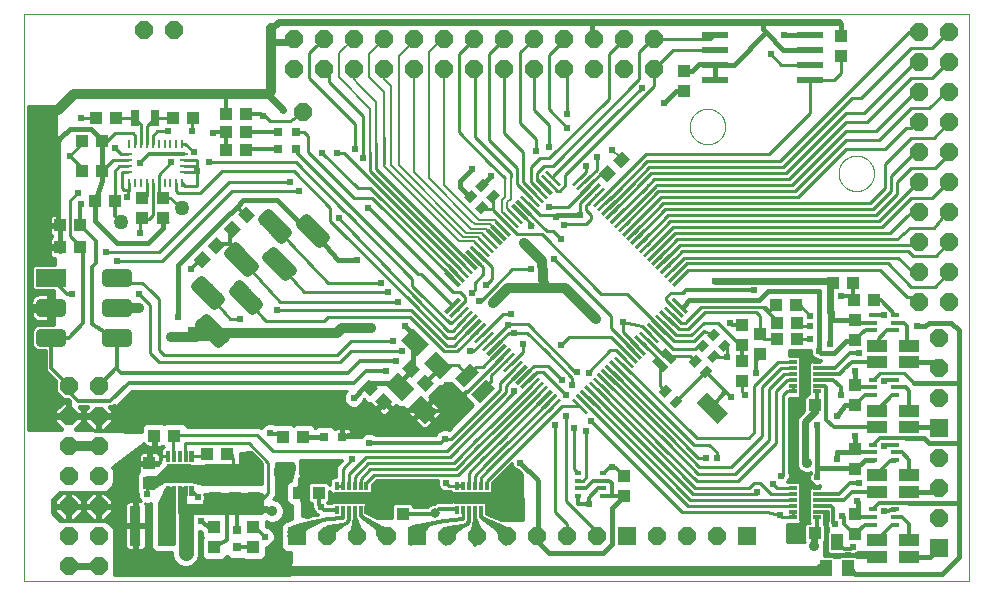
<source format=gtl>
G75*
%MOIN*%
%OFA0B0*%
%FSLAX25Y25*%
%IPPOS*%
%LPD*%
%AMOC8*
5,1,8,0,0,1.08239X$1,22.5*
%
%ADD10C,0.00000*%
%ADD11R,0.04331X0.03937*%
%ADD12R,0.07677X0.05906*%
%ADD13R,0.08465X0.06299*%
%ADD14C,0.00011*%
%ADD15C,0.02381*%
%ADD16C,0.02400*%
%ADD17R,0.03800X0.13200*%
%ADD18R,0.03937X0.04331*%
%ADD19R,0.03150X0.03150*%
%ADD20R,0.01200X0.02600*%
%ADD21R,0.12200X0.03900*%
%ADD22R,0.02600X0.01200*%
%ADD23R,0.03900X0.12200*%
%ADD24R,0.02756X0.03543*%
%ADD25R,0.05000X0.02500*%
%ADD26R,0.10000X0.05000*%
%ADD27R,0.08700X0.02400*%
%ADD28OC8,0.06000*%
%ADD29R,0.01969X0.01378*%
%ADD30R,0.01100X0.06600*%
%ADD31R,0.04331X0.07087*%
%ADD32C,0.00030*%
%ADD33R,0.00984X0.02657*%
%ADD34R,0.02657X0.00984*%
%ADD35R,0.02756X0.05512*%
%ADD36C,0.05000*%
%ADD37R,0.03150X0.01378*%
%ADD38R,0.06800X0.04330*%
%ADD39R,0.06000X0.06000*%
%ADD40R,0.03937X0.05512*%
%ADD41R,0.10000X0.06000*%
%ADD42C,0.03000*%
%ADD43C,0.00800*%
%ADD44C,0.03200*%
%ADD45C,0.01000*%
%ADD46C,0.01200*%
%ADD47C,0.01600*%
%ADD48C,0.03562*%
%ADD49C,0.02400*%
%ADD50C,0.05000*%
%ADD51C,0.00600*%
%ADD52C,0.03169*%
D10*
X0007131Y0012652D02*
X0007131Y0201628D01*
X0322092Y0201628D01*
X0322092Y0012652D01*
X0007131Y0012652D01*
X0229164Y0164079D02*
X0229166Y0164232D01*
X0229172Y0164386D01*
X0229182Y0164539D01*
X0229196Y0164691D01*
X0229214Y0164844D01*
X0229236Y0164995D01*
X0229261Y0165146D01*
X0229291Y0165297D01*
X0229325Y0165447D01*
X0229362Y0165595D01*
X0229403Y0165743D01*
X0229448Y0165889D01*
X0229497Y0166035D01*
X0229550Y0166179D01*
X0229606Y0166321D01*
X0229666Y0166462D01*
X0229730Y0166602D01*
X0229797Y0166740D01*
X0229868Y0166876D01*
X0229943Y0167010D01*
X0230020Y0167142D01*
X0230102Y0167272D01*
X0230186Y0167400D01*
X0230274Y0167526D01*
X0230365Y0167649D01*
X0230459Y0167770D01*
X0230557Y0167888D01*
X0230657Y0168004D01*
X0230761Y0168117D01*
X0230867Y0168228D01*
X0230976Y0168336D01*
X0231088Y0168441D01*
X0231202Y0168542D01*
X0231320Y0168641D01*
X0231439Y0168737D01*
X0231561Y0168830D01*
X0231686Y0168919D01*
X0231813Y0169006D01*
X0231942Y0169088D01*
X0232073Y0169168D01*
X0232206Y0169244D01*
X0232341Y0169317D01*
X0232478Y0169386D01*
X0232617Y0169451D01*
X0232757Y0169513D01*
X0232899Y0169571D01*
X0233042Y0169626D01*
X0233187Y0169677D01*
X0233333Y0169724D01*
X0233480Y0169767D01*
X0233628Y0169806D01*
X0233777Y0169842D01*
X0233927Y0169873D01*
X0234078Y0169901D01*
X0234229Y0169925D01*
X0234382Y0169945D01*
X0234534Y0169961D01*
X0234687Y0169973D01*
X0234840Y0169981D01*
X0234993Y0169985D01*
X0235147Y0169985D01*
X0235300Y0169981D01*
X0235453Y0169973D01*
X0235606Y0169961D01*
X0235758Y0169945D01*
X0235911Y0169925D01*
X0236062Y0169901D01*
X0236213Y0169873D01*
X0236363Y0169842D01*
X0236512Y0169806D01*
X0236660Y0169767D01*
X0236807Y0169724D01*
X0236953Y0169677D01*
X0237098Y0169626D01*
X0237241Y0169571D01*
X0237383Y0169513D01*
X0237523Y0169451D01*
X0237662Y0169386D01*
X0237799Y0169317D01*
X0237934Y0169244D01*
X0238067Y0169168D01*
X0238198Y0169088D01*
X0238327Y0169006D01*
X0238454Y0168919D01*
X0238579Y0168830D01*
X0238701Y0168737D01*
X0238820Y0168641D01*
X0238938Y0168542D01*
X0239052Y0168441D01*
X0239164Y0168336D01*
X0239273Y0168228D01*
X0239379Y0168117D01*
X0239483Y0168004D01*
X0239583Y0167888D01*
X0239681Y0167770D01*
X0239775Y0167649D01*
X0239866Y0167526D01*
X0239954Y0167400D01*
X0240038Y0167272D01*
X0240120Y0167142D01*
X0240197Y0167010D01*
X0240272Y0166876D01*
X0240343Y0166740D01*
X0240410Y0166602D01*
X0240474Y0166462D01*
X0240534Y0166321D01*
X0240590Y0166179D01*
X0240643Y0166035D01*
X0240692Y0165889D01*
X0240737Y0165743D01*
X0240778Y0165595D01*
X0240815Y0165447D01*
X0240849Y0165297D01*
X0240879Y0165146D01*
X0240904Y0164995D01*
X0240926Y0164844D01*
X0240944Y0164691D01*
X0240958Y0164539D01*
X0240968Y0164386D01*
X0240974Y0164232D01*
X0240976Y0164079D01*
X0240974Y0163926D01*
X0240968Y0163772D01*
X0240958Y0163619D01*
X0240944Y0163467D01*
X0240926Y0163314D01*
X0240904Y0163163D01*
X0240879Y0163012D01*
X0240849Y0162861D01*
X0240815Y0162711D01*
X0240778Y0162563D01*
X0240737Y0162415D01*
X0240692Y0162269D01*
X0240643Y0162123D01*
X0240590Y0161979D01*
X0240534Y0161837D01*
X0240474Y0161696D01*
X0240410Y0161556D01*
X0240343Y0161418D01*
X0240272Y0161282D01*
X0240197Y0161148D01*
X0240120Y0161016D01*
X0240038Y0160886D01*
X0239954Y0160758D01*
X0239866Y0160632D01*
X0239775Y0160509D01*
X0239681Y0160388D01*
X0239583Y0160270D01*
X0239483Y0160154D01*
X0239379Y0160041D01*
X0239273Y0159930D01*
X0239164Y0159822D01*
X0239052Y0159717D01*
X0238938Y0159616D01*
X0238820Y0159517D01*
X0238701Y0159421D01*
X0238579Y0159328D01*
X0238454Y0159239D01*
X0238327Y0159152D01*
X0238198Y0159070D01*
X0238067Y0158990D01*
X0237934Y0158914D01*
X0237799Y0158841D01*
X0237662Y0158772D01*
X0237523Y0158707D01*
X0237383Y0158645D01*
X0237241Y0158587D01*
X0237098Y0158532D01*
X0236953Y0158481D01*
X0236807Y0158434D01*
X0236660Y0158391D01*
X0236512Y0158352D01*
X0236363Y0158316D01*
X0236213Y0158285D01*
X0236062Y0158257D01*
X0235911Y0158233D01*
X0235758Y0158213D01*
X0235606Y0158197D01*
X0235453Y0158185D01*
X0235300Y0158177D01*
X0235147Y0158173D01*
X0234993Y0158173D01*
X0234840Y0158177D01*
X0234687Y0158185D01*
X0234534Y0158197D01*
X0234382Y0158213D01*
X0234229Y0158233D01*
X0234078Y0158257D01*
X0233927Y0158285D01*
X0233777Y0158316D01*
X0233628Y0158352D01*
X0233480Y0158391D01*
X0233333Y0158434D01*
X0233187Y0158481D01*
X0233042Y0158532D01*
X0232899Y0158587D01*
X0232757Y0158645D01*
X0232617Y0158707D01*
X0232478Y0158772D01*
X0232341Y0158841D01*
X0232206Y0158914D01*
X0232073Y0158990D01*
X0231942Y0159070D01*
X0231813Y0159152D01*
X0231686Y0159239D01*
X0231561Y0159328D01*
X0231439Y0159421D01*
X0231320Y0159517D01*
X0231202Y0159616D01*
X0231088Y0159717D01*
X0230976Y0159822D01*
X0230867Y0159930D01*
X0230761Y0160041D01*
X0230657Y0160154D01*
X0230557Y0160270D01*
X0230459Y0160388D01*
X0230365Y0160509D01*
X0230274Y0160632D01*
X0230186Y0160758D01*
X0230102Y0160886D01*
X0230020Y0161016D01*
X0229943Y0161148D01*
X0229868Y0161282D01*
X0229797Y0161418D01*
X0229730Y0161556D01*
X0229666Y0161696D01*
X0229606Y0161837D01*
X0229550Y0161979D01*
X0229497Y0162123D01*
X0229448Y0162269D01*
X0229403Y0162415D01*
X0229362Y0162563D01*
X0229325Y0162711D01*
X0229291Y0162861D01*
X0229261Y0163012D01*
X0229236Y0163163D01*
X0229214Y0163314D01*
X0229196Y0163467D01*
X0229182Y0163619D01*
X0229172Y0163772D01*
X0229166Y0163926D01*
X0229164Y0164079D01*
X0278785Y0148479D02*
X0278787Y0148632D01*
X0278793Y0148786D01*
X0278803Y0148939D01*
X0278817Y0149091D01*
X0278835Y0149244D01*
X0278857Y0149395D01*
X0278882Y0149546D01*
X0278912Y0149697D01*
X0278946Y0149847D01*
X0278983Y0149995D01*
X0279024Y0150143D01*
X0279069Y0150289D01*
X0279118Y0150435D01*
X0279171Y0150579D01*
X0279227Y0150721D01*
X0279287Y0150862D01*
X0279351Y0151002D01*
X0279418Y0151140D01*
X0279489Y0151276D01*
X0279564Y0151410D01*
X0279641Y0151542D01*
X0279723Y0151672D01*
X0279807Y0151800D01*
X0279895Y0151926D01*
X0279986Y0152049D01*
X0280080Y0152170D01*
X0280178Y0152288D01*
X0280278Y0152404D01*
X0280382Y0152517D01*
X0280488Y0152628D01*
X0280597Y0152736D01*
X0280709Y0152841D01*
X0280823Y0152942D01*
X0280941Y0153041D01*
X0281060Y0153137D01*
X0281182Y0153230D01*
X0281307Y0153319D01*
X0281434Y0153406D01*
X0281563Y0153488D01*
X0281694Y0153568D01*
X0281827Y0153644D01*
X0281962Y0153717D01*
X0282099Y0153786D01*
X0282238Y0153851D01*
X0282378Y0153913D01*
X0282520Y0153971D01*
X0282663Y0154026D01*
X0282808Y0154077D01*
X0282954Y0154124D01*
X0283101Y0154167D01*
X0283249Y0154206D01*
X0283398Y0154242D01*
X0283548Y0154273D01*
X0283699Y0154301D01*
X0283850Y0154325D01*
X0284003Y0154345D01*
X0284155Y0154361D01*
X0284308Y0154373D01*
X0284461Y0154381D01*
X0284614Y0154385D01*
X0284768Y0154385D01*
X0284921Y0154381D01*
X0285074Y0154373D01*
X0285227Y0154361D01*
X0285379Y0154345D01*
X0285532Y0154325D01*
X0285683Y0154301D01*
X0285834Y0154273D01*
X0285984Y0154242D01*
X0286133Y0154206D01*
X0286281Y0154167D01*
X0286428Y0154124D01*
X0286574Y0154077D01*
X0286719Y0154026D01*
X0286862Y0153971D01*
X0287004Y0153913D01*
X0287144Y0153851D01*
X0287283Y0153786D01*
X0287420Y0153717D01*
X0287555Y0153644D01*
X0287688Y0153568D01*
X0287819Y0153488D01*
X0287948Y0153406D01*
X0288075Y0153319D01*
X0288200Y0153230D01*
X0288322Y0153137D01*
X0288441Y0153041D01*
X0288559Y0152942D01*
X0288673Y0152841D01*
X0288785Y0152736D01*
X0288894Y0152628D01*
X0289000Y0152517D01*
X0289104Y0152404D01*
X0289204Y0152288D01*
X0289302Y0152170D01*
X0289396Y0152049D01*
X0289487Y0151926D01*
X0289575Y0151800D01*
X0289659Y0151672D01*
X0289741Y0151542D01*
X0289818Y0151410D01*
X0289893Y0151276D01*
X0289964Y0151140D01*
X0290031Y0151002D01*
X0290095Y0150862D01*
X0290155Y0150721D01*
X0290211Y0150579D01*
X0290264Y0150435D01*
X0290313Y0150289D01*
X0290358Y0150143D01*
X0290399Y0149995D01*
X0290436Y0149847D01*
X0290470Y0149697D01*
X0290500Y0149546D01*
X0290525Y0149395D01*
X0290547Y0149244D01*
X0290565Y0149091D01*
X0290579Y0148939D01*
X0290589Y0148786D01*
X0290595Y0148632D01*
X0290597Y0148479D01*
X0290595Y0148326D01*
X0290589Y0148172D01*
X0290579Y0148019D01*
X0290565Y0147867D01*
X0290547Y0147714D01*
X0290525Y0147563D01*
X0290500Y0147412D01*
X0290470Y0147261D01*
X0290436Y0147111D01*
X0290399Y0146963D01*
X0290358Y0146815D01*
X0290313Y0146669D01*
X0290264Y0146523D01*
X0290211Y0146379D01*
X0290155Y0146237D01*
X0290095Y0146096D01*
X0290031Y0145956D01*
X0289964Y0145818D01*
X0289893Y0145682D01*
X0289818Y0145548D01*
X0289741Y0145416D01*
X0289659Y0145286D01*
X0289575Y0145158D01*
X0289487Y0145032D01*
X0289396Y0144909D01*
X0289302Y0144788D01*
X0289204Y0144670D01*
X0289104Y0144554D01*
X0289000Y0144441D01*
X0288894Y0144330D01*
X0288785Y0144222D01*
X0288673Y0144117D01*
X0288559Y0144016D01*
X0288441Y0143917D01*
X0288322Y0143821D01*
X0288200Y0143728D01*
X0288075Y0143639D01*
X0287948Y0143552D01*
X0287819Y0143470D01*
X0287688Y0143390D01*
X0287555Y0143314D01*
X0287420Y0143241D01*
X0287283Y0143172D01*
X0287144Y0143107D01*
X0287004Y0143045D01*
X0286862Y0142987D01*
X0286719Y0142932D01*
X0286574Y0142881D01*
X0286428Y0142834D01*
X0286281Y0142791D01*
X0286133Y0142752D01*
X0285984Y0142716D01*
X0285834Y0142685D01*
X0285683Y0142657D01*
X0285532Y0142633D01*
X0285379Y0142613D01*
X0285227Y0142597D01*
X0285074Y0142585D01*
X0284921Y0142577D01*
X0284768Y0142573D01*
X0284614Y0142573D01*
X0284461Y0142577D01*
X0284308Y0142585D01*
X0284155Y0142597D01*
X0284003Y0142613D01*
X0283850Y0142633D01*
X0283699Y0142657D01*
X0283548Y0142685D01*
X0283398Y0142716D01*
X0283249Y0142752D01*
X0283101Y0142791D01*
X0282954Y0142834D01*
X0282808Y0142881D01*
X0282663Y0142932D01*
X0282520Y0142987D01*
X0282378Y0143045D01*
X0282238Y0143107D01*
X0282099Y0143172D01*
X0281962Y0143241D01*
X0281827Y0143314D01*
X0281694Y0143390D01*
X0281563Y0143470D01*
X0281434Y0143552D01*
X0281307Y0143639D01*
X0281182Y0143728D01*
X0281060Y0143821D01*
X0280941Y0143917D01*
X0280823Y0144016D01*
X0280709Y0144117D01*
X0280597Y0144222D01*
X0280488Y0144330D01*
X0280382Y0144441D01*
X0280278Y0144554D01*
X0280178Y0144670D01*
X0280080Y0144788D01*
X0279986Y0144909D01*
X0279895Y0145032D01*
X0279807Y0145158D01*
X0279723Y0145286D01*
X0279641Y0145416D01*
X0279564Y0145548D01*
X0279489Y0145682D01*
X0279418Y0145818D01*
X0279351Y0145956D01*
X0279287Y0146096D01*
X0279227Y0146237D01*
X0279171Y0146379D01*
X0279118Y0146523D01*
X0279069Y0146669D01*
X0279024Y0146815D01*
X0278983Y0146963D01*
X0278946Y0147111D01*
X0278912Y0147261D01*
X0278882Y0147412D01*
X0278857Y0147563D01*
X0278835Y0147714D01*
X0278817Y0147867D01*
X0278803Y0148019D01*
X0278793Y0148172D01*
X0278787Y0148326D01*
X0278785Y0148479D01*
D11*
X0276985Y0111915D03*
X0283678Y0111915D03*
X0264678Y0104715D03*
X0257985Y0104715D03*
X0252531Y0094861D03*
X0258185Y0093315D03*
X0264878Y0093315D03*
X0252531Y0088169D03*
X0246531Y0085861D03*
X0246531Y0079169D03*
X0264185Y0071115D03*
X0270878Y0071115D03*
X0270878Y0028515D03*
X0264185Y0028515D03*
G36*
X0141142Y0075643D02*
X0138081Y0078704D01*
X0140864Y0081487D01*
X0143925Y0078426D01*
X0141142Y0075643D01*
G37*
G36*
X0136410Y0080376D02*
X0133349Y0083437D01*
X0136132Y0086220D01*
X0139193Y0083159D01*
X0136410Y0080376D01*
G37*
G36*
X0127342Y0069443D02*
X0124281Y0072504D01*
X0127064Y0075287D01*
X0130125Y0072226D01*
X0127342Y0069443D01*
G37*
G36*
X0122610Y0074176D02*
X0119549Y0077237D01*
X0122332Y0080020D01*
X0125393Y0076959D01*
X0122610Y0074176D01*
G37*
X0074858Y0054806D03*
X0068166Y0054806D03*
X0098891Y0041931D03*
X0105583Y0041931D03*
X0083531Y0030461D03*
X0083531Y0023769D03*
X0070689Y0023785D03*
X0070689Y0030478D03*
G36*
X0069487Y0119888D02*
X0066426Y0116827D01*
X0063643Y0119610D01*
X0066704Y0122671D01*
X0069487Y0119888D01*
G37*
G36*
X0074220Y0124620D02*
X0071159Y0121559D01*
X0068376Y0124342D01*
X0071437Y0127403D01*
X0074220Y0124620D01*
G37*
X0053731Y0133569D03*
X0053731Y0140261D03*
X0033292Y0149352D03*
X0026599Y0149352D03*
X0026599Y0159352D03*
X0033292Y0159352D03*
X0031185Y0166915D03*
X0037878Y0166915D03*
X0056985Y0166915D03*
X0063678Y0166915D03*
G36*
X0198738Y0148289D02*
X0201799Y0151350D01*
X0204582Y0148567D01*
X0201521Y0145506D01*
X0198738Y0148289D01*
G37*
G36*
X0203470Y0153022D02*
X0206531Y0156083D01*
X0209314Y0153300D01*
X0206253Y0150239D01*
X0203470Y0153022D01*
G37*
X0279601Y0187498D03*
X0279601Y0194191D03*
D12*
G36*
X0138234Y0087358D02*
X0132808Y0092784D01*
X0136984Y0096960D01*
X0142410Y0091534D01*
X0138234Y0087358D01*
G37*
G36*
X0145890Y0079703D02*
X0140464Y0085129D01*
X0144640Y0089305D01*
X0150066Y0083879D01*
X0145890Y0079703D01*
G37*
G36*
X0133129Y0072542D02*
X0127703Y0077968D01*
X0131879Y0082144D01*
X0137305Y0076718D01*
X0133129Y0072542D01*
G37*
G36*
X0140784Y0064886D02*
X0135358Y0070312D01*
X0139534Y0074488D01*
X0144960Y0069062D01*
X0140784Y0064886D01*
G37*
D13*
X0059012Y0048556D03*
D14*
X0059558Y0044418D02*
X0059558Y0041180D01*
X0058466Y0041180D01*
X0058466Y0044418D01*
X0059558Y0044418D01*
X0059558Y0041190D02*
X0058466Y0041190D01*
X0058466Y0041200D02*
X0059558Y0041200D01*
X0059558Y0041210D02*
X0058466Y0041210D01*
X0058466Y0041220D02*
X0059558Y0041220D01*
X0059558Y0041230D02*
X0058466Y0041230D01*
X0058466Y0041240D02*
X0059558Y0041240D01*
X0059558Y0041250D02*
X0058466Y0041250D01*
X0058466Y0041260D02*
X0059558Y0041260D01*
X0059558Y0041270D02*
X0058466Y0041270D01*
X0058466Y0041280D02*
X0059558Y0041280D01*
X0059558Y0041290D02*
X0058466Y0041290D01*
X0058466Y0041300D02*
X0059558Y0041300D01*
X0059558Y0041310D02*
X0058466Y0041310D01*
X0058466Y0041320D02*
X0059558Y0041320D01*
X0059558Y0041330D02*
X0058466Y0041330D01*
X0058466Y0041340D02*
X0059558Y0041340D01*
X0059558Y0041350D02*
X0058466Y0041350D01*
X0058466Y0041360D02*
X0059558Y0041360D01*
X0059558Y0041370D02*
X0058466Y0041370D01*
X0058466Y0041380D02*
X0059558Y0041380D01*
X0059558Y0041390D02*
X0058466Y0041390D01*
X0058466Y0041400D02*
X0059558Y0041400D01*
X0059558Y0041410D02*
X0058466Y0041410D01*
X0058466Y0041420D02*
X0059558Y0041420D01*
X0059558Y0041430D02*
X0058466Y0041430D01*
X0058466Y0041440D02*
X0059558Y0041440D01*
X0059558Y0041450D02*
X0058466Y0041450D01*
X0058466Y0041460D02*
X0059558Y0041460D01*
X0059558Y0041470D02*
X0058466Y0041470D01*
X0058466Y0041480D02*
X0059558Y0041480D01*
X0059558Y0041490D02*
X0058466Y0041490D01*
X0058466Y0041500D02*
X0059558Y0041500D01*
X0059558Y0041510D02*
X0058466Y0041510D01*
X0058466Y0041520D02*
X0059558Y0041520D01*
X0059558Y0041530D02*
X0058466Y0041530D01*
X0058466Y0041540D02*
X0059558Y0041540D01*
X0059558Y0041550D02*
X0058466Y0041550D01*
X0058466Y0041560D02*
X0059558Y0041560D01*
X0059558Y0041570D02*
X0058466Y0041570D01*
X0058466Y0041580D02*
X0059558Y0041580D01*
X0059558Y0041590D02*
X0058466Y0041590D01*
X0058466Y0041600D02*
X0059558Y0041600D01*
X0059558Y0041610D02*
X0058466Y0041610D01*
X0058466Y0041620D02*
X0059558Y0041620D01*
X0059558Y0041630D02*
X0058466Y0041630D01*
X0058466Y0041640D02*
X0059558Y0041640D01*
X0059558Y0041650D02*
X0058466Y0041650D01*
X0058466Y0041660D02*
X0059558Y0041660D01*
X0059558Y0041670D02*
X0058466Y0041670D01*
X0058466Y0041680D02*
X0059558Y0041680D01*
X0059558Y0041690D02*
X0058466Y0041690D01*
X0058466Y0041700D02*
X0059558Y0041700D01*
X0059558Y0041710D02*
X0058466Y0041710D01*
X0058466Y0041720D02*
X0059558Y0041720D01*
X0059558Y0041730D02*
X0058466Y0041730D01*
X0058466Y0041740D02*
X0059558Y0041740D01*
X0059558Y0041750D02*
X0058466Y0041750D01*
X0058466Y0041760D02*
X0059558Y0041760D01*
X0059558Y0041770D02*
X0058466Y0041770D01*
X0058466Y0041780D02*
X0059558Y0041780D01*
X0059558Y0041790D02*
X0058466Y0041790D01*
X0058466Y0041800D02*
X0059558Y0041800D01*
X0059558Y0041810D02*
X0058466Y0041810D01*
X0058466Y0041820D02*
X0059558Y0041820D01*
X0059558Y0041830D02*
X0058466Y0041830D01*
X0058466Y0041840D02*
X0059558Y0041840D01*
X0059558Y0041850D02*
X0058466Y0041850D01*
X0058466Y0041860D02*
X0059558Y0041860D01*
X0059558Y0041870D02*
X0058466Y0041870D01*
X0058466Y0041880D02*
X0059558Y0041880D01*
X0059558Y0041890D02*
X0058466Y0041890D01*
X0058466Y0041900D02*
X0059558Y0041900D01*
X0059558Y0041910D02*
X0058466Y0041910D01*
X0058466Y0041920D02*
X0059558Y0041920D01*
X0059558Y0041930D02*
X0058466Y0041930D01*
X0058466Y0041940D02*
X0059558Y0041940D01*
X0059558Y0041950D02*
X0058466Y0041950D01*
X0058466Y0041960D02*
X0059558Y0041960D01*
X0059558Y0041970D02*
X0058466Y0041970D01*
X0058466Y0041980D02*
X0059558Y0041980D01*
X0059558Y0041990D02*
X0058466Y0041990D01*
X0058466Y0042000D02*
X0059558Y0042000D01*
X0059558Y0042010D02*
X0058466Y0042010D01*
X0058466Y0042020D02*
X0059558Y0042020D01*
X0059558Y0042030D02*
X0058466Y0042030D01*
X0058466Y0042040D02*
X0059558Y0042040D01*
X0059558Y0042050D02*
X0058466Y0042050D01*
X0058466Y0042060D02*
X0059558Y0042060D01*
X0059558Y0042070D02*
X0058466Y0042070D01*
X0058466Y0042080D02*
X0059558Y0042080D01*
X0059558Y0042090D02*
X0058466Y0042090D01*
X0058466Y0042100D02*
X0059558Y0042100D01*
X0059558Y0042110D02*
X0058466Y0042110D01*
X0058466Y0042120D02*
X0059558Y0042120D01*
X0059558Y0042130D02*
X0058466Y0042130D01*
X0058466Y0042140D02*
X0059558Y0042140D01*
X0059558Y0042150D02*
X0058466Y0042150D01*
X0058466Y0042160D02*
X0059558Y0042160D01*
X0059558Y0042170D02*
X0058466Y0042170D01*
X0058466Y0042180D02*
X0059558Y0042180D01*
X0059558Y0042190D02*
X0058466Y0042190D01*
X0058466Y0042200D02*
X0059558Y0042200D01*
X0059558Y0042210D02*
X0058466Y0042210D01*
X0058466Y0042220D02*
X0059558Y0042220D01*
X0059558Y0042230D02*
X0058466Y0042230D01*
X0058466Y0042240D02*
X0059558Y0042240D01*
X0059558Y0042250D02*
X0058466Y0042250D01*
X0058466Y0042260D02*
X0059558Y0042260D01*
X0059558Y0042270D02*
X0058466Y0042270D01*
X0058466Y0042280D02*
X0059558Y0042280D01*
X0059558Y0042290D02*
X0058466Y0042290D01*
X0058466Y0042300D02*
X0059558Y0042300D01*
X0059558Y0042310D02*
X0058466Y0042310D01*
X0058466Y0042320D02*
X0059558Y0042320D01*
X0059558Y0042330D02*
X0058466Y0042330D01*
X0058466Y0042340D02*
X0059558Y0042340D01*
X0059558Y0042350D02*
X0058466Y0042350D01*
X0058466Y0042360D02*
X0059558Y0042360D01*
X0059558Y0042370D02*
X0058466Y0042370D01*
X0058466Y0042380D02*
X0059558Y0042380D01*
X0059558Y0042390D02*
X0058466Y0042390D01*
X0058466Y0042400D02*
X0059558Y0042400D01*
X0059558Y0042410D02*
X0058466Y0042410D01*
X0058466Y0042420D02*
X0059558Y0042420D01*
X0059558Y0042430D02*
X0058466Y0042430D01*
X0058466Y0042440D02*
X0059558Y0042440D01*
X0059558Y0042450D02*
X0058466Y0042450D01*
X0058466Y0042460D02*
X0059558Y0042460D01*
X0059558Y0042470D02*
X0058466Y0042470D01*
X0058466Y0042480D02*
X0059558Y0042480D01*
X0059558Y0042490D02*
X0058466Y0042490D01*
X0058466Y0042500D02*
X0059558Y0042500D01*
X0059558Y0042510D02*
X0058466Y0042510D01*
X0058466Y0042520D02*
X0059558Y0042520D01*
X0059558Y0042530D02*
X0058466Y0042530D01*
X0058466Y0042540D02*
X0059558Y0042540D01*
X0059558Y0042550D02*
X0058466Y0042550D01*
X0058466Y0042560D02*
X0059558Y0042560D01*
X0059558Y0042570D02*
X0058466Y0042570D01*
X0058466Y0042580D02*
X0059558Y0042580D01*
X0059558Y0042590D02*
X0058466Y0042590D01*
X0058466Y0042600D02*
X0059558Y0042600D01*
X0059558Y0042610D02*
X0058466Y0042610D01*
X0058466Y0042620D02*
X0059558Y0042620D01*
X0059558Y0042630D02*
X0058466Y0042630D01*
X0058466Y0042640D02*
X0059558Y0042640D01*
X0059558Y0042650D02*
X0058466Y0042650D01*
X0058466Y0042660D02*
X0059558Y0042660D01*
X0059558Y0042670D02*
X0058466Y0042670D01*
X0058466Y0042680D02*
X0059558Y0042680D01*
X0059558Y0042690D02*
X0058466Y0042690D01*
X0058466Y0042700D02*
X0059558Y0042700D01*
X0059558Y0042710D02*
X0058466Y0042710D01*
X0058466Y0042720D02*
X0059558Y0042720D01*
X0059558Y0042730D02*
X0058466Y0042730D01*
X0058466Y0042740D02*
X0059558Y0042740D01*
X0059558Y0042750D02*
X0058466Y0042750D01*
X0058466Y0042760D02*
X0059558Y0042760D01*
X0059558Y0042770D02*
X0058466Y0042770D01*
X0058466Y0042780D02*
X0059558Y0042780D01*
X0059558Y0042790D02*
X0058466Y0042790D01*
X0058466Y0042800D02*
X0059558Y0042800D01*
X0059558Y0042810D02*
X0058466Y0042810D01*
X0058466Y0042820D02*
X0059558Y0042820D01*
X0059558Y0042830D02*
X0058466Y0042830D01*
X0058466Y0042840D02*
X0059558Y0042840D01*
X0059558Y0042850D02*
X0058466Y0042850D01*
X0058466Y0042860D02*
X0059558Y0042860D01*
X0059558Y0042870D02*
X0058466Y0042870D01*
X0058466Y0042880D02*
X0059558Y0042880D01*
X0059558Y0042890D02*
X0058466Y0042890D01*
X0058466Y0042900D02*
X0059558Y0042900D01*
X0059558Y0042910D02*
X0058466Y0042910D01*
X0058466Y0042920D02*
X0059558Y0042920D01*
X0059558Y0042930D02*
X0058466Y0042930D01*
X0058466Y0042940D02*
X0059558Y0042940D01*
X0059558Y0042950D02*
X0058466Y0042950D01*
X0058466Y0042960D02*
X0059558Y0042960D01*
X0059558Y0042970D02*
X0058466Y0042970D01*
X0058466Y0042980D02*
X0059558Y0042980D01*
X0059558Y0042990D02*
X0058466Y0042990D01*
X0058466Y0043000D02*
X0059558Y0043000D01*
X0059558Y0043010D02*
X0058466Y0043010D01*
X0058466Y0043020D02*
X0059558Y0043020D01*
X0059558Y0043030D02*
X0058466Y0043030D01*
X0058466Y0043040D02*
X0059558Y0043040D01*
X0059558Y0043050D02*
X0058466Y0043050D01*
X0058466Y0043060D02*
X0059558Y0043060D01*
X0059558Y0043070D02*
X0058466Y0043070D01*
X0058466Y0043080D02*
X0059558Y0043080D01*
X0059558Y0043090D02*
X0058466Y0043090D01*
X0058466Y0043100D02*
X0059558Y0043100D01*
X0059558Y0043110D02*
X0058466Y0043110D01*
X0058466Y0043120D02*
X0059558Y0043120D01*
X0059558Y0043130D02*
X0058466Y0043130D01*
X0058466Y0043140D02*
X0059558Y0043140D01*
X0059558Y0043150D02*
X0058466Y0043150D01*
X0058466Y0043160D02*
X0059558Y0043160D01*
X0059558Y0043170D02*
X0058466Y0043170D01*
X0058466Y0043180D02*
X0059558Y0043180D01*
X0059558Y0043190D02*
X0058466Y0043190D01*
X0058466Y0043200D02*
X0059558Y0043200D01*
X0059558Y0043210D02*
X0058466Y0043210D01*
X0058466Y0043220D02*
X0059558Y0043220D01*
X0059558Y0043230D02*
X0058466Y0043230D01*
X0058466Y0043240D02*
X0059558Y0043240D01*
X0059558Y0043250D02*
X0058466Y0043250D01*
X0058466Y0043260D02*
X0059558Y0043260D01*
X0059558Y0043270D02*
X0058466Y0043270D01*
X0058466Y0043280D02*
X0059558Y0043280D01*
X0059558Y0043290D02*
X0058466Y0043290D01*
X0058466Y0043300D02*
X0059558Y0043300D01*
X0059558Y0043310D02*
X0058466Y0043310D01*
X0058466Y0043320D02*
X0059558Y0043320D01*
X0059558Y0043330D02*
X0058466Y0043330D01*
X0058466Y0043340D02*
X0059558Y0043340D01*
X0059558Y0043350D02*
X0058466Y0043350D01*
X0058466Y0043360D02*
X0059558Y0043360D01*
X0059558Y0043370D02*
X0058466Y0043370D01*
X0058466Y0043380D02*
X0059558Y0043380D01*
X0059558Y0043390D02*
X0058466Y0043390D01*
X0058466Y0043400D02*
X0059558Y0043400D01*
X0059558Y0043410D02*
X0058466Y0043410D01*
X0058466Y0043420D02*
X0059558Y0043420D01*
X0059558Y0043430D02*
X0058466Y0043430D01*
X0058466Y0043440D02*
X0059558Y0043440D01*
X0059558Y0043450D02*
X0058466Y0043450D01*
X0058466Y0043460D02*
X0059558Y0043460D01*
X0059558Y0043470D02*
X0058466Y0043470D01*
X0058466Y0043480D02*
X0059558Y0043480D01*
X0059558Y0043490D02*
X0058466Y0043490D01*
X0058466Y0043500D02*
X0059558Y0043500D01*
X0059558Y0043510D02*
X0058466Y0043510D01*
X0058466Y0043520D02*
X0059558Y0043520D01*
X0059558Y0043530D02*
X0058466Y0043530D01*
X0058466Y0043540D02*
X0059558Y0043540D01*
X0059558Y0043550D02*
X0058466Y0043550D01*
X0058466Y0043560D02*
X0059558Y0043560D01*
X0059558Y0043570D02*
X0058466Y0043570D01*
X0058466Y0043580D02*
X0059558Y0043580D01*
X0059558Y0043590D02*
X0058466Y0043590D01*
X0058466Y0043600D02*
X0059558Y0043600D01*
X0059558Y0043610D02*
X0058466Y0043610D01*
X0058466Y0043620D02*
X0059558Y0043620D01*
X0059558Y0043630D02*
X0058466Y0043630D01*
X0058466Y0043640D02*
X0059558Y0043640D01*
X0059558Y0043650D02*
X0058466Y0043650D01*
X0058466Y0043660D02*
X0059558Y0043660D01*
X0059558Y0043670D02*
X0058466Y0043670D01*
X0058466Y0043680D02*
X0059558Y0043680D01*
X0059558Y0043690D02*
X0058466Y0043690D01*
X0058466Y0043700D02*
X0059558Y0043700D01*
X0059558Y0043710D02*
X0058466Y0043710D01*
X0058466Y0043720D02*
X0059558Y0043720D01*
X0059558Y0043730D02*
X0058466Y0043730D01*
X0058466Y0043740D02*
X0059558Y0043740D01*
X0059558Y0043750D02*
X0058466Y0043750D01*
X0058466Y0043760D02*
X0059558Y0043760D01*
X0059558Y0043770D02*
X0058466Y0043770D01*
X0058466Y0043780D02*
X0059558Y0043780D01*
X0059558Y0043790D02*
X0058466Y0043790D01*
X0058466Y0043800D02*
X0059558Y0043800D01*
X0059558Y0043810D02*
X0058466Y0043810D01*
X0058466Y0043820D02*
X0059558Y0043820D01*
X0059558Y0043830D02*
X0058466Y0043830D01*
X0058466Y0043840D02*
X0059558Y0043840D01*
X0059558Y0043850D02*
X0058466Y0043850D01*
X0058466Y0043860D02*
X0059558Y0043860D01*
X0059558Y0043870D02*
X0058466Y0043870D01*
X0058466Y0043880D02*
X0059558Y0043880D01*
X0059558Y0043890D02*
X0058466Y0043890D01*
X0058466Y0043900D02*
X0059558Y0043900D01*
X0059558Y0043910D02*
X0058466Y0043910D01*
X0058466Y0043920D02*
X0059558Y0043920D01*
X0059558Y0043930D02*
X0058466Y0043930D01*
X0058466Y0043940D02*
X0059558Y0043940D01*
X0059558Y0043950D02*
X0058466Y0043950D01*
X0058466Y0043960D02*
X0059558Y0043960D01*
X0059558Y0043970D02*
X0058466Y0043970D01*
X0058466Y0043980D02*
X0059558Y0043980D01*
X0059558Y0043990D02*
X0058466Y0043990D01*
X0058466Y0044000D02*
X0059558Y0044000D01*
X0059558Y0044010D02*
X0058466Y0044010D01*
X0058466Y0044020D02*
X0059558Y0044020D01*
X0059558Y0044030D02*
X0058466Y0044030D01*
X0058466Y0044040D02*
X0059558Y0044040D01*
X0059558Y0044050D02*
X0058466Y0044050D01*
X0058466Y0044060D02*
X0059558Y0044060D01*
X0059558Y0044070D02*
X0058466Y0044070D01*
X0058466Y0044080D02*
X0059558Y0044080D01*
X0059558Y0044090D02*
X0058466Y0044090D01*
X0058466Y0044100D02*
X0059558Y0044100D01*
X0059558Y0044110D02*
X0058466Y0044110D01*
X0058466Y0044120D02*
X0059558Y0044120D01*
X0059558Y0044130D02*
X0058466Y0044130D01*
X0058466Y0044140D02*
X0059558Y0044140D01*
X0059558Y0044150D02*
X0058466Y0044150D01*
X0058466Y0044160D02*
X0059558Y0044160D01*
X0059558Y0044170D02*
X0058466Y0044170D01*
X0058466Y0044180D02*
X0059558Y0044180D01*
X0059558Y0044190D02*
X0058466Y0044190D01*
X0058466Y0044200D02*
X0059558Y0044200D01*
X0059558Y0044210D02*
X0058466Y0044210D01*
X0058466Y0044220D02*
X0059558Y0044220D01*
X0059558Y0044230D02*
X0058466Y0044230D01*
X0058466Y0044240D02*
X0059558Y0044240D01*
X0059558Y0044250D02*
X0058466Y0044250D01*
X0058466Y0044260D02*
X0059558Y0044260D01*
X0059558Y0044270D02*
X0058466Y0044270D01*
X0058466Y0044280D02*
X0059558Y0044280D01*
X0059558Y0044290D02*
X0058466Y0044290D01*
X0058466Y0044300D02*
X0059558Y0044300D01*
X0059558Y0044310D02*
X0058466Y0044310D01*
X0058466Y0044320D02*
X0059558Y0044320D01*
X0059558Y0044330D02*
X0058466Y0044330D01*
X0058466Y0044340D02*
X0059558Y0044340D01*
X0059558Y0044350D02*
X0058466Y0044350D01*
X0058466Y0044360D02*
X0059558Y0044360D01*
X0059558Y0044370D02*
X0058466Y0044370D01*
X0058466Y0044380D02*
X0059558Y0044380D01*
X0059558Y0044390D02*
X0058466Y0044390D01*
X0058466Y0044400D02*
X0059558Y0044400D01*
X0059558Y0044410D02*
X0058466Y0044410D01*
X0057590Y0044418D02*
X0057590Y0041180D01*
X0056498Y0041180D01*
X0056498Y0044418D01*
X0057590Y0044418D01*
X0057590Y0041190D02*
X0056498Y0041190D01*
X0056498Y0041200D02*
X0057590Y0041200D01*
X0057590Y0041210D02*
X0056498Y0041210D01*
X0056498Y0041220D02*
X0057590Y0041220D01*
X0057590Y0041230D02*
X0056498Y0041230D01*
X0056498Y0041240D02*
X0057590Y0041240D01*
X0057590Y0041250D02*
X0056498Y0041250D01*
X0056498Y0041260D02*
X0057590Y0041260D01*
X0057590Y0041270D02*
X0056498Y0041270D01*
X0056498Y0041280D02*
X0057590Y0041280D01*
X0057590Y0041290D02*
X0056498Y0041290D01*
X0056498Y0041300D02*
X0057590Y0041300D01*
X0057590Y0041310D02*
X0056498Y0041310D01*
X0056498Y0041320D02*
X0057590Y0041320D01*
X0057590Y0041330D02*
X0056498Y0041330D01*
X0056498Y0041340D02*
X0057590Y0041340D01*
X0057590Y0041350D02*
X0056498Y0041350D01*
X0056498Y0041360D02*
X0057590Y0041360D01*
X0057590Y0041370D02*
X0056498Y0041370D01*
X0056498Y0041380D02*
X0057590Y0041380D01*
X0057590Y0041390D02*
X0056498Y0041390D01*
X0056498Y0041400D02*
X0057590Y0041400D01*
X0057590Y0041410D02*
X0056498Y0041410D01*
X0056498Y0041420D02*
X0057590Y0041420D01*
X0057590Y0041430D02*
X0056498Y0041430D01*
X0056498Y0041440D02*
X0057590Y0041440D01*
X0057590Y0041450D02*
X0056498Y0041450D01*
X0056498Y0041460D02*
X0057590Y0041460D01*
X0057590Y0041470D02*
X0056498Y0041470D01*
X0056498Y0041480D02*
X0057590Y0041480D01*
X0057590Y0041490D02*
X0056498Y0041490D01*
X0056498Y0041500D02*
X0057590Y0041500D01*
X0057590Y0041510D02*
X0056498Y0041510D01*
X0056498Y0041520D02*
X0057590Y0041520D01*
X0057590Y0041530D02*
X0056498Y0041530D01*
X0056498Y0041540D02*
X0057590Y0041540D01*
X0057590Y0041550D02*
X0056498Y0041550D01*
X0056498Y0041560D02*
X0057590Y0041560D01*
X0057590Y0041570D02*
X0056498Y0041570D01*
X0056498Y0041580D02*
X0057590Y0041580D01*
X0057590Y0041590D02*
X0056498Y0041590D01*
X0056498Y0041600D02*
X0057590Y0041600D01*
X0057590Y0041610D02*
X0056498Y0041610D01*
X0056498Y0041620D02*
X0057590Y0041620D01*
X0057590Y0041630D02*
X0056498Y0041630D01*
X0056498Y0041640D02*
X0057590Y0041640D01*
X0057590Y0041650D02*
X0056498Y0041650D01*
X0056498Y0041660D02*
X0057590Y0041660D01*
X0057590Y0041670D02*
X0056498Y0041670D01*
X0056498Y0041680D02*
X0057590Y0041680D01*
X0057590Y0041690D02*
X0056498Y0041690D01*
X0056498Y0041700D02*
X0057590Y0041700D01*
X0057590Y0041710D02*
X0056498Y0041710D01*
X0056498Y0041720D02*
X0057590Y0041720D01*
X0057590Y0041730D02*
X0056498Y0041730D01*
X0056498Y0041740D02*
X0057590Y0041740D01*
X0057590Y0041750D02*
X0056498Y0041750D01*
X0056498Y0041760D02*
X0057590Y0041760D01*
X0057590Y0041770D02*
X0056498Y0041770D01*
X0056498Y0041780D02*
X0057590Y0041780D01*
X0057590Y0041790D02*
X0056498Y0041790D01*
X0056498Y0041800D02*
X0057590Y0041800D01*
X0057590Y0041810D02*
X0056498Y0041810D01*
X0056498Y0041820D02*
X0057590Y0041820D01*
X0057590Y0041830D02*
X0056498Y0041830D01*
X0056498Y0041840D02*
X0057590Y0041840D01*
X0057590Y0041850D02*
X0056498Y0041850D01*
X0056498Y0041860D02*
X0057590Y0041860D01*
X0057590Y0041870D02*
X0056498Y0041870D01*
X0056498Y0041880D02*
X0057590Y0041880D01*
X0057590Y0041890D02*
X0056498Y0041890D01*
X0056498Y0041900D02*
X0057590Y0041900D01*
X0057590Y0041910D02*
X0056498Y0041910D01*
X0056498Y0041920D02*
X0057590Y0041920D01*
X0057590Y0041930D02*
X0056498Y0041930D01*
X0056498Y0041940D02*
X0057590Y0041940D01*
X0057590Y0041950D02*
X0056498Y0041950D01*
X0056498Y0041960D02*
X0057590Y0041960D01*
X0057590Y0041970D02*
X0056498Y0041970D01*
X0056498Y0041980D02*
X0057590Y0041980D01*
X0057590Y0041990D02*
X0056498Y0041990D01*
X0056498Y0042000D02*
X0057590Y0042000D01*
X0057590Y0042010D02*
X0056498Y0042010D01*
X0056498Y0042020D02*
X0057590Y0042020D01*
X0057590Y0042030D02*
X0056498Y0042030D01*
X0056498Y0042040D02*
X0057590Y0042040D01*
X0057590Y0042050D02*
X0056498Y0042050D01*
X0056498Y0042060D02*
X0057590Y0042060D01*
X0057590Y0042070D02*
X0056498Y0042070D01*
X0056498Y0042080D02*
X0057590Y0042080D01*
X0057590Y0042090D02*
X0056498Y0042090D01*
X0056498Y0042100D02*
X0057590Y0042100D01*
X0057590Y0042110D02*
X0056498Y0042110D01*
X0056498Y0042120D02*
X0057590Y0042120D01*
X0057590Y0042130D02*
X0056498Y0042130D01*
X0056498Y0042140D02*
X0057590Y0042140D01*
X0057590Y0042150D02*
X0056498Y0042150D01*
X0056498Y0042160D02*
X0057590Y0042160D01*
X0057590Y0042170D02*
X0056498Y0042170D01*
X0056498Y0042180D02*
X0057590Y0042180D01*
X0057590Y0042190D02*
X0056498Y0042190D01*
X0056498Y0042200D02*
X0057590Y0042200D01*
X0057590Y0042210D02*
X0056498Y0042210D01*
X0056498Y0042220D02*
X0057590Y0042220D01*
X0057590Y0042230D02*
X0056498Y0042230D01*
X0056498Y0042240D02*
X0057590Y0042240D01*
X0057590Y0042250D02*
X0056498Y0042250D01*
X0056498Y0042260D02*
X0057590Y0042260D01*
X0057590Y0042270D02*
X0056498Y0042270D01*
X0056498Y0042280D02*
X0057590Y0042280D01*
X0057590Y0042290D02*
X0056498Y0042290D01*
X0056498Y0042300D02*
X0057590Y0042300D01*
X0057590Y0042310D02*
X0056498Y0042310D01*
X0056498Y0042320D02*
X0057590Y0042320D01*
X0057590Y0042330D02*
X0056498Y0042330D01*
X0056498Y0042340D02*
X0057590Y0042340D01*
X0057590Y0042350D02*
X0056498Y0042350D01*
X0056498Y0042360D02*
X0057590Y0042360D01*
X0057590Y0042370D02*
X0056498Y0042370D01*
X0056498Y0042380D02*
X0057590Y0042380D01*
X0057590Y0042390D02*
X0056498Y0042390D01*
X0056498Y0042400D02*
X0057590Y0042400D01*
X0057590Y0042410D02*
X0056498Y0042410D01*
X0056498Y0042420D02*
X0057590Y0042420D01*
X0057590Y0042430D02*
X0056498Y0042430D01*
X0056498Y0042440D02*
X0057590Y0042440D01*
X0057590Y0042450D02*
X0056498Y0042450D01*
X0056498Y0042460D02*
X0057590Y0042460D01*
X0057590Y0042470D02*
X0056498Y0042470D01*
X0056498Y0042480D02*
X0057590Y0042480D01*
X0057590Y0042490D02*
X0056498Y0042490D01*
X0056498Y0042500D02*
X0057590Y0042500D01*
X0057590Y0042510D02*
X0056498Y0042510D01*
X0056498Y0042520D02*
X0057590Y0042520D01*
X0057590Y0042530D02*
X0056498Y0042530D01*
X0056498Y0042540D02*
X0057590Y0042540D01*
X0057590Y0042550D02*
X0056498Y0042550D01*
X0056498Y0042560D02*
X0057590Y0042560D01*
X0057590Y0042570D02*
X0056498Y0042570D01*
X0056498Y0042580D02*
X0057590Y0042580D01*
X0057590Y0042590D02*
X0056498Y0042590D01*
X0056498Y0042600D02*
X0057590Y0042600D01*
X0057590Y0042610D02*
X0056498Y0042610D01*
X0056498Y0042620D02*
X0057590Y0042620D01*
X0057590Y0042630D02*
X0056498Y0042630D01*
X0056498Y0042640D02*
X0057590Y0042640D01*
X0057590Y0042650D02*
X0056498Y0042650D01*
X0056498Y0042660D02*
X0057590Y0042660D01*
X0057590Y0042670D02*
X0056498Y0042670D01*
X0056498Y0042680D02*
X0057590Y0042680D01*
X0057590Y0042690D02*
X0056498Y0042690D01*
X0056498Y0042700D02*
X0057590Y0042700D01*
X0057590Y0042710D02*
X0056498Y0042710D01*
X0056498Y0042720D02*
X0057590Y0042720D01*
X0057590Y0042730D02*
X0056498Y0042730D01*
X0056498Y0042740D02*
X0057590Y0042740D01*
X0057590Y0042750D02*
X0056498Y0042750D01*
X0056498Y0042760D02*
X0057590Y0042760D01*
X0057590Y0042770D02*
X0056498Y0042770D01*
X0056498Y0042780D02*
X0057590Y0042780D01*
X0057590Y0042790D02*
X0056498Y0042790D01*
X0056498Y0042800D02*
X0057590Y0042800D01*
X0057590Y0042810D02*
X0056498Y0042810D01*
X0056498Y0042820D02*
X0057590Y0042820D01*
X0057590Y0042830D02*
X0056498Y0042830D01*
X0056498Y0042840D02*
X0057590Y0042840D01*
X0057590Y0042850D02*
X0056498Y0042850D01*
X0056498Y0042860D02*
X0057590Y0042860D01*
X0057590Y0042870D02*
X0056498Y0042870D01*
X0056498Y0042880D02*
X0057590Y0042880D01*
X0057590Y0042890D02*
X0056498Y0042890D01*
X0056498Y0042900D02*
X0057590Y0042900D01*
X0057590Y0042910D02*
X0056498Y0042910D01*
X0056498Y0042920D02*
X0057590Y0042920D01*
X0057590Y0042930D02*
X0056498Y0042930D01*
X0056498Y0042940D02*
X0057590Y0042940D01*
X0057590Y0042950D02*
X0056498Y0042950D01*
X0056498Y0042960D02*
X0057590Y0042960D01*
X0057590Y0042970D02*
X0056498Y0042970D01*
X0056498Y0042980D02*
X0057590Y0042980D01*
X0057590Y0042990D02*
X0056498Y0042990D01*
X0056498Y0043000D02*
X0057590Y0043000D01*
X0057590Y0043010D02*
X0056498Y0043010D01*
X0056498Y0043020D02*
X0057590Y0043020D01*
X0057590Y0043030D02*
X0056498Y0043030D01*
X0056498Y0043040D02*
X0057590Y0043040D01*
X0057590Y0043050D02*
X0056498Y0043050D01*
X0056498Y0043060D02*
X0057590Y0043060D01*
X0057590Y0043070D02*
X0056498Y0043070D01*
X0056498Y0043080D02*
X0057590Y0043080D01*
X0057590Y0043090D02*
X0056498Y0043090D01*
X0056498Y0043100D02*
X0057590Y0043100D01*
X0057590Y0043110D02*
X0056498Y0043110D01*
X0056498Y0043120D02*
X0057590Y0043120D01*
X0057590Y0043130D02*
X0056498Y0043130D01*
X0056498Y0043140D02*
X0057590Y0043140D01*
X0057590Y0043150D02*
X0056498Y0043150D01*
X0056498Y0043160D02*
X0057590Y0043160D01*
X0057590Y0043170D02*
X0056498Y0043170D01*
X0056498Y0043180D02*
X0057590Y0043180D01*
X0057590Y0043190D02*
X0056498Y0043190D01*
X0056498Y0043200D02*
X0057590Y0043200D01*
X0057590Y0043210D02*
X0056498Y0043210D01*
X0056498Y0043220D02*
X0057590Y0043220D01*
X0057590Y0043230D02*
X0056498Y0043230D01*
X0056498Y0043240D02*
X0057590Y0043240D01*
X0057590Y0043250D02*
X0056498Y0043250D01*
X0056498Y0043260D02*
X0057590Y0043260D01*
X0057590Y0043270D02*
X0056498Y0043270D01*
X0056498Y0043280D02*
X0057590Y0043280D01*
X0057590Y0043290D02*
X0056498Y0043290D01*
X0056498Y0043300D02*
X0057590Y0043300D01*
X0057590Y0043310D02*
X0056498Y0043310D01*
X0056498Y0043320D02*
X0057590Y0043320D01*
X0057590Y0043330D02*
X0056498Y0043330D01*
X0056498Y0043340D02*
X0057590Y0043340D01*
X0057590Y0043350D02*
X0056498Y0043350D01*
X0056498Y0043360D02*
X0057590Y0043360D01*
X0057590Y0043370D02*
X0056498Y0043370D01*
X0056498Y0043380D02*
X0057590Y0043380D01*
X0057590Y0043390D02*
X0056498Y0043390D01*
X0056498Y0043400D02*
X0057590Y0043400D01*
X0057590Y0043410D02*
X0056498Y0043410D01*
X0056498Y0043420D02*
X0057590Y0043420D01*
X0057590Y0043430D02*
X0056498Y0043430D01*
X0056498Y0043440D02*
X0057590Y0043440D01*
X0057590Y0043450D02*
X0056498Y0043450D01*
X0056498Y0043460D02*
X0057590Y0043460D01*
X0057590Y0043470D02*
X0056498Y0043470D01*
X0056498Y0043480D02*
X0057590Y0043480D01*
X0057590Y0043490D02*
X0056498Y0043490D01*
X0056498Y0043500D02*
X0057590Y0043500D01*
X0057590Y0043510D02*
X0056498Y0043510D01*
X0056498Y0043520D02*
X0057590Y0043520D01*
X0057590Y0043530D02*
X0056498Y0043530D01*
X0056498Y0043540D02*
X0057590Y0043540D01*
X0057590Y0043550D02*
X0056498Y0043550D01*
X0056498Y0043560D02*
X0057590Y0043560D01*
X0057590Y0043570D02*
X0056498Y0043570D01*
X0056498Y0043580D02*
X0057590Y0043580D01*
X0057590Y0043590D02*
X0056498Y0043590D01*
X0056498Y0043600D02*
X0057590Y0043600D01*
X0057590Y0043610D02*
X0056498Y0043610D01*
X0056498Y0043620D02*
X0057590Y0043620D01*
X0057590Y0043630D02*
X0056498Y0043630D01*
X0056498Y0043640D02*
X0057590Y0043640D01*
X0057590Y0043650D02*
X0056498Y0043650D01*
X0056498Y0043660D02*
X0057590Y0043660D01*
X0057590Y0043670D02*
X0056498Y0043670D01*
X0056498Y0043680D02*
X0057590Y0043680D01*
X0057590Y0043690D02*
X0056498Y0043690D01*
X0056498Y0043700D02*
X0057590Y0043700D01*
X0057590Y0043710D02*
X0056498Y0043710D01*
X0056498Y0043720D02*
X0057590Y0043720D01*
X0057590Y0043730D02*
X0056498Y0043730D01*
X0056498Y0043740D02*
X0057590Y0043740D01*
X0057590Y0043750D02*
X0056498Y0043750D01*
X0056498Y0043760D02*
X0057590Y0043760D01*
X0057590Y0043770D02*
X0056498Y0043770D01*
X0056498Y0043780D02*
X0057590Y0043780D01*
X0057590Y0043790D02*
X0056498Y0043790D01*
X0056498Y0043800D02*
X0057590Y0043800D01*
X0057590Y0043810D02*
X0056498Y0043810D01*
X0056498Y0043820D02*
X0057590Y0043820D01*
X0057590Y0043830D02*
X0056498Y0043830D01*
X0056498Y0043840D02*
X0057590Y0043840D01*
X0057590Y0043850D02*
X0056498Y0043850D01*
X0056498Y0043860D02*
X0057590Y0043860D01*
X0057590Y0043870D02*
X0056498Y0043870D01*
X0056498Y0043880D02*
X0057590Y0043880D01*
X0057590Y0043890D02*
X0056498Y0043890D01*
X0056498Y0043900D02*
X0057590Y0043900D01*
X0057590Y0043910D02*
X0056498Y0043910D01*
X0056498Y0043920D02*
X0057590Y0043920D01*
X0057590Y0043930D02*
X0056498Y0043930D01*
X0056498Y0043940D02*
X0057590Y0043940D01*
X0057590Y0043950D02*
X0056498Y0043950D01*
X0056498Y0043960D02*
X0057590Y0043960D01*
X0057590Y0043970D02*
X0056498Y0043970D01*
X0056498Y0043980D02*
X0057590Y0043980D01*
X0057590Y0043990D02*
X0056498Y0043990D01*
X0056498Y0044000D02*
X0057590Y0044000D01*
X0057590Y0044010D02*
X0056498Y0044010D01*
X0056498Y0044020D02*
X0057590Y0044020D01*
X0057590Y0044030D02*
X0056498Y0044030D01*
X0056498Y0044040D02*
X0057590Y0044040D01*
X0057590Y0044050D02*
X0056498Y0044050D01*
X0056498Y0044060D02*
X0057590Y0044060D01*
X0057590Y0044070D02*
X0056498Y0044070D01*
X0056498Y0044080D02*
X0057590Y0044080D01*
X0057590Y0044090D02*
X0056498Y0044090D01*
X0056498Y0044100D02*
X0057590Y0044100D01*
X0057590Y0044110D02*
X0056498Y0044110D01*
X0056498Y0044120D02*
X0057590Y0044120D01*
X0057590Y0044130D02*
X0056498Y0044130D01*
X0056498Y0044140D02*
X0057590Y0044140D01*
X0057590Y0044150D02*
X0056498Y0044150D01*
X0056498Y0044160D02*
X0057590Y0044160D01*
X0057590Y0044170D02*
X0056498Y0044170D01*
X0056498Y0044180D02*
X0057590Y0044180D01*
X0057590Y0044190D02*
X0056498Y0044190D01*
X0056498Y0044200D02*
X0057590Y0044200D01*
X0057590Y0044210D02*
X0056498Y0044210D01*
X0056498Y0044220D02*
X0057590Y0044220D01*
X0057590Y0044230D02*
X0056498Y0044230D01*
X0056498Y0044240D02*
X0057590Y0044240D01*
X0057590Y0044250D02*
X0056498Y0044250D01*
X0056498Y0044260D02*
X0057590Y0044260D01*
X0057590Y0044270D02*
X0056498Y0044270D01*
X0056498Y0044280D02*
X0057590Y0044280D01*
X0057590Y0044290D02*
X0056498Y0044290D01*
X0056498Y0044300D02*
X0057590Y0044300D01*
X0057590Y0044310D02*
X0056498Y0044310D01*
X0056498Y0044320D02*
X0057590Y0044320D01*
X0057590Y0044330D02*
X0056498Y0044330D01*
X0056498Y0044340D02*
X0057590Y0044340D01*
X0057590Y0044350D02*
X0056498Y0044350D01*
X0056498Y0044360D02*
X0057590Y0044360D01*
X0057590Y0044370D02*
X0056498Y0044370D01*
X0056498Y0044380D02*
X0057590Y0044380D01*
X0057590Y0044390D02*
X0056498Y0044390D01*
X0056498Y0044400D02*
X0057590Y0044400D01*
X0057590Y0044410D02*
X0056498Y0044410D01*
X0055621Y0044418D02*
X0055621Y0041180D01*
X0054529Y0041180D01*
X0054529Y0044418D01*
X0055621Y0044418D01*
X0055621Y0041190D02*
X0054529Y0041190D01*
X0054529Y0041200D02*
X0055621Y0041200D01*
X0055621Y0041210D02*
X0054529Y0041210D01*
X0054529Y0041220D02*
X0055621Y0041220D01*
X0055621Y0041230D02*
X0054529Y0041230D01*
X0054529Y0041240D02*
X0055621Y0041240D01*
X0055621Y0041250D02*
X0054529Y0041250D01*
X0054529Y0041260D02*
X0055621Y0041260D01*
X0055621Y0041270D02*
X0054529Y0041270D01*
X0054529Y0041280D02*
X0055621Y0041280D01*
X0055621Y0041290D02*
X0054529Y0041290D01*
X0054529Y0041300D02*
X0055621Y0041300D01*
X0055621Y0041310D02*
X0054529Y0041310D01*
X0054529Y0041320D02*
X0055621Y0041320D01*
X0055621Y0041330D02*
X0054529Y0041330D01*
X0054529Y0041340D02*
X0055621Y0041340D01*
X0055621Y0041350D02*
X0054529Y0041350D01*
X0054529Y0041360D02*
X0055621Y0041360D01*
X0055621Y0041370D02*
X0054529Y0041370D01*
X0054529Y0041380D02*
X0055621Y0041380D01*
X0055621Y0041390D02*
X0054529Y0041390D01*
X0054529Y0041400D02*
X0055621Y0041400D01*
X0055621Y0041410D02*
X0054529Y0041410D01*
X0054529Y0041420D02*
X0055621Y0041420D01*
X0055621Y0041430D02*
X0054529Y0041430D01*
X0054529Y0041440D02*
X0055621Y0041440D01*
X0055621Y0041450D02*
X0054529Y0041450D01*
X0054529Y0041460D02*
X0055621Y0041460D01*
X0055621Y0041470D02*
X0054529Y0041470D01*
X0054529Y0041480D02*
X0055621Y0041480D01*
X0055621Y0041490D02*
X0054529Y0041490D01*
X0054529Y0041500D02*
X0055621Y0041500D01*
X0055621Y0041510D02*
X0054529Y0041510D01*
X0054529Y0041520D02*
X0055621Y0041520D01*
X0055621Y0041530D02*
X0054529Y0041530D01*
X0054529Y0041540D02*
X0055621Y0041540D01*
X0055621Y0041550D02*
X0054529Y0041550D01*
X0054529Y0041560D02*
X0055621Y0041560D01*
X0055621Y0041570D02*
X0054529Y0041570D01*
X0054529Y0041580D02*
X0055621Y0041580D01*
X0055621Y0041590D02*
X0054529Y0041590D01*
X0054529Y0041600D02*
X0055621Y0041600D01*
X0055621Y0041610D02*
X0054529Y0041610D01*
X0054529Y0041620D02*
X0055621Y0041620D01*
X0055621Y0041630D02*
X0054529Y0041630D01*
X0054529Y0041640D02*
X0055621Y0041640D01*
X0055621Y0041650D02*
X0054529Y0041650D01*
X0054529Y0041660D02*
X0055621Y0041660D01*
X0055621Y0041670D02*
X0054529Y0041670D01*
X0054529Y0041680D02*
X0055621Y0041680D01*
X0055621Y0041690D02*
X0054529Y0041690D01*
X0054529Y0041700D02*
X0055621Y0041700D01*
X0055621Y0041710D02*
X0054529Y0041710D01*
X0054529Y0041720D02*
X0055621Y0041720D01*
X0055621Y0041730D02*
X0054529Y0041730D01*
X0054529Y0041740D02*
X0055621Y0041740D01*
X0055621Y0041750D02*
X0054529Y0041750D01*
X0054529Y0041760D02*
X0055621Y0041760D01*
X0055621Y0041770D02*
X0054529Y0041770D01*
X0054529Y0041780D02*
X0055621Y0041780D01*
X0055621Y0041790D02*
X0054529Y0041790D01*
X0054529Y0041800D02*
X0055621Y0041800D01*
X0055621Y0041810D02*
X0054529Y0041810D01*
X0054529Y0041820D02*
X0055621Y0041820D01*
X0055621Y0041830D02*
X0054529Y0041830D01*
X0054529Y0041840D02*
X0055621Y0041840D01*
X0055621Y0041850D02*
X0054529Y0041850D01*
X0054529Y0041860D02*
X0055621Y0041860D01*
X0055621Y0041870D02*
X0054529Y0041870D01*
X0054529Y0041880D02*
X0055621Y0041880D01*
X0055621Y0041890D02*
X0054529Y0041890D01*
X0054529Y0041900D02*
X0055621Y0041900D01*
X0055621Y0041910D02*
X0054529Y0041910D01*
X0054529Y0041920D02*
X0055621Y0041920D01*
X0055621Y0041930D02*
X0054529Y0041930D01*
X0054529Y0041940D02*
X0055621Y0041940D01*
X0055621Y0041950D02*
X0054529Y0041950D01*
X0054529Y0041960D02*
X0055621Y0041960D01*
X0055621Y0041970D02*
X0054529Y0041970D01*
X0054529Y0041980D02*
X0055621Y0041980D01*
X0055621Y0041990D02*
X0054529Y0041990D01*
X0054529Y0042000D02*
X0055621Y0042000D01*
X0055621Y0042010D02*
X0054529Y0042010D01*
X0054529Y0042020D02*
X0055621Y0042020D01*
X0055621Y0042030D02*
X0054529Y0042030D01*
X0054529Y0042040D02*
X0055621Y0042040D01*
X0055621Y0042050D02*
X0054529Y0042050D01*
X0054529Y0042060D02*
X0055621Y0042060D01*
X0055621Y0042070D02*
X0054529Y0042070D01*
X0054529Y0042080D02*
X0055621Y0042080D01*
X0055621Y0042090D02*
X0054529Y0042090D01*
X0054529Y0042100D02*
X0055621Y0042100D01*
X0055621Y0042110D02*
X0054529Y0042110D01*
X0054529Y0042120D02*
X0055621Y0042120D01*
X0055621Y0042130D02*
X0054529Y0042130D01*
X0054529Y0042140D02*
X0055621Y0042140D01*
X0055621Y0042150D02*
X0054529Y0042150D01*
X0054529Y0042160D02*
X0055621Y0042160D01*
X0055621Y0042170D02*
X0054529Y0042170D01*
X0054529Y0042180D02*
X0055621Y0042180D01*
X0055621Y0042190D02*
X0054529Y0042190D01*
X0054529Y0042200D02*
X0055621Y0042200D01*
X0055621Y0042210D02*
X0054529Y0042210D01*
X0054529Y0042220D02*
X0055621Y0042220D01*
X0055621Y0042230D02*
X0054529Y0042230D01*
X0054529Y0042240D02*
X0055621Y0042240D01*
X0055621Y0042250D02*
X0054529Y0042250D01*
X0054529Y0042260D02*
X0055621Y0042260D01*
X0055621Y0042270D02*
X0054529Y0042270D01*
X0054529Y0042280D02*
X0055621Y0042280D01*
X0055621Y0042290D02*
X0054529Y0042290D01*
X0054529Y0042300D02*
X0055621Y0042300D01*
X0055621Y0042310D02*
X0054529Y0042310D01*
X0054529Y0042320D02*
X0055621Y0042320D01*
X0055621Y0042330D02*
X0054529Y0042330D01*
X0054529Y0042340D02*
X0055621Y0042340D01*
X0055621Y0042350D02*
X0054529Y0042350D01*
X0054529Y0042360D02*
X0055621Y0042360D01*
X0055621Y0042370D02*
X0054529Y0042370D01*
X0054529Y0042380D02*
X0055621Y0042380D01*
X0055621Y0042390D02*
X0054529Y0042390D01*
X0054529Y0042400D02*
X0055621Y0042400D01*
X0055621Y0042410D02*
X0054529Y0042410D01*
X0054529Y0042420D02*
X0055621Y0042420D01*
X0055621Y0042430D02*
X0054529Y0042430D01*
X0054529Y0042440D02*
X0055621Y0042440D01*
X0055621Y0042450D02*
X0054529Y0042450D01*
X0054529Y0042460D02*
X0055621Y0042460D01*
X0055621Y0042470D02*
X0054529Y0042470D01*
X0054529Y0042480D02*
X0055621Y0042480D01*
X0055621Y0042490D02*
X0054529Y0042490D01*
X0054529Y0042500D02*
X0055621Y0042500D01*
X0055621Y0042510D02*
X0054529Y0042510D01*
X0054529Y0042520D02*
X0055621Y0042520D01*
X0055621Y0042530D02*
X0054529Y0042530D01*
X0054529Y0042540D02*
X0055621Y0042540D01*
X0055621Y0042550D02*
X0054529Y0042550D01*
X0054529Y0042560D02*
X0055621Y0042560D01*
X0055621Y0042570D02*
X0054529Y0042570D01*
X0054529Y0042580D02*
X0055621Y0042580D01*
X0055621Y0042590D02*
X0054529Y0042590D01*
X0054529Y0042600D02*
X0055621Y0042600D01*
X0055621Y0042610D02*
X0054529Y0042610D01*
X0054529Y0042620D02*
X0055621Y0042620D01*
X0055621Y0042630D02*
X0054529Y0042630D01*
X0054529Y0042640D02*
X0055621Y0042640D01*
X0055621Y0042650D02*
X0054529Y0042650D01*
X0054529Y0042660D02*
X0055621Y0042660D01*
X0055621Y0042670D02*
X0054529Y0042670D01*
X0054529Y0042680D02*
X0055621Y0042680D01*
X0055621Y0042690D02*
X0054529Y0042690D01*
X0054529Y0042700D02*
X0055621Y0042700D01*
X0055621Y0042710D02*
X0054529Y0042710D01*
X0054529Y0042720D02*
X0055621Y0042720D01*
X0055621Y0042730D02*
X0054529Y0042730D01*
X0054529Y0042740D02*
X0055621Y0042740D01*
X0055621Y0042750D02*
X0054529Y0042750D01*
X0054529Y0042760D02*
X0055621Y0042760D01*
X0055621Y0042770D02*
X0054529Y0042770D01*
X0054529Y0042780D02*
X0055621Y0042780D01*
X0055621Y0042790D02*
X0054529Y0042790D01*
X0054529Y0042800D02*
X0055621Y0042800D01*
X0055621Y0042810D02*
X0054529Y0042810D01*
X0054529Y0042820D02*
X0055621Y0042820D01*
X0055621Y0042830D02*
X0054529Y0042830D01*
X0054529Y0042840D02*
X0055621Y0042840D01*
X0055621Y0042850D02*
X0054529Y0042850D01*
X0054529Y0042860D02*
X0055621Y0042860D01*
X0055621Y0042870D02*
X0054529Y0042870D01*
X0054529Y0042880D02*
X0055621Y0042880D01*
X0055621Y0042890D02*
X0054529Y0042890D01*
X0054529Y0042900D02*
X0055621Y0042900D01*
X0055621Y0042910D02*
X0054529Y0042910D01*
X0054529Y0042920D02*
X0055621Y0042920D01*
X0055621Y0042930D02*
X0054529Y0042930D01*
X0054529Y0042940D02*
X0055621Y0042940D01*
X0055621Y0042950D02*
X0054529Y0042950D01*
X0054529Y0042960D02*
X0055621Y0042960D01*
X0055621Y0042970D02*
X0054529Y0042970D01*
X0054529Y0042980D02*
X0055621Y0042980D01*
X0055621Y0042990D02*
X0054529Y0042990D01*
X0054529Y0043000D02*
X0055621Y0043000D01*
X0055621Y0043010D02*
X0054529Y0043010D01*
X0054529Y0043020D02*
X0055621Y0043020D01*
X0055621Y0043030D02*
X0054529Y0043030D01*
X0054529Y0043040D02*
X0055621Y0043040D01*
X0055621Y0043050D02*
X0054529Y0043050D01*
X0054529Y0043060D02*
X0055621Y0043060D01*
X0055621Y0043070D02*
X0054529Y0043070D01*
X0054529Y0043080D02*
X0055621Y0043080D01*
X0055621Y0043090D02*
X0054529Y0043090D01*
X0054529Y0043100D02*
X0055621Y0043100D01*
X0055621Y0043110D02*
X0054529Y0043110D01*
X0054529Y0043120D02*
X0055621Y0043120D01*
X0055621Y0043130D02*
X0054529Y0043130D01*
X0054529Y0043140D02*
X0055621Y0043140D01*
X0055621Y0043150D02*
X0054529Y0043150D01*
X0054529Y0043160D02*
X0055621Y0043160D01*
X0055621Y0043170D02*
X0054529Y0043170D01*
X0054529Y0043180D02*
X0055621Y0043180D01*
X0055621Y0043190D02*
X0054529Y0043190D01*
X0054529Y0043200D02*
X0055621Y0043200D01*
X0055621Y0043210D02*
X0054529Y0043210D01*
X0054529Y0043220D02*
X0055621Y0043220D01*
X0055621Y0043230D02*
X0054529Y0043230D01*
X0054529Y0043240D02*
X0055621Y0043240D01*
X0055621Y0043250D02*
X0054529Y0043250D01*
X0054529Y0043260D02*
X0055621Y0043260D01*
X0055621Y0043270D02*
X0054529Y0043270D01*
X0054529Y0043280D02*
X0055621Y0043280D01*
X0055621Y0043290D02*
X0054529Y0043290D01*
X0054529Y0043300D02*
X0055621Y0043300D01*
X0055621Y0043310D02*
X0054529Y0043310D01*
X0054529Y0043320D02*
X0055621Y0043320D01*
X0055621Y0043330D02*
X0054529Y0043330D01*
X0054529Y0043340D02*
X0055621Y0043340D01*
X0055621Y0043350D02*
X0054529Y0043350D01*
X0054529Y0043360D02*
X0055621Y0043360D01*
X0055621Y0043370D02*
X0054529Y0043370D01*
X0054529Y0043380D02*
X0055621Y0043380D01*
X0055621Y0043390D02*
X0054529Y0043390D01*
X0054529Y0043400D02*
X0055621Y0043400D01*
X0055621Y0043410D02*
X0054529Y0043410D01*
X0054529Y0043420D02*
X0055621Y0043420D01*
X0055621Y0043430D02*
X0054529Y0043430D01*
X0054529Y0043440D02*
X0055621Y0043440D01*
X0055621Y0043450D02*
X0054529Y0043450D01*
X0054529Y0043460D02*
X0055621Y0043460D01*
X0055621Y0043470D02*
X0054529Y0043470D01*
X0054529Y0043480D02*
X0055621Y0043480D01*
X0055621Y0043490D02*
X0054529Y0043490D01*
X0054529Y0043500D02*
X0055621Y0043500D01*
X0055621Y0043510D02*
X0054529Y0043510D01*
X0054529Y0043520D02*
X0055621Y0043520D01*
X0055621Y0043530D02*
X0054529Y0043530D01*
X0054529Y0043540D02*
X0055621Y0043540D01*
X0055621Y0043550D02*
X0054529Y0043550D01*
X0054529Y0043560D02*
X0055621Y0043560D01*
X0055621Y0043570D02*
X0054529Y0043570D01*
X0054529Y0043580D02*
X0055621Y0043580D01*
X0055621Y0043590D02*
X0054529Y0043590D01*
X0054529Y0043600D02*
X0055621Y0043600D01*
X0055621Y0043610D02*
X0054529Y0043610D01*
X0054529Y0043620D02*
X0055621Y0043620D01*
X0055621Y0043630D02*
X0054529Y0043630D01*
X0054529Y0043640D02*
X0055621Y0043640D01*
X0055621Y0043650D02*
X0054529Y0043650D01*
X0054529Y0043660D02*
X0055621Y0043660D01*
X0055621Y0043670D02*
X0054529Y0043670D01*
X0054529Y0043680D02*
X0055621Y0043680D01*
X0055621Y0043690D02*
X0054529Y0043690D01*
X0054529Y0043700D02*
X0055621Y0043700D01*
X0055621Y0043710D02*
X0054529Y0043710D01*
X0054529Y0043720D02*
X0055621Y0043720D01*
X0055621Y0043730D02*
X0054529Y0043730D01*
X0054529Y0043740D02*
X0055621Y0043740D01*
X0055621Y0043750D02*
X0054529Y0043750D01*
X0054529Y0043760D02*
X0055621Y0043760D01*
X0055621Y0043770D02*
X0054529Y0043770D01*
X0054529Y0043780D02*
X0055621Y0043780D01*
X0055621Y0043790D02*
X0054529Y0043790D01*
X0054529Y0043800D02*
X0055621Y0043800D01*
X0055621Y0043810D02*
X0054529Y0043810D01*
X0054529Y0043820D02*
X0055621Y0043820D01*
X0055621Y0043830D02*
X0054529Y0043830D01*
X0054529Y0043840D02*
X0055621Y0043840D01*
X0055621Y0043850D02*
X0054529Y0043850D01*
X0054529Y0043860D02*
X0055621Y0043860D01*
X0055621Y0043870D02*
X0054529Y0043870D01*
X0054529Y0043880D02*
X0055621Y0043880D01*
X0055621Y0043890D02*
X0054529Y0043890D01*
X0054529Y0043900D02*
X0055621Y0043900D01*
X0055621Y0043910D02*
X0054529Y0043910D01*
X0054529Y0043920D02*
X0055621Y0043920D01*
X0055621Y0043930D02*
X0054529Y0043930D01*
X0054529Y0043940D02*
X0055621Y0043940D01*
X0055621Y0043950D02*
X0054529Y0043950D01*
X0054529Y0043960D02*
X0055621Y0043960D01*
X0055621Y0043970D02*
X0054529Y0043970D01*
X0054529Y0043980D02*
X0055621Y0043980D01*
X0055621Y0043990D02*
X0054529Y0043990D01*
X0054529Y0044000D02*
X0055621Y0044000D01*
X0055621Y0044010D02*
X0054529Y0044010D01*
X0054529Y0044020D02*
X0055621Y0044020D01*
X0055621Y0044030D02*
X0054529Y0044030D01*
X0054529Y0044040D02*
X0055621Y0044040D01*
X0055621Y0044050D02*
X0054529Y0044050D01*
X0054529Y0044060D02*
X0055621Y0044060D01*
X0055621Y0044070D02*
X0054529Y0044070D01*
X0054529Y0044080D02*
X0055621Y0044080D01*
X0055621Y0044090D02*
X0054529Y0044090D01*
X0054529Y0044100D02*
X0055621Y0044100D01*
X0055621Y0044110D02*
X0054529Y0044110D01*
X0054529Y0044120D02*
X0055621Y0044120D01*
X0055621Y0044130D02*
X0054529Y0044130D01*
X0054529Y0044140D02*
X0055621Y0044140D01*
X0055621Y0044150D02*
X0054529Y0044150D01*
X0054529Y0044160D02*
X0055621Y0044160D01*
X0055621Y0044170D02*
X0054529Y0044170D01*
X0054529Y0044180D02*
X0055621Y0044180D01*
X0055621Y0044190D02*
X0054529Y0044190D01*
X0054529Y0044200D02*
X0055621Y0044200D01*
X0055621Y0044210D02*
X0054529Y0044210D01*
X0054529Y0044220D02*
X0055621Y0044220D01*
X0055621Y0044230D02*
X0054529Y0044230D01*
X0054529Y0044240D02*
X0055621Y0044240D01*
X0055621Y0044250D02*
X0054529Y0044250D01*
X0054529Y0044260D02*
X0055621Y0044260D01*
X0055621Y0044270D02*
X0054529Y0044270D01*
X0054529Y0044280D02*
X0055621Y0044280D01*
X0055621Y0044290D02*
X0054529Y0044290D01*
X0054529Y0044300D02*
X0055621Y0044300D01*
X0055621Y0044310D02*
X0054529Y0044310D01*
X0054529Y0044320D02*
X0055621Y0044320D01*
X0055621Y0044330D02*
X0054529Y0044330D01*
X0054529Y0044340D02*
X0055621Y0044340D01*
X0055621Y0044350D02*
X0054529Y0044350D01*
X0054529Y0044360D02*
X0055621Y0044360D01*
X0055621Y0044370D02*
X0054529Y0044370D01*
X0054529Y0044380D02*
X0055621Y0044380D01*
X0055621Y0044390D02*
X0054529Y0044390D01*
X0054529Y0044400D02*
X0055621Y0044400D01*
X0055621Y0044410D02*
X0054529Y0044410D01*
X0061527Y0044418D02*
X0061527Y0041180D01*
X0060435Y0041180D01*
X0060435Y0044418D01*
X0061527Y0044418D01*
X0061527Y0041190D02*
X0060435Y0041190D01*
X0060435Y0041200D02*
X0061527Y0041200D01*
X0061527Y0041210D02*
X0060435Y0041210D01*
X0060435Y0041220D02*
X0061527Y0041220D01*
X0061527Y0041230D02*
X0060435Y0041230D01*
X0060435Y0041240D02*
X0061527Y0041240D01*
X0061527Y0041250D02*
X0060435Y0041250D01*
X0060435Y0041260D02*
X0061527Y0041260D01*
X0061527Y0041270D02*
X0060435Y0041270D01*
X0060435Y0041280D02*
X0061527Y0041280D01*
X0061527Y0041290D02*
X0060435Y0041290D01*
X0060435Y0041300D02*
X0061527Y0041300D01*
X0061527Y0041310D02*
X0060435Y0041310D01*
X0060435Y0041320D02*
X0061527Y0041320D01*
X0061527Y0041330D02*
X0060435Y0041330D01*
X0060435Y0041340D02*
X0061527Y0041340D01*
X0061527Y0041350D02*
X0060435Y0041350D01*
X0060435Y0041360D02*
X0061527Y0041360D01*
X0061527Y0041370D02*
X0060435Y0041370D01*
X0060435Y0041380D02*
X0061527Y0041380D01*
X0061527Y0041390D02*
X0060435Y0041390D01*
X0060435Y0041400D02*
X0061527Y0041400D01*
X0061527Y0041410D02*
X0060435Y0041410D01*
X0060435Y0041420D02*
X0061527Y0041420D01*
X0061527Y0041430D02*
X0060435Y0041430D01*
X0060435Y0041440D02*
X0061527Y0041440D01*
X0061527Y0041450D02*
X0060435Y0041450D01*
X0060435Y0041460D02*
X0061527Y0041460D01*
X0061527Y0041470D02*
X0060435Y0041470D01*
X0060435Y0041480D02*
X0061527Y0041480D01*
X0061527Y0041490D02*
X0060435Y0041490D01*
X0060435Y0041500D02*
X0061527Y0041500D01*
X0061527Y0041510D02*
X0060435Y0041510D01*
X0060435Y0041520D02*
X0061527Y0041520D01*
X0061527Y0041530D02*
X0060435Y0041530D01*
X0060435Y0041540D02*
X0061527Y0041540D01*
X0061527Y0041550D02*
X0060435Y0041550D01*
X0060435Y0041560D02*
X0061527Y0041560D01*
X0061527Y0041570D02*
X0060435Y0041570D01*
X0060435Y0041580D02*
X0061527Y0041580D01*
X0061527Y0041590D02*
X0060435Y0041590D01*
X0060435Y0041600D02*
X0061527Y0041600D01*
X0061527Y0041610D02*
X0060435Y0041610D01*
X0060435Y0041620D02*
X0061527Y0041620D01*
X0061527Y0041630D02*
X0060435Y0041630D01*
X0060435Y0041640D02*
X0061527Y0041640D01*
X0061527Y0041650D02*
X0060435Y0041650D01*
X0060435Y0041660D02*
X0061527Y0041660D01*
X0061527Y0041670D02*
X0060435Y0041670D01*
X0060435Y0041680D02*
X0061527Y0041680D01*
X0061527Y0041690D02*
X0060435Y0041690D01*
X0060435Y0041700D02*
X0061527Y0041700D01*
X0061527Y0041710D02*
X0060435Y0041710D01*
X0060435Y0041720D02*
X0061527Y0041720D01*
X0061527Y0041730D02*
X0060435Y0041730D01*
X0060435Y0041740D02*
X0061527Y0041740D01*
X0061527Y0041750D02*
X0060435Y0041750D01*
X0060435Y0041760D02*
X0061527Y0041760D01*
X0061527Y0041770D02*
X0060435Y0041770D01*
X0060435Y0041780D02*
X0061527Y0041780D01*
X0061527Y0041790D02*
X0060435Y0041790D01*
X0060435Y0041800D02*
X0061527Y0041800D01*
X0061527Y0041810D02*
X0060435Y0041810D01*
X0060435Y0041820D02*
X0061527Y0041820D01*
X0061527Y0041830D02*
X0060435Y0041830D01*
X0060435Y0041840D02*
X0061527Y0041840D01*
X0061527Y0041850D02*
X0060435Y0041850D01*
X0060435Y0041860D02*
X0061527Y0041860D01*
X0061527Y0041870D02*
X0060435Y0041870D01*
X0060435Y0041880D02*
X0061527Y0041880D01*
X0061527Y0041890D02*
X0060435Y0041890D01*
X0060435Y0041900D02*
X0061527Y0041900D01*
X0061527Y0041910D02*
X0060435Y0041910D01*
X0060435Y0041920D02*
X0061527Y0041920D01*
X0061527Y0041930D02*
X0060435Y0041930D01*
X0060435Y0041940D02*
X0061527Y0041940D01*
X0061527Y0041950D02*
X0060435Y0041950D01*
X0060435Y0041960D02*
X0061527Y0041960D01*
X0061527Y0041970D02*
X0060435Y0041970D01*
X0060435Y0041980D02*
X0061527Y0041980D01*
X0061527Y0041990D02*
X0060435Y0041990D01*
X0060435Y0042000D02*
X0061527Y0042000D01*
X0061527Y0042010D02*
X0060435Y0042010D01*
X0060435Y0042020D02*
X0061527Y0042020D01*
X0061527Y0042030D02*
X0060435Y0042030D01*
X0060435Y0042040D02*
X0061527Y0042040D01*
X0061527Y0042050D02*
X0060435Y0042050D01*
X0060435Y0042060D02*
X0061527Y0042060D01*
X0061527Y0042070D02*
X0060435Y0042070D01*
X0060435Y0042080D02*
X0061527Y0042080D01*
X0061527Y0042090D02*
X0060435Y0042090D01*
X0060435Y0042100D02*
X0061527Y0042100D01*
X0061527Y0042110D02*
X0060435Y0042110D01*
X0060435Y0042120D02*
X0061527Y0042120D01*
X0061527Y0042130D02*
X0060435Y0042130D01*
X0060435Y0042140D02*
X0061527Y0042140D01*
X0061527Y0042150D02*
X0060435Y0042150D01*
X0060435Y0042160D02*
X0061527Y0042160D01*
X0061527Y0042170D02*
X0060435Y0042170D01*
X0060435Y0042180D02*
X0061527Y0042180D01*
X0061527Y0042190D02*
X0060435Y0042190D01*
X0060435Y0042200D02*
X0061527Y0042200D01*
X0061527Y0042210D02*
X0060435Y0042210D01*
X0060435Y0042220D02*
X0061527Y0042220D01*
X0061527Y0042230D02*
X0060435Y0042230D01*
X0060435Y0042240D02*
X0061527Y0042240D01*
X0061527Y0042250D02*
X0060435Y0042250D01*
X0060435Y0042260D02*
X0061527Y0042260D01*
X0061527Y0042270D02*
X0060435Y0042270D01*
X0060435Y0042280D02*
X0061527Y0042280D01*
X0061527Y0042290D02*
X0060435Y0042290D01*
X0060435Y0042300D02*
X0061527Y0042300D01*
X0061527Y0042310D02*
X0060435Y0042310D01*
X0060435Y0042320D02*
X0061527Y0042320D01*
X0061527Y0042330D02*
X0060435Y0042330D01*
X0060435Y0042340D02*
X0061527Y0042340D01*
X0061527Y0042350D02*
X0060435Y0042350D01*
X0060435Y0042360D02*
X0061527Y0042360D01*
X0061527Y0042370D02*
X0060435Y0042370D01*
X0060435Y0042380D02*
X0061527Y0042380D01*
X0061527Y0042390D02*
X0060435Y0042390D01*
X0060435Y0042400D02*
X0061527Y0042400D01*
X0061527Y0042410D02*
X0060435Y0042410D01*
X0060435Y0042420D02*
X0061527Y0042420D01*
X0061527Y0042430D02*
X0060435Y0042430D01*
X0060435Y0042440D02*
X0061527Y0042440D01*
X0061527Y0042450D02*
X0060435Y0042450D01*
X0060435Y0042460D02*
X0061527Y0042460D01*
X0061527Y0042470D02*
X0060435Y0042470D01*
X0060435Y0042480D02*
X0061527Y0042480D01*
X0061527Y0042490D02*
X0060435Y0042490D01*
X0060435Y0042500D02*
X0061527Y0042500D01*
X0061527Y0042510D02*
X0060435Y0042510D01*
X0060435Y0042520D02*
X0061527Y0042520D01*
X0061527Y0042530D02*
X0060435Y0042530D01*
X0060435Y0042540D02*
X0061527Y0042540D01*
X0061527Y0042550D02*
X0060435Y0042550D01*
X0060435Y0042560D02*
X0061527Y0042560D01*
X0061527Y0042570D02*
X0060435Y0042570D01*
X0060435Y0042580D02*
X0061527Y0042580D01*
X0061527Y0042590D02*
X0060435Y0042590D01*
X0060435Y0042600D02*
X0061527Y0042600D01*
X0061527Y0042610D02*
X0060435Y0042610D01*
X0060435Y0042620D02*
X0061527Y0042620D01*
X0061527Y0042630D02*
X0060435Y0042630D01*
X0060435Y0042640D02*
X0061527Y0042640D01*
X0061527Y0042650D02*
X0060435Y0042650D01*
X0060435Y0042660D02*
X0061527Y0042660D01*
X0061527Y0042670D02*
X0060435Y0042670D01*
X0060435Y0042680D02*
X0061527Y0042680D01*
X0061527Y0042690D02*
X0060435Y0042690D01*
X0060435Y0042700D02*
X0061527Y0042700D01*
X0061527Y0042710D02*
X0060435Y0042710D01*
X0060435Y0042720D02*
X0061527Y0042720D01*
X0061527Y0042730D02*
X0060435Y0042730D01*
X0060435Y0042740D02*
X0061527Y0042740D01*
X0061527Y0042750D02*
X0060435Y0042750D01*
X0060435Y0042760D02*
X0061527Y0042760D01*
X0061527Y0042770D02*
X0060435Y0042770D01*
X0060435Y0042780D02*
X0061527Y0042780D01*
X0061527Y0042790D02*
X0060435Y0042790D01*
X0060435Y0042800D02*
X0061527Y0042800D01*
X0061527Y0042810D02*
X0060435Y0042810D01*
X0060435Y0042820D02*
X0061527Y0042820D01*
X0061527Y0042830D02*
X0060435Y0042830D01*
X0060435Y0042840D02*
X0061527Y0042840D01*
X0061527Y0042850D02*
X0060435Y0042850D01*
X0060435Y0042860D02*
X0061527Y0042860D01*
X0061527Y0042870D02*
X0060435Y0042870D01*
X0060435Y0042880D02*
X0061527Y0042880D01*
X0061527Y0042890D02*
X0060435Y0042890D01*
X0060435Y0042900D02*
X0061527Y0042900D01*
X0061527Y0042910D02*
X0060435Y0042910D01*
X0060435Y0042920D02*
X0061527Y0042920D01*
X0061527Y0042930D02*
X0060435Y0042930D01*
X0060435Y0042940D02*
X0061527Y0042940D01*
X0061527Y0042950D02*
X0060435Y0042950D01*
X0060435Y0042960D02*
X0061527Y0042960D01*
X0061527Y0042970D02*
X0060435Y0042970D01*
X0060435Y0042980D02*
X0061527Y0042980D01*
X0061527Y0042990D02*
X0060435Y0042990D01*
X0060435Y0043000D02*
X0061527Y0043000D01*
X0061527Y0043010D02*
X0060435Y0043010D01*
X0060435Y0043020D02*
X0061527Y0043020D01*
X0061527Y0043030D02*
X0060435Y0043030D01*
X0060435Y0043040D02*
X0061527Y0043040D01*
X0061527Y0043050D02*
X0060435Y0043050D01*
X0060435Y0043060D02*
X0061527Y0043060D01*
X0061527Y0043070D02*
X0060435Y0043070D01*
X0060435Y0043080D02*
X0061527Y0043080D01*
X0061527Y0043090D02*
X0060435Y0043090D01*
X0060435Y0043100D02*
X0061527Y0043100D01*
X0061527Y0043110D02*
X0060435Y0043110D01*
X0060435Y0043120D02*
X0061527Y0043120D01*
X0061527Y0043130D02*
X0060435Y0043130D01*
X0060435Y0043140D02*
X0061527Y0043140D01*
X0061527Y0043150D02*
X0060435Y0043150D01*
X0060435Y0043160D02*
X0061527Y0043160D01*
X0061527Y0043170D02*
X0060435Y0043170D01*
X0060435Y0043180D02*
X0061527Y0043180D01*
X0061527Y0043190D02*
X0060435Y0043190D01*
X0060435Y0043200D02*
X0061527Y0043200D01*
X0061527Y0043210D02*
X0060435Y0043210D01*
X0060435Y0043220D02*
X0061527Y0043220D01*
X0061527Y0043230D02*
X0060435Y0043230D01*
X0060435Y0043240D02*
X0061527Y0043240D01*
X0061527Y0043250D02*
X0060435Y0043250D01*
X0060435Y0043260D02*
X0061527Y0043260D01*
X0061527Y0043270D02*
X0060435Y0043270D01*
X0060435Y0043280D02*
X0061527Y0043280D01*
X0061527Y0043290D02*
X0060435Y0043290D01*
X0060435Y0043300D02*
X0061527Y0043300D01*
X0061527Y0043310D02*
X0060435Y0043310D01*
X0060435Y0043320D02*
X0061527Y0043320D01*
X0061527Y0043330D02*
X0060435Y0043330D01*
X0060435Y0043340D02*
X0061527Y0043340D01*
X0061527Y0043350D02*
X0060435Y0043350D01*
X0060435Y0043360D02*
X0061527Y0043360D01*
X0061527Y0043370D02*
X0060435Y0043370D01*
X0060435Y0043380D02*
X0061527Y0043380D01*
X0061527Y0043390D02*
X0060435Y0043390D01*
X0060435Y0043400D02*
X0061527Y0043400D01*
X0061527Y0043410D02*
X0060435Y0043410D01*
X0060435Y0043420D02*
X0061527Y0043420D01*
X0061527Y0043430D02*
X0060435Y0043430D01*
X0060435Y0043440D02*
X0061527Y0043440D01*
X0061527Y0043450D02*
X0060435Y0043450D01*
X0060435Y0043460D02*
X0061527Y0043460D01*
X0061527Y0043470D02*
X0060435Y0043470D01*
X0060435Y0043480D02*
X0061527Y0043480D01*
X0061527Y0043490D02*
X0060435Y0043490D01*
X0060435Y0043500D02*
X0061527Y0043500D01*
X0061527Y0043510D02*
X0060435Y0043510D01*
X0060435Y0043520D02*
X0061527Y0043520D01*
X0061527Y0043530D02*
X0060435Y0043530D01*
X0060435Y0043540D02*
X0061527Y0043540D01*
X0061527Y0043550D02*
X0060435Y0043550D01*
X0060435Y0043560D02*
X0061527Y0043560D01*
X0061527Y0043570D02*
X0060435Y0043570D01*
X0060435Y0043580D02*
X0061527Y0043580D01*
X0061527Y0043590D02*
X0060435Y0043590D01*
X0060435Y0043600D02*
X0061527Y0043600D01*
X0061527Y0043610D02*
X0060435Y0043610D01*
X0060435Y0043620D02*
X0061527Y0043620D01*
X0061527Y0043630D02*
X0060435Y0043630D01*
X0060435Y0043640D02*
X0061527Y0043640D01*
X0061527Y0043650D02*
X0060435Y0043650D01*
X0060435Y0043660D02*
X0061527Y0043660D01*
X0061527Y0043670D02*
X0060435Y0043670D01*
X0060435Y0043680D02*
X0061527Y0043680D01*
X0061527Y0043690D02*
X0060435Y0043690D01*
X0060435Y0043700D02*
X0061527Y0043700D01*
X0061527Y0043710D02*
X0060435Y0043710D01*
X0060435Y0043720D02*
X0061527Y0043720D01*
X0061527Y0043730D02*
X0060435Y0043730D01*
X0060435Y0043740D02*
X0061527Y0043740D01*
X0061527Y0043750D02*
X0060435Y0043750D01*
X0060435Y0043760D02*
X0061527Y0043760D01*
X0061527Y0043770D02*
X0060435Y0043770D01*
X0060435Y0043780D02*
X0061527Y0043780D01*
X0061527Y0043790D02*
X0060435Y0043790D01*
X0060435Y0043800D02*
X0061527Y0043800D01*
X0061527Y0043810D02*
X0060435Y0043810D01*
X0060435Y0043820D02*
X0061527Y0043820D01*
X0061527Y0043830D02*
X0060435Y0043830D01*
X0060435Y0043840D02*
X0061527Y0043840D01*
X0061527Y0043850D02*
X0060435Y0043850D01*
X0060435Y0043860D02*
X0061527Y0043860D01*
X0061527Y0043870D02*
X0060435Y0043870D01*
X0060435Y0043880D02*
X0061527Y0043880D01*
X0061527Y0043890D02*
X0060435Y0043890D01*
X0060435Y0043900D02*
X0061527Y0043900D01*
X0061527Y0043910D02*
X0060435Y0043910D01*
X0060435Y0043920D02*
X0061527Y0043920D01*
X0061527Y0043930D02*
X0060435Y0043930D01*
X0060435Y0043940D02*
X0061527Y0043940D01*
X0061527Y0043950D02*
X0060435Y0043950D01*
X0060435Y0043960D02*
X0061527Y0043960D01*
X0061527Y0043970D02*
X0060435Y0043970D01*
X0060435Y0043980D02*
X0061527Y0043980D01*
X0061527Y0043990D02*
X0060435Y0043990D01*
X0060435Y0044000D02*
X0061527Y0044000D01*
X0061527Y0044010D02*
X0060435Y0044010D01*
X0060435Y0044020D02*
X0061527Y0044020D01*
X0061527Y0044030D02*
X0060435Y0044030D01*
X0060435Y0044040D02*
X0061527Y0044040D01*
X0061527Y0044050D02*
X0060435Y0044050D01*
X0060435Y0044060D02*
X0061527Y0044060D01*
X0061527Y0044070D02*
X0060435Y0044070D01*
X0060435Y0044080D02*
X0061527Y0044080D01*
X0061527Y0044090D02*
X0060435Y0044090D01*
X0060435Y0044100D02*
X0061527Y0044100D01*
X0061527Y0044110D02*
X0060435Y0044110D01*
X0060435Y0044120D02*
X0061527Y0044120D01*
X0061527Y0044130D02*
X0060435Y0044130D01*
X0060435Y0044140D02*
X0061527Y0044140D01*
X0061527Y0044150D02*
X0060435Y0044150D01*
X0060435Y0044160D02*
X0061527Y0044160D01*
X0061527Y0044170D02*
X0060435Y0044170D01*
X0060435Y0044180D02*
X0061527Y0044180D01*
X0061527Y0044190D02*
X0060435Y0044190D01*
X0060435Y0044200D02*
X0061527Y0044200D01*
X0061527Y0044210D02*
X0060435Y0044210D01*
X0060435Y0044220D02*
X0061527Y0044220D01*
X0061527Y0044230D02*
X0060435Y0044230D01*
X0060435Y0044240D02*
X0061527Y0044240D01*
X0061527Y0044250D02*
X0060435Y0044250D01*
X0060435Y0044260D02*
X0061527Y0044260D01*
X0061527Y0044270D02*
X0060435Y0044270D01*
X0060435Y0044280D02*
X0061527Y0044280D01*
X0061527Y0044290D02*
X0060435Y0044290D01*
X0060435Y0044300D02*
X0061527Y0044300D01*
X0061527Y0044310D02*
X0060435Y0044310D01*
X0060435Y0044320D02*
X0061527Y0044320D01*
X0061527Y0044330D02*
X0060435Y0044330D01*
X0060435Y0044340D02*
X0061527Y0044340D01*
X0061527Y0044350D02*
X0060435Y0044350D01*
X0060435Y0044360D02*
X0061527Y0044360D01*
X0061527Y0044370D02*
X0060435Y0044370D01*
X0060435Y0044380D02*
X0061527Y0044380D01*
X0061527Y0044390D02*
X0060435Y0044390D01*
X0060435Y0044400D02*
X0061527Y0044400D01*
X0061527Y0044410D02*
X0060435Y0044410D01*
X0063495Y0044418D02*
X0063495Y0041180D01*
X0062403Y0041180D01*
X0062403Y0044418D01*
X0063495Y0044418D01*
X0063495Y0041190D02*
X0062403Y0041190D01*
X0062403Y0041200D02*
X0063495Y0041200D01*
X0063495Y0041210D02*
X0062403Y0041210D01*
X0062403Y0041220D02*
X0063495Y0041220D01*
X0063495Y0041230D02*
X0062403Y0041230D01*
X0062403Y0041240D02*
X0063495Y0041240D01*
X0063495Y0041250D02*
X0062403Y0041250D01*
X0062403Y0041260D02*
X0063495Y0041260D01*
X0063495Y0041270D02*
X0062403Y0041270D01*
X0062403Y0041280D02*
X0063495Y0041280D01*
X0063495Y0041290D02*
X0062403Y0041290D01*
X0062403Y0041300D02*
X0063495Y0041300D01*
X0063495Y0041310D02*
X0062403Y0041310D01*
X0062403Y0041320D02*
X0063495Y0041320D01*
X0063495Y0041330D02*
X0062403Y0041330D01*
X0062403Y0041340D02*
X0063495Y0041340D01*
X0063495Y0041350D02*
X0062403Y0041350D01*
X0062403Y0041360D02*
X0063495Y0041360D01*
X0063495Y0041370D02*
X0062403Y0041370D01*
X0062403Y0041380D02*
X0063495Y0041380D01*
X0063495Y0041390D02*
X0062403Y0041390D01*
X0062403Y0041400D02*
X0063495Y0041400D01*
X0063495Y0041410D02*
X0062403Y0041410D01*
X0062403Y0041420D02*
X0063495Y0041420D01*
X0063495Y0041430D02*
X0062403Y0041430D01*
X0062403Y0041440D02*
X0063495Y0041440D01*
X0063495Y0041450D02*
X0062403Y0041450D01*
X0062403Y0041460D02*
X0063495Y0041460D01*
X0063495Y0041470D02*
X0062403Y0041470D01*
X0062403Y0041480D02*
X0063495Y0041480D01*
X0063495Y0041490D02*
X0062403Y0041490D01*
X0062403Y0041500D02*
X0063495Y0041500D01*
X0063495Y0041510D02*
X0062403Y0041510D01*
X0062403Y0041520D02*
X0063495Y0041520D01*
X0063495Y0041530D02*
X0062403Y0041530D01*
X0062403Y0041540D02*
X0063495Y0041540D01*
X0063495Y0041550D02*
X0062403Y0041550D01*
X0062403Y0041560D02*
X0063495Y0041560D01*
X0063495Y0041570D02*
X0062403Y0041570D01*
X0062403Y0041580D02*
X0063495Y0041580D01*
X0063495Y0041590D02*
X0062403Y0041590D01*
X0062403Y0041600D02*
X0063495Y0041600D01*
X0063495Y0041610D02*
X0062403Y0041610D01*
X0062403Y0041620D02*
X0063495Y0041620D01*
X0063495Y0041630D02*
X0062403Y0041630D01*
X0062403Y0041640D02*
X0063495Y0041640D01*
X0063495Y0041650D02*
X0062403Y0041650D01*
X0062403Y0041660D02*
X0063495Y0041660D01*
X0063495Y0041670D02*
X0062403Y0041670D01*
X0062403Y0041680D02*
X0063495Y0041680D01*
X0063495Y0041690D02*
X0062403Y0041690D01*
X0062403Y0041700D02*
X0063495Y0041700D01*
X0063495Y0041710D02*
X0062403Y0041710D01*
X0062403Y0041720D02*
X0063495Y0041720D01*
X0063495Y0041730D02*
X0062403Y0041730D01*
X0062403Y0041740D02*
X0063495Y0041740D01*
X0063495Y0041750D02*
X0062403Y0041750D01*
X0062403Y0041760D02*
X0063495Y0041760D01*
X0063495Y0041770D02*
X0062403Y0041770D01*
X0062403Y0041780D02*
X0063495Y0041780D01*
X0063495Y0041790D02*
X0062403Y0041790D01*
X0062403Y0041800D02*
X0063495Y0041800D01*
X0063495Y0041810D02*
X0062403Y0041810D01*
X0062403Y0041820D02*
X0063495Y0041820D01*
X0063495Y0041830D02*
X0062403Y0041830D01*
X0062403Y0041840D02*
X0063495Y0041840D01*
X0063495Y0041850D02*
X0062403Y0041850D01*
X0062403Y0041860D02*
X0063495Y0041860D01*
X0063495Y0041870D02*
X0062403Y0041870D01*
X0062403Y0041880D02*
X0063495Y0041880D01*
X0063495Y0041890D02*
X0062403Y0041890D01*
X0062403Y0041900D02*
X0063495Y0041900D01*
X0063495Y0041910D02*
X0062403Y0041910D01*
X0062403Y0041920D02*
X0063495Y0041920D01*
X0063495Y0041930D02*
X0062403Y0041930D01*
X0062403Y0041940D02*
X0063495Y0041940D01*
X0063495Y0041950D02*
X0062403Y0041950D01*
X0062403Y0041960D02*
X0063495Y0041960D01*
X0063495Y0041970D02*
X0062403Y0041970D01*
X0062403Y0041980D02*
X0063495Y0041980D01*
X0063495Y0041990D02*
X0062403Y0041990D01*
X0062403Y0042000D02*
X0063495Y0042000D01*
X0063495Y0042010D02*
X0062403Y0042010D01*
X0062403Y0042020D02*
X0063495Y0042020D01*
X0063495Y0042030D02*
X0062403Y0042030D01*
X0062403Y0042040D02*
X0063495Y0042040D01*
X0063495Y0042050D02*
X0062403Y0042050D01*
X0062403Y0042060D02*
X0063495Y0042060D01*
X0063495Y0042070D02*
X0062403Y0042070D01*
X0062403Y0042080D02*
X0063495Y0042080D01*
X0063495Y0042090D02*
X0062403Y0042090D01*
X0062403Y0042100D02*
X0063495Y0042100D01*
X0063495Y0042110D02*
X0062403Y0042110D01*
X0062403Y0042120D02*
X0063495Y0042120D01*
X0063495Y0042130D02*
X0062403Y0042130D01*
X0062403Y0042140D02*
X0063495Y0042140D01*
X0063495Y0042150D02*
X0062403Y0042150D01*
X0062403Y0042160D02*
X0063495Y0042160D01*
X0063495Y0042170D02*
X0062403Y0042170D01*
X0062403Y0042180D02*
X0063495Y0042180D01*
X0063495Y0042190D02*
X0062403Y0042190D01*
X0062403Y0042200D02*
X0063495Y0042200D01*
X0063495Y0042210D02*
X0062403Y0042210D01*
X0062403Y0042220D02*
X0063495Y0042220D01*
X0063495Y0042230D02*
X0062403Y0042230D01*
X0062403Y0042240D02*
X0063495Y0042240D01*
X0063495Y0042250D02*
X0062403Y0042250D01*
X0062403Y0042260D02*
X0063495Y0042260D01*
X0063495Y0042270D02*
X0062403Y0042270D01*
X0062403Y0042280D02*
X0063495Y0042280D01*
X0063495Y0042290D02*
X0062403Y0042290D01*
X0062403Y0042300D02*
X0063495Y0042300D01*
X0063495Y0042310D02*
X0062403Y0042310D01*
X0062403Y0042320D02*
X0063495Y0042320D01*
X0063495Y0042330D02*
X0062403Y0042330D01*
X0062403Y0042340D02*
X0063495Y0042340D01*
X0063495Y0042350D02*
X0062403Y0042350D01*
X0062403Y0042360D02*
X0063495Y0042360D01*
X0063495Y0042370D02*
X0062403Y0042370D01*
X0062403Y0042380D02*
X0063495Y0042380D01*
X0063495Y0042390D02*
X0062403Y0042390D01*
X0062403Y0042400D02*
X0063495Y0042400D01*
X0063495Y0042410D02*
X0062403Y0042410D01*
X0062403Y0042420D02*
X0063495Y0042420D01*
X0063495Y0042430D02*
X0062403Y0042430D01*
X0062403Y0042440D02*
X0063495Y0042440D01*
X0063495Y0042450D02*
X0062403Y0042450D01*
X0062403Y0042460D02*
X0063495Y0042460D01*
X0063495Y0042470D02*
X0062403Y0042470D01*
X0062403Y0042480D02*
X0063495Y0042480D01*
X0063495Y0042490D02*
X0062403Y0042490D01*
X0062403Y0042500D02*
X0063495Y0042500D01*
X0063495Y0042510D02*
X0062403Y0042510D01*
X0062403Y0042520D02*
X0063495Y0042520D01*
X0063495Y0042530D02*
X0062403Y0042530D01*
X0062403Y0042540D02*
X0063495Y0042540D01*
X0063495Y0042550D02*
X0062403Y0042550D01*
X0062403Y0042560D02*
X0063495Y0042560D01*
X0063495Y0042570D02*
X0062403Y0042570D01*
X0062403Y0042580D02*
X0063495Y0042580D01*
X0063495Y0042590D02*
X0062403Y0042590D01*
X0062403Y0042600D02*
X0063495Y0042600D01*
X0063495Y0042610D02*
X0062403Y0042610D01*
X0062403Y0042620D02*
X0063495Y0042620D01*
X0063495Y0042630D02*
X0062403Y0042630D01*
X0062403Y0042640D02*
X0063495Y0042640D01*
X0063495Y0042650D02*
X0062403Y0042650D01*
X0062403Y0042660D02*
X0063495Y0042660D01*
X0063495Y0042670D02*
X0062403Y0042670D01*
X0062403Y0042680D02*
X0063495Y0042680D01*
X0063495Y0042690D02*
X0062403Y0042690D01*
X0062403Y0042700D02*
X0063495Y0042700D01*
X0063495Y0042710D02*
X0062403Y0042710D01*
X0062403Y0042720D02*
X0063495Y0042720D01*
X0063495Y0042730D02*
X0062403Y0042730D01*
X0062403Y0042740D02*
X0063495Y0042740D01*
X0063495Y0042750D02*
X0062403Y0042750D01*
X0062403Y0042760D02*
X0063495Y0042760D01*
X0063495Y0042770D02*
X0062403Y0042770D01*
X0062403Y0042780D02*
X0063495Y0042780D01*
X0063495Y0042790D02*
X0062403Y0042790D01*
X0062403Y0042800D02*
X0063495Y0042800D01*
X0063495Y0042810D02*
X0062403Y0042810D01*
X0062403Y0042820D02*
X0063495Y0042820D01*
X0063495Y0042830D02*
X0062403Y0042830D01*
X0062403Y0042840D02*
X0063495Y0042840D01*
X0063495Y0042850D02*
X0062403Y0042850D01*
X0062403Y0042860D02*
X0063495Y0042860D01*
X0063495Y0042870D02*
X0062403Y0042870D01*
X0062403Y0042880D02*
X0063495Y0042880D01*
X0063495Y0042890D02*
X0062403Y0042890D01*
X0062403Y0042900D02*
X0063495Y0042900D01*
X0063495Y0042910D02*
X0062403Y0042910D01*
X0062403Y0042920D02*
X0063495Y0042920D01*
X0063495Y0042930D02*
X0062403Y0042930D01*
X0062403Y0042940D02*
X0063495Y0042940D01*
X0063495Y0042950D02*
X0062403Y0042950D01*
X0062403Y0042960D02*
X0063495Y0042960D01*
X0063495Y0042970D02*
X0062403Y0042970D01*
X0062403Y0042980D02*
X0063495Y0042980D01*
X0063495Y0042990D02*
X0062403Y0042990D01*
X0062403Y0043000D02*
X0063495Y0043000D01*
X0063495Y0043010D02*
X0062403Y0043010D01*
X0062403Y0043020D02*
X0063495Y0043020D01*
X0063495Y0043030D02*
X0062403Y0043030D01*
X0062403Y0043040D02*
X0063495Y0043040D01*
X0063495Y0043050D02*
X0062403Y0043050D01*
X0062403Y0043060D02*
X0063495Y0043060D01*
X0063495Y0043070D02*
X0062403Y0043070D01*
X0062403Y0043080D02*
X0063495Y0043080D01*
X0063495Y0043090D02*
X0062403Y0043090D01*
X0062403Y0043100D02*
X0063495Y0043100D01*
X0063495Y0043110D02*
X0062403Y0043110D01*
X0062403Y0043120D02*
X0063495Y0043120D01*
X0063495Y0043130D02*
X0062403Y0043130D01*
X0062403Y0043140D02*
X0063495Y0043140D01*
X0063495Y0043150D02*
X0062403Y0043150D01*
X0062403Y0043160D02*
X0063495Y0043160D01*
X0063495Y0043170D02*
X0062403Y0043170D01*
X0062403Y0043180D02*
X0063495Y0043180D01*
X0063495Y0043190D02*
X0062403Y0043190D01*
X0062403Y0043200D02*
X0063495Y0043200D01*
X0063495Y0043210D02*
X0062403Y0043210D01*
X0062403Y0043220D02*
X0063495Y0043220D01*
X0063495Y0043230D02*
X0062403Y0043230D01*
X0062403Y0043240D02*
X0063495Y0043240D01*
X0063495Y0043250D02*
X0062403Y0043250D01*
X0062403Y0043260D02*
X0063495Y0043260D01*
X0063495Y0043270D02*
X0062403Y0043270D01*
X0062403Y0043280D02*
X0063495Y0043280D01*
X0063495Y0043290D02*
X0062403Y0043290D01*
X0062403Y0043300D02*
X0063495Y0043300D01*
X0063495Y0043310D02*
X0062403Y0043310D01*
X0062403Y0043320D02*
X0063495Y0043320D01*
X0063495Y0043330D02*
X0062403Y0043330D01*
X0062403Y0043340D02*
X0063495Y0043340D01*
X0063495Y0043350D02*
X0062403Y0043350D01*
X0062403Y0043360D02*
X0063495Y0043360D01*
X0063495Y0043370D02*
X0062403Y0043370D01*
X0062403Y0043380D02*
X0063495Y0043380D01*
X0063495Y0043390D02*
X0062403Y0043390D01*
X0062403Y0043400D02*
X0063495Y0043400D01*
X0063495Y0043410D02*
X0062403Y0043410D01*
X0062403Y0043420D02*
X0063495Y0043420D01*
X0063495Y0043430D02*
X0062403Y0043430D01*
X0062403Y0043440D02*
X0063495Y0043440D01*
X0063495Y0043450D02*
X0062403Y0043450D01*
X0062403Y0043460D02*
X0063495Y0043460D01*
X0063495Y0043470D02*
X0062403Y0043470D01*
X0062403Y0043480D02*
X0063495Y0043480D01*
X0063495Y0043490D02*
X0062403Y0043490D01*
X0062403Y0043500D02*
X0063495Y0043500D01*
X0063495Y0043510D02*
X0062403Y0043510D01*
X0062403Y0043520D02*
X0063495Y0043520D01*
X0063495Y0043530D02*
X0062403Y0043530D01*
X0062403Y0043540D02*
X0063495Y0043540D01*
X0063495Y0043550D02*
X0062403Y0043550D01*
X0062403Y0043560D02*
X0063495Y0043560D01*
X0063495Y0043570D02*
X0062403Y0043570D01*
X0062403Y0043580D02*
X0063495Y0043580D01*
X0063495Y0043590D02*
X0062403Y0043590D01*
X0062403Y0043600D02*
X0063495Y0043600D01*
X0063495Y0043610D02*
X0062403Y0043610D01*
X0062403Y0043620D02*
X0063495Y0043620D01*
X0063495Y0043630D02*
X0062403Y0043630D01*
X0062403Y0043640D02*
X0063495Y0043640D01*
X0063495Y0043650D02*
X0062403Y0043650D01*
X0062403Y0043660D02*
X0063495Y0043660D01*
X0063495Y0043670D02*
X0062403Y0043670D01*
X0062403Y0043680D02*
X0063495Y0043680D01*
X0063495Y0043690D02*
X0062403Y0043690D01*
X0062403Y0043700D02*
X0063495Y0043700D01*
X0063495Y0043710D02*
X0062403Y0043710D01*
X0062403Y0043720D02*
X0063495Y0043720D01*
X0063495Y0043730D02*
X0062403Y0043730D01*
X0062403Y0043740D02*
X0063495Y0043740D01*
X0063495Y0043750D02*
X0062403Y0043750D01*
X0062403Y0043760D02*
X0063495Y0043760D01*
X0063495Y0043770D02*
X0062403Y0043770D01*
X0062403Y0043780D02*
X0063495Y0043780D01*
X0063495Y0043790D02*
X0062403Y0043790D01*
X0062403Y0043800D02*
X0063495Y0043800D01*
X0063495Y0043810D02*
X0062403Y0043810D01*
X0062403Y0043820D02*
X0063495Y0043820D01*
X0063495Y0043830D02*
X0062403Y0043830D01*
X0062403Y0043840D02*
X0063495Y0043840D01*
X0063495Y0043850D02*
X0062403Y0043850D01*
X0062403Y0043860D02*
X0063495Y0043860D01*
X0063495Y0043870D02*
X0062403Y0043870D01*
X0062403Y0043880D02*
X0063495Y0043880D01*
X0063495Y0043890D02*
X0062403Y0043890D01*
X0062403Y0043900D02*
X0063495Y0043900D01*
X0063495Y0043910D02*
X0062403Y0043910D01*
X0062403Y0043920D02*
X0063495Y0043920D01*
X0063495Y0043930D02*
X0062403Y0043930D01*
X0062403Y0043940D02*
X0063495Y0043940D01*
X0063495Y0043950D02*
X0062403Y0043950D01*
X0062403Y0043960D02*
X0063495Y0043960D01*
X0063495Y0043970D02*
X0062403Y0043970D01*
X0062403Y0043980D02*
X0063495Y0043980D01*
X0063495Y0043990D02*
X0062403Y0043990D01*
X0062403Y0044000D02*
X0063495Y0044000D01*
X0063495Y0044010D02*
X0062403Y0044010D01*
X0062403Y0044020D02*
X0063495Y0044020D01*
X0063495Y0044030D02*
X0062403Y0044030D01*
X0062403Y0044040D02*
X0063495Y0044040D01*
X0063495Y0044050D02*
X0062403Y0044050D01*
X0062403Y0044060D02*
X0063495Y0044060D01*
X0063495Y0044070D02*
X0062403Y0044070D01*
X0062403Y0044080D02*
X0063495Y0044080D01*
X0063495Y0044090D02*
X0062403Y0044090D01*
X0062403Y0044100D02*
X0063495Y0044100D01*
X0063495Y0044110D02*
X0062403Y0044110D01*
X0062403Y0044120D02*
X0063495Y0044120D01*
X0063495Y0044130D02*
X0062403Y0044130D01*
X0062403Y0044140D02*
X0063495Y0044140D01*
X0063495Y0044150D02*
X0062403Y0044150D01*
X0062403Y0044160D02*
X0063495Y0044160D01*
X0063495Y0044170D02*
X0062403Y0044170D01*
X0062403Y0044180D02*
X0063495Y0044180D01*
X0063495Y0044190D02*
X0062403Y0044190D01*
X0062403Y0044200D02*
X0063495Y0044200D01*
X0063495Y0044210D02*
X0062403Y0044210D01*
X0062403Y0044220D02*
X0063495Y0044220D01*
X0063495Y0044230D02*
X0062403Y0044230D01*
X0062403Y0044240D02*
X0063495Y0044240D01*
X0063495Y0044250D02*
X0062403Y0044250D01*
X0062403Y0044260D02*
X0063495Y0044260D01*
X0063495Y0044270D02*
X0062403Y0044270D01*
X0062403Y0044280D02*
X0063495Y0044280D01*
X0063495Y0044290D02*
X0062403Y0044290D01*
X0062403Y0044300D02*
X0063495Y0044300D01*
X0063495Y0044310D02*
X0062403Y0044310D01*
X0062403Y0044320D02*
X0063495Y0044320D01*
X0063495Y0044330D02*
X0062403Y0044330D01*
X0062403Y0044340D02*
X0063495Y0044340D01*
X0063495Y0044350D02*
X0062403Y0044350D01*
X0062403Y0044360D02*
X0063495Y0044360D01*
X0063495Y0044370D02*
X0062403Y0044370D01*
X0062403Y0044380D02*
X0063495Y0044380D01*
X0063495Y0044390D02*
X0062403Y0044390D01*
X0062403Y0044400D02*
X0063495Y0044400D01*
X0063495Y0044410D02*
X0062403Y0044410D01*
X0063495Y0052695D02*
X0063495Y0055933D01*
X0063495Y0052695D02*
X0062403Y0052695D01*
X0062403Y0055933D01*
X0063495Y0055933D01*
X0063495Y0052705D02*
X0062403Y0052705D01*
X0062403Y0052715D02*
X0063495Y0052715D01*
X0063495Y0052725D02*
X0062403Y0052725D01*
X0062403Y0052735D02*
X0063495Y0052735D01*
X0063495Y0052745D02*
X0062403Y0052745D01*
X0062403Y0052755D02*
X0063495Y0052755D01*
X0063495Y0052765D02*
X0062403Y0052765D01*
X0062403Y0052775D02*
X0063495Y0052775D01*
X0063495Y0052785D02*
X0062403Y0052785D01*
X0062403Y0052795D02*
X0063495Y0052795D01*
X0063495Y0052805D02*
X0062403Y0052805D01*
X0062403Y0052815D02*
X0063495Y0052815D01*
X0063495Y0052825D02*
X0062403Y0052825D01*
X0062403Y0052835D02*
X0063495Y0052835D01*
X0063495Y0052845D02*
X0062403Y0052845D01*
X0062403Y0052855D02*
X0063495Y0052855D01*
X0063495Y0052865D02*
X0062403Y0052865D01*
X0062403Y0052875D02*
X0063495Y0052875D01*
X0063495Y0052885D02*
X0062403Y0052885D01*
X0062403Y0052895D02*
X0063495Y0052895D01*
X0063495Y0052905D02*
X0062403Y0052905D01*
X0062403Y0052915D02*
X0063495Y0052915D01*
X0063495Y0052925D02*
X0062403Y0052925D01*
X0062403Y0052935D02*
X0063495Y0052935D01*
X0063495Y0052945D02*
X0062403Y0052945D01*
X0062403Y0052955D02*
X0063495Y0052955D01*
X0063495Y0052965D02*
X0062403Y0052965D01*
X0062403Y0052975D02*
X0063495Y0052975D01*
X0063495Y0052985D02*
X0062403Y0052985D01*
X0062403Y0052995D02*
X0063495Y0052995D01*
X0063495Y0053005D02*
X0062403Y0053005D01*
X0062403Y0053015D02*
X0063495Y0053015D01*
X0063495Y0053025D02*
X0062403Y0053025D01*
X0062403Y0053035D02*
X0063495Y0053035D01*
X0063495Y0053045D02*
X0062403Y0053045D01*
X0062403Y0053055D02*
X0063495Y0053055D01*
X0063495Y0053065D02*
X0062403Y0053065D01*
X0062403Y0053075D02*
X0063495Y0053075D01*
X0063495Y0053085D02*
X0062403Y0053085D01*
X0062403Y0053095D02*
X0063495Y0053095D01*
X0063495Y0053105D02*
X0062403Y0053105D01*
X0062403Y0053115D02*
X0063495Y0053115D01*
X0063495Y0053125D02*
X0062403Y0053125D01*
X0062403Y0053135D02*
X0063495Y0053135D01*
X0063495Y0053145D02*
X0062403Y0053145D01*
X0062403Y0053155D02*
X0063495Y0053155D01*
X0063495Y0053165D02*
X0062403Y0053165D01*
X0062403Y0053175D02*
X0063495Y0053175D01*
X0063495Y0053185D02*
X0062403Y0053185D01*
X0062403Y0053195D02*
X0063495Y0053195D01*
X0063495Y0053205D02*
X0062403Y0053205D01*
X0062403Y0053215D02*
X0063495Y0053215D01*
X0063495Y0053225D02*
X0062403Y0053225D01*
X0062403Y0053235D02*
X0063495Y0053235D01*
X0063495Y0053245D02*
X0062403Y0053245D01*
X0062403Y0053255D02*
X0063495Y0053255D01*
X0063495Y0053265D02*
X0062403Y0053265D01*
X0062403Y0053275D02*
X0063495Y0053275D01*
X0063495Y0053285D02*
X0062403Y0053285D01*
X0062403Y0053295D02*
X0063495Y0053295D01*
X0063495Y0053305D02*
X0062403Y0053305D01*
X0062403Y0053315D02*
X0063495Y0053315D01*
X0063495Y0053325D02*
X0062403Y0053325D01*
X0062403Y0053335D02*
X0063495Y0053335D01*
X0063495Y0053345D02*
X0062403Y0053345D01*
X0062403Y0053355D02*
X0063495Y0053355D01*
X0063495Y0053365D02*
X0062403Y0053365D01*
X0062403Y0053375D02*
X0063495Y0053375D01*
X0063495Y0053385D02*
X0062403Y0053385D01*
X0062403Y0053395D02*
X0063495Y0053395D01*
X0063495Y0053405D02*
X0062403Y0053405D01*
X0062403Y0053415D02*
X0063495Y0053415D01*
X0063495Y0053425D02*
X0062403Y0053425D01*
X0062403Y0053435D02*
X0063495Y0053435D01*
X0063495Y0053445D02*
X0062403Y0053445D01*
X0062403Y0053455D02*
X0063495Y0053455D01*
X0063495Y0053465D02*
X0062403Y0053465D01*
X0062403Y0053475D02*
X0063495Y0053475D01*
X0063495Y0053485D02*
X0062403Y0053485D01*
X0062403Y0053495D02*
X0063495Y0053495D01*
X0063495Y0053505D02*
X0062403Y0053505D01*
X0062403Y0053515D02*
X0063495Y0053515D01*
X0063495Y0053525D02*
X0062403Y0053525D01*
X0062403Y0053535D02*
X0063495Y0053535D01*
X0063495Y0053545D02*
X0062403Y0053545D01*
X0062403Y0053555D02*
X0063495Y0053555D01*
X0063495Y0053565D02*
X0062403Y0053565D01*
X0062403Y0053575D02*
X0063495Y0053575D01*
X0063495Y0053585D02*
X0062403Y0053585D01*
X0062403Y0053595D02*
X0063495Y0053595D01*
X0063495Y0053605D02*
X0062403Y0053605D01*
X0062403Y0053615D02*
X0063495Y0053615D01*
X0063495Y0053625D02*
X0062403Y0053625D01*
X0062403Y0053635D02*
X0063495Y0053635D01*
X0063495Y0053645D02*
X0062403Y0053645D01*
X0062403Y0053655D02*
X0063495Y0053655D01*
X0063495Y0053665D02*
X0062403Y0053665D01*
X0062403Y0053675D02*
X0063495Y0053675D01*
X0063495Y0053685D02*
X0062403Y0053685D01*
X0062403Y0053695D02*
X0063495Y0053695D01*
X0063495Y0053705D02*
X0062403Y0053705D01*
X0062403Y0053715D02*
X0063495Y0053715D01*
X0063495Y0053725D02*
X0062403Y0053725D01*
X0062403Y0053735D02*
X0063495Y0053735D01*
X0063495Y0053745D02*
X0062403Y0053745D01*
X0062403Y0053755D02*
X0063495Y0053755D01*
X0063495Y0053765D02*
X0062403Y0053765D01*
X0062403Y0053775D02*
X0063495Y0053775D01*
X0063495Y0053785D02*
X0062403Y0053785D01*
X0062403Y0053795D02*
X0063495Y0053795D01*
X0063495Y0053805D02*
X0062403Y0053805D01*
X0062403Y0053815D02*
X0063495Y0053815D01*
X0063495Y0053825D02*
X0062403Y0053825D01*
X0062403Y0053835D02*
X0063495Y0053835D01*
X0063495Y0053845D02*
X0062403Y0053845D01*
X0062403Y0053855D02*
X0063495Y0053855D01*
X0063495Y0053865D02*
X0062403Y0053865D01*
X0062403Y0053875D02*
X0063495Y0053875D01*
X0063495Y0053885D02*
X0062403Y0053885D01*
X0062403Y0053895D02*
X0063495Y0053895D01*
X0063495Y0053905D02*
X0062403Y0053905D01*
X0062403Y0053915D02*
X0063495Y0053915D01*
X0063495Y0053925D02*
X0062403Y0053925D01*
X0062403Y0053935D02*
X0063495Y0053935D01*
X0063495Y0053945D02*
X0062403Y0053945D01*
X0062403Y0053955D02*
X0063495Y0053955D01*
X0063495Y0053965D02*
X0062403Y0053965D01*
X0062403Y0053975D02*
X0063495Y0053975D01*
X0063495Y0053985D02*
X0062403Y0053985D01*
X0062403Y0053995D02*
X0063495Y0053995D01*
X0063495Y0054005D02*
X0062403Y0054005D01*
X0062403Y0054015D02*
X0063495Y0054015D01*
X0063495Y0054025D02*
X0062403Y0054025D01*
X0062403Y0054035D02*
X0063495Y0054035D01*
X0063495Y0054045D02*
X0062403Y0054045D01*
X0062403Y0054055D02*
X0063495Y0054055D01*
X0063495Y0054065D02*
X0062403Y0054065D01*
X0062403Y0054075D02*
X0063495Y0054075D01*
X0063495Y0054085D02*
X0062403Y0054085D01*
X0062403Y0054095D02*
X0063495Y0054095D01*
X0063495Y0054105D02*
X0062403Y0054105D01*
X0062403Y0054115D02*
X0063495Y0054115D01*
X0063495Y0054125D02*
X0062403Y0054125D01*
X0062403Y0054135D02*
X0063495Y0054135D01*
X0063495Y0054145D02*
X0062403Y0054145D01*
X0062403Y0054155D02*
X0063495Y0054155D01*
X0063495Y0054165D02*
X0062403Y0054165D01*
X0062403Y0054175D02*
X0063495Y0054175D01*
X0063495Y0054185D02*
X0062403Y0054185D01*
X0062403Y0054195D02*
X0063495Y0054195D01*
X0063495Y0054205D02*
X0062403Y0054205D01*
X0062403Y0054215D02*
X0063495Y0054215D01*
X0063495Y0054225D02*
X0062403Y0054225D01*
X0062403Y0054235D02*
X0063495Y0054235D01*
X0063495Y0054245D02*
X0062403Y0054245D01*
X0062403Y0054255D02*
X0063495Y0054255D01*
X0063495Y0054265D02*
X0062403Y0054265D01*
X0062403Y0054275D02*
X0063495Y0054275D01*
X0063495Y0054285D02*
X0062403Y0054285D01*
X0062403Y0054295D02*
X0063495Y0054295D01*
X0063495Y0054305D02*
X0062403Y0054305D01*
X0062403Y0054315D02*
X0063495Y0054315D01*
X0063495Y0054325D02*
X0062403Y0054325D01*
X0062403Y0054335D02*
X0063495Y0054335D01*
X0063495Y0054345D02*
X0062403Y0054345D01*
X0062403Y0054355D02*
X0063495Y0054355D01*
X0063495Y0054365D02*
X0062403Y0054365D01*
X0062403Y0054375D02*
X0063495Y0054375D01*
X0063495Y0054385D02*
X0062403Y0054385D01*
X0062403Y0054395D02*
X0063495Y0054395D01*
X0063495Y0054405D02*
X0062403Y0054405D01*
X0062403Y0054415D02*
X0063495Y0054415D01*
X0063495Y0054425D02*
X0062403Y0054425D01*
X0062403Y0054435D02*
X0063495Y0054435D01*
X0063495Y0054445D02*
X0062403Y0054445D01*
X0062403Y0054455D02*
X0063495Y0054455D01*
X0063495Y0054465D02*
X0062403Y0054465D01*
X0062403Y0054475D02*
X0063495Y0054475D01*
X0063495Y0054485D02*
X0062403Y0054485D01*
X0062403Y0054495D02*
X0063495Y0054495D01*
X0063495Y0054505D02*
X0062403Y0054505D01*
X0062403Y0054515D02*
X0063495Y0054515D01*
X0063495Y0054525D02*
X0062403Y0054525D01*
X0062403Y0054535D02*
X0063495Y0054535D01*
X0063495Y0054545D02*
X0062403Y0054545D01*
X0062403Y0054555D02*
X0063495Y0054555D01*
X0063495Y0054565D02*
X0062403Y0054565D01*
X0062403Y0054575D02*
X0063495Y0054575D01*
X0063495Y0054585D02*
X0062403Y0054585D01*
X0062403Y0054595D02*
X0063495Y0054595D01*
X0063495Y0054605D02*
X0062403Y0054605D01*
X0062403Y0054615D02*
X0063495Y0054615D01*
X0063495Y0054625D02*
X0062403Y0054625D01*
X0062403Y0054635D02*
X0063495Y0054635D01*
X0063495Y0054645D02*
X0062403Y0054645D01*
X0062403Y0054655D02*
X0063495Y0054655D01*
X0063495Y0054665D02*
X0062403Y0054665D01*
X0062403Y0054675D02*
X0063495Y0054675D01*
X0063495Y0054685D02*
X0062403Y0054685D01*
X0062403Y0054695D02*
X0063495Y0054695D01*
X0063495Y0054705D02*
X0062403Y0054705D01*
X0062403Y0054715D02*
X0063495Y0054715D01*
X0063495Y0054725D02*
X0062403Y0054725D01*
X0062403Y0054735D02*
X0063495Y0054735D01*
X0063495Y0054745D02*
X0062403Y0054745D01*
X0062403Y0054755D02*
X0063495Y0054755D01*
X0063495Y0054765D02*
X0062403Y0054765D01*
X0062403Y0054775D02*
X0063495Y0054775D01*
X0063495Y0054785D02*
X0062403Y0054785D01*
X0062403Y0054795D02*
X0063495Y0054795D01*
X0063495Y0054805D02*
X0062403Y0054805D01*
X0062403Y0054815D02*
X0063495Y0054815D01*
X0063495Y0054825D02*
X0062403Y0054825D01*
X0062403Y0054835D02*
X0063495Y0054835D01*
X0063495Y0054845D02*
X0062403Y0054845D01*
X0062403Y0054855D02*
X0063495Y0054855D01*
X0063495Y0054865D02*
X0062403Y0054865D01*
X0062403Y0054875D02*
X0063495Y0054875D01*
X0063495Y0054885D02*
X0062403Y0054885D01*
X0062403Y0054895D02*
X0063495Y0054895D01*
X0063495Y0054905D02*
X0062403Y0054905D01*
X0062403Y0054915D02*
X0063495Y0054915D01*
X0063495Y0054925D02*
X0062403Y0054925D01*
X0062403Y0054935D02*
X0063495Y0054935D01*
X0063495Y0054945D02*
X0062403Y0054945D01*
X0062403Y0054955D02*
X0063495Y0054955D01*
X0063495Y0054965D02*
X0062403Y0054965D01*
X0062403Y0054975D02*
X0063495Y0054975D01*
X0063495Y0054985D02*
X0062403Y0054985D01*
X0062403Y0054995D02*
X0063495Y0054995D01*
X0063495Y0055005D02*
X0062403Y0055005D01*
X0062403Y0055015D02*
X0063495Y0055015D01*
X0063495Y0055025D02*
X0062403Y0055025D01*
X0062403Y0055035D02*
X0063495Y0055035D01*
X0063495Y0055045D02*
X0062403Y0055045D01*
X0062403Y0055055D02*
X0063495Y0055055D01*
X0063495Y0055065D02*
X0062403Y0055065D01*
X0062403Y0055075D02*
X0063495Y0055075D01*
X0063495Y0055085D02*
X0062403Y0055085D01*
X0062403Y0055095D02*
X0063495Y0055095D01*
X0063495Y0055105D02*
X0062403Y0055105D01*
X0062403Y0055115D02*
X0063495Y0055115D01*
X0063495Y0055125D02*
X0062403Y0055125D01*
X0062403Y0055135D02*
X0063495Y0055135D01*
X0063495Y0055145D02*
X0062403Y0055145D01*
X0062403Y0055155D02*
X0063495Y0055155D01*
X0063495Y0055165D02*
X0062403Y0055165D01*
X0062403Y0055175D02*
X0063495Y0055175D01*
X0063495Y0055185D02*
X0062403Y0055185D01*
X0062403Y0055195D02*
X0063495Y0055195D01*
X0063495Y0055205D02*
X0062403Y0055205D01*
X0062403Y0055215D02*
X0063495Y0055215D01*
X0063495Y0055225D02*
X0062403Y0055225D01*
X0062403Y0055235D02*
X0063495Y0055235D01*
X0063495Y0055245D02*
X0062403Y0055245D01*
X0062403Y0055255D02*
X0063495Y0055255D01*
X0063495Y0055265D02*
X0062403Y0055265D01*
X0062403Y0055275D02*
X0063495Y0055275D01*
X0063495Y0055285D02*
X0062403Y0055285D01*
X0062403Y0055295D02*
X0063495Y0055295D01*
X0063495Y0055305D02*
X0062403Y0055305D01*
X0062403Y0055315D02*
X0063495Y0055315D01*
X0063495Y0055325D02*
X0062403Y0055325D01*
X0062403Y0055335D02*
X0063495Y0055335D01*
X0063495Y0055345D02*
X0062403Y0055345D01*
X0062403Y0055355D02*
X0063495Y0055355D01*
X0063495Y0055365D02*
X0062403Y0055365D01*
X0062403Y0055375D02*
X0063495Y0055375D01*
X0063495Y0055385D02*
X0062403Y0055385D01*
X0062403Y0055395D02*
X0063495Y0055395D01*
X0063495Y0055405D02*
X0062403Y0055405D01*
X0062403Y0055415D02*
X0063495Y0055415D01*
X0063495Y0055425D02*
X0062403Y0055425D01*
X0062403Y0055435D02*
X0063495Y0055435D01*
X0063495Y0055445D02*
X0062403Y0055445D01*
X0062403Y0055455D02*
X0063495Y0055455D01*
X0063495Y0055465D02*
X0062403Y0055465D01*
X0062403Y0055475D02*
X0063495Y0055475D01*
X0063495Y0055485D02*
X0062403Y0055485D01*
X0062403Y0055495D02*
X0063495Y0055495D01*
X0063495Y0055505D02*
X0062403Y0055505D01*
X0062403Y0055515D02*
X0063495Y0055515D01*
X0063495Y0055525D02*
X0062403Y0055525D01*
X0062403Y0055535D02*
X0063495Y0055535D01*
X0063495Y0055545D02*
X0062403Y0055545D01*
X0062403Y0055555D02*
X0063495Y0055555D01*
X0063495Y0055565D02*
X0062403Y0055565D01*
X0062403Y0055575D02*
X0063495Y0055575D01*
X0063495Y0055585D02*
X0062403Y0055585D01*
X0062403Y0055595D02*
X0063495Y0055595D01*
X0063495Y0055605D02*
X0062403Y0055605D01*
X0062403Y0055615D02*
X0063495Y0055615D01*
X0063495Y0055625D02*
X0062403Y0055625D01*
X0062403Y0055635D02*
X0063495Y0055635D01*
X0063495Y0055645D02*
X0062403Y0055645D01*
X0062403Y0055655D02*
X0063495Y0055655D01*
X0063495Y0055665D02*
X0062403Y0055665D01*
X0062403Y0055675D02*
X0063495Y0055675D01*
X0063495Y0055685D02*
X0062403Y0055685D01*
X0062403Y0055695D02*
X0063495Y0055695D01*
X0063495Y0055705D02*
X0062403Y0055705D01*
X0062403Y0055715D02*
X0063495Y0055715D01*
X0063495Y0055725D02*
X0062403Y0055725D01*
X0062403Y0055735D02*
X0063495Y0055735D01*
X0063495Y0055745D02*
X0062403Y0055745D01*
X0062403Y0055755D02*
X0063495Y0055755D01*
X0063495Y0055765D02*
X0062403Y0055765D01*
X0062403Y0055775D02*
X0063495Y0055775D01*
X0063495Y0055785D02*
X0062403Y0055785D01*
X0062403Y0055795D02*
X0063495Y0055795D01*
X0063495Y0055805D02*
X0062403Y0055805D01*
X0062403Y0055815D02*
X0063495Y0055815D01*
X0063495Y0055825D02*
X0062403Y0055825D01*
X0062403Y0055835D02*
X0063495Y0055835D01*
X0063495Y0055845D02*
X0062403Y0055845D01*
X0062403Y0055855D02*
X0063495Y0055855D01*
X0063495Y0055865D02*
X0062403Y0055865D01*
X0062403Y0055875D02*
X0063495Y0055875D01*
X0063495Y0055885D02*
X0062403Y0055885D01*
X0062403Y0055895D02*
X0063495Y0055895D01*
X0063495Y0055905D02*
X0062403Y0055905D01*
X0062403Y0055915D02*
X0063495Y0055915D01*
X0063495Y0055925D02*
X0062403Y0055925D01*
X0061527Y0055933D02*
X0061527Y0052695D01*
X0060435Y0052695D01*
X0060435Y0055933D01*
X0061527Y0055933D01*
X0061527Y0052705D02*
X0060435Y0052705D01*
X0060435Y0052715D02*
X0061527Y0052715D01*
X0061527Y0052725D02*
X0060435Y0052725D01*
X0060435Y0052735D02*
X0061527Y0052735D01*
X0061527Y0052745D02*
X0060435Y0052745D01*
X0060435Y0052755D02*
X0061527Y0052755D01*
X0061527Y0052765D02*
X0060435Y0052765D01*
X0060435Y0052775D02*
X0061527Y0052775D01*
X0061527Y0052785D02*
X0060435Y0052785D01*
X0060435Y0052795D02*
X0061527Y0052795D01*
X0061527Y0052805D02*
X0060435Y0052805D01*
X0060435Y0052815D02*
X0061527Y0052815D01*
X0061527Y0052825D02*
X0060435Y0052825D01*
X0060435Y0052835D02*
X0061527Y0052835D01*
X0061527Y0052845D02*
X0060435Y0052845D01*
X0060435Y0052855D02*
X0061527Y0052855D01*
X0061527Y0052865D02*
X0060435Y0052865D01*
X0060435Y0052875D02*
X0061527Y0052875D01*
X0061527Y0052885D02*
X0060435Y0052885D01*
X0060435Y0052895D02*
X0061527Y0052895D01*
X0061527Y0052905D02*
X0060435Y0052905D01*
X0060435Y0052915D02*
X0061527Y0052915D01*
X0061527Y0052925D02*
X0060435Y0052925D01*
X0060435Y0052935D02*
X0061527Y0052935D01*
X0061527Y0052945D02*
X0060435Y0052945D01*
X0060435Y0052955D02*
X0061527Y0052955D01*
X0061527Y0052965D02*
X0060435Y0052965D01*
X0060435Y0052975D02*
X0061527Y0052975D01*
X0061527Y0052985D02*
X0060435Y0052985D01*
X0060435Y0052995D02*
X0061527Y0052995D01*
X0061527Y0053005D02*
X0060435Y0053005D01*
X0060435Y0053015D02*
X0061527Y0053015D01*
X0061527Y0053025D02*
X0060435Y0053025D01*
X0060435Y0053035D02*
X0061527Y0053035D01*
X0061527Y0053045D02*
X0060435Y0053045D01*
X0060435Y0053055D02*
X0061527Y0053055D01*
X0061527Y0053065D02*
X0060435Y0053065D01*
X0060435Y0053075D02*
X0061527Y0053075D01*
X0061527Y0053085D02*
X0060435Y0053085D01*
X0060435Y0053095D02*
X0061527Y0053095D01*
X0061527Y0053105D02*
X0060435Y0053105D01*
X0060435Y0053115D02*
X0061527Y0053115D01*
X0061527Y0053125D02*
X0060435Y0053125D01*
X0060435Y0053135D02*
X0061527Y0053135D01*
X0061527Y0053145D02*
X0060435Y0053145D01*
X0060435Y0053155D02*
X0061527Y0053155D01*
X0061527Y0053165D02*
X0060435Y0053165D01*
X0060435Y0053175D02*
X0061527Y0053175D01*
X0061527Y0053185D02*
X0060435Y0053185D01*
X0060435Y0053195D02*
X0061527Y0053195D01*
X0061527Y0053205D02*
X0060435Y0053205D01*
X0060435Y0053215D02*
X0061527Y0053215D01*
X0061527Y0053225D02*
X0060435Y0053225D01*
X0060435Y0053235D02*
X0061527Y0053235D01*
X0061527Y0053245D02*
X0060435Y0053245D01*
X0060435Y0053255D02*
X0061527Y0053255D01*
X0061527Y0053265D02*
X0060435Y0053265D01*
X0060435Y0053275D02*
X0061527Y0053275D01*
X0061527Y0053285D02*
X0060435Y0053285D01*
X0060435Y0053295D02*
X0061527Y0053295D01*
X0061527Y0053305D02*
X0060435Y0053305D01*
X0060435Y0053315D02*
X0061527Y0053315D01*
X0061527Y0053325D02*
X0060435Y0053325D01*
X0060435Y0053335D02*
X0061527Y0053335D01*
X0061527Y0053345D02*
X0060435Y0053345D01*
X0060435Y0053355D02*
X0061527Y0053355D01*
X0061527Y0053365D02*
X0060435Y0053365D01*
X0060435Y0053375D02*
X0061527Y0053375D01*
X0061527Y0053385D02*
X0060435Y0053385D01*
X0060435Y0053395D02*
X0061527Y0053395D01*
X0061527Y0053405D02*
X0060435Y0053405D01*
X0060435Y0053415D02*
X0061527Y0053415D01*
X0061527Y0053425D02*
X0060435Y0053425D01*
X0060435Y0053435D02*
X0061527Y0053435D01*
X0061527Y0053445D02*
X0060435Y0053445D01*
X0060435Y0053455D02*
X0061527Y0053455D01*
X0061527Y0053465D02*
X0060435Y0053465D01*
X0060435Y0053475D02*
X0061527Y0053475D01*
X0061527Y0053485D02*
X0060435Y0053485D01*
X0060435Y0053495D02*
X0061527Y0053495D01*
X0061527Y0053505D02*
X0060435Y0053505D01*
X0060435Y0053515D02*
X0061527Y0053515D01*
X0061527Y0053525D02*
X0060435Y0053525D01*
X0060435Y0053535D02*
X0061527Y0053535D01*
X0061527Y0053545D02*
X0060435Y0053545D01*
X0060435Y0053555D02*
X0061527Y0053555D01*
X0061527Y0053565D02*
X0060435Y0053565D01*
X0060435Y0053575D02*
X0061527Y0053575D01*
X0061527Y0053585D02*
X0060435Y0053585D01*
X0060435Y0053595D02*
X0061527Y0053595D01*
X0061527Y0053605D02*
X0060435Y0053605D01*
X0060435Y0053615D02*
X0061527Y0053615D01*
X0061527Y0053625D02*
X0060435Y0053625D01*
X0060435Y0053635D02*
X0061527Y0053635D01*
X0061527Y0053645D02*
X0060435Y0053645D01*
X0060435Y0053655D02*
X0061527Y0053655D01*
X0061527Y0053665D02*
X0060435Y0053665D01*
X0060435Y0053675D02*
X0061527Y0053675D01*
X0061527Y0053685D02*
X0060435Y0053685D01*
X0060435Y0053695D02*
X0061527Y0053695D01*
X0061527Y0053705D02*
X0060435Y0053705D01*
X0060435Y0053715D02*
X0061527Y0053715D01*
X0061527Y0053725D02*
X0060435Y0053725D01*
X0060435Y0053735D02*
X0061527Y0053735D01*
X0061527Y0053745D02*
X0060435Y0053745D01*
X0060435Y0053755D02*
X0061527Y0053755D01*
X0061527Y0053765D02*
X0060435Y0053765D01*
X0060435Y0053775D02*
X0061527Y0053775D01*
X0061527Y0053785D02*
X0060435Y0053785D01*
X0060435Y0053795D02*
X0061527Y0053795D01*
X0061527Y0053805D02*
X0060435Y0053805D01*
X0060435Y0053815D02*
X0061527Y0053815D01*
X0061527Y0053825D02*
X0060435Y0053825D01*
X0060435Y0053835D02*
X0061527Y0053835D01*
X0061527Y0053845D02*
X0060435Y0053845D01*
X0060435Y0053855D02*
X0061527Y0053855D01*
X0061527Y0053865D02*
X0060435Y0053865D01*
X0060435Y0053875D02*
X0061527Y0053875D01*
X0061527Y0053885D02*
X0060435Y0053885D01*
X0060435Y0053895D02*
X0061527Y0053895D01*
X0061527Y0053905D02*
X0060435Y0053905D01*
X0060435Y0053915D02*
X0061527Y0053915D01*
X0061527Y0053925D02*
X0060435Y0053925D01*
X0060435Y0053935D02*
X0061527Y0053935D01*
X0061527Y0053945D02*
X0060435Y0053945D01*
X0060435Y0053955D02*
X0061527Y0053955D01*
X0061527Y0053965D02*
X0060435Y0053965D01*
X0060435Y0053975D02*
X0061527Y0053975D01*
X0061527Y0053985D02*
X0060435Y0053985D01*
X0060435Y0053995D02*
X0061527Y0053995D01*
X0061527Y0054005D02*
X0060435Y0054005D01*
X0060435Y0054015D02*
X0061527Y0054015D01*
X0061527Y0054025D02*
X0060435Y0054025D01*
X0060435Y0054035D02*
X0061527Y0054035D01*
X0061527Y0054045D02*
X0060435Y0054045D01*
X0060435Y0054055D02*
X0061527Y0054055D01*
X0061527Y0054065D02*
X0060435Y0054065D01*
X0060435Y0054075D02*
X0061527Y0054075D01*
X0061527Y0054085D02*
X0060435Y0054085D01*
X0060435Y0054095D02*
X0061527Y0054095D01*
X0061527Y0054105D02*
X0060435Y0054105D01*
X0060435Y0054115D02*
X0061527Y0054115D01*
X0061527Y0054125D02*
X0060435Y0054125D01*
X0060435Y0054135D02*
X0061527Y0054135D01*
X0061527Y0054145D02*
X0060435Y0054145D01*
X0060435Y0054155D02*
X0061527Y0054155D01*
X0061527Y0054165D02*
X0060435Y0054165D01*
X0060435Y0054175D02*
X0061527Y0054175D01*
X0061527Y0054185D02*
X0060435Y0054185D01*
X0060435Y0054195D02*
X0061527Y0054195D01*
X0061527Y0054205D02*
X0060435Y0054205D01*
X0060435Y0054215D02*
X0061527Y0054215D01*
X0061527Y0054225D02*
X0060435Y0054225D01*
X0060435Y0054235D02*
X0061527Y0054235D01*
X0061527Y0054245D02*
X0060435Y0054245D01*
X0060435Y0054255D02*
X0061527Y0054255D01*
X0061527Y0054265D02*
X0060435Y0054265D01*
X0060435Y0054275D02*
X0061527Y0054275D01*
X0061527Y0054285D02*
X0060435Y0054285D01*
X0060435Y0054295D02*
X0061527Y0054295D01*
X0061527Y0054305D02*
X0060435Y0054305D01*
X0060435Y0054315D02*
X0061527Y0054315D01*
X0061527Y0054325D02*
X0060435Y0054325D01*
X0060435Y0054335D02*
X0061527Y0054335D01*
X0061527Y0054345D02*
X0060435Y0054345D01*
X0060435Y0054355D02*
X0061527Y0054355D01*
X0061527Y0054365D02*
X0060435Y0054365D01*
X0060435Y0054375D02*
X0061527Y0054375D01*
X0061527Y0054385D02*
X0060435Y0054385D01*
X0060435Y0054395D02*
X0061527Y0054395D01*
X0061527Y0054405D02*
X0060435Y0054405D01*
X0060435Y0054415D02*
X0061527Y0054415D01*
X0061527Y0054425D02*
X0060435Y0054425D01*
X0060435Y0054435D02*
X0061527Y0054435D01*
X0061527Y0054445D02*
X0060435Y0054445D01*
X0060435Y0054455D02*
X0061527Y0054455D01*
X0061527Y0054465D02*
X0060435Y0054465D01*
X0060435Y0054475D02*
X0061527Y0054475D01*
X0061527Y0054485D02*
X0060435Y0054485D01*
X0060435Y0054495D02*
X0061527Y0054495D01*
X0061527Y0054505D02*
X0060435Y0054505D01*
X0060435Y0054515D02*
X0061527Y0054515D01*
X0061527Y0054525D02*
X0060435Y0054525D01*
X0060435Y0054535D02*
X0061527Y0054535D01*
X0061527Y0054545D02*
X0060435Y0054545D01*
X0060435Y0054555D02*
X0061527Y0054555D01*
X0061527Y0054565D02*
X0060435Y0054565D01*
X0060435Y0054575D02*
X0061527Y0054575D01*
X0061527Y0054585D02*
X0060435Y0054585D01*
X0060435Y0054595D02*
X0061527Y0054595D01*
X0061527Y0054605D02*
X0060435Y0054605D01*
X0060435Y0054615D02*
X0061527Y0054615D01*
X0061527Y0054625D02*
X0060435Y0054625D01*
X0060435Y0054635D02*
X0061527Y0054635D01*
X0061527Y0054645D02*
X0060435Y0054645D01*
X0060435Y0054655D02*
X0061527Y0054655D01*
X0061527Y0054665D02*
X0060435Y0054665D01*
X0060435Y0054675D02*
X0061527Y0054675D01*
X0061527Y0054685D02*
X0060435Y0054685D01*
X0060435Y0054695D02*
X0061527Y0054695D01*
X0061527Y0054705D02*
X0060435Y0054705D01*
X0060435Y0054715D02*
X0061527Y0054715D01*
X0061527Y0054725D02*
X0060435Y0054725D01*
X0060435Y0054735D02*
X0061527Y0054735D01*
X0061527Y0054745D02*
X0060435Y0054745D01*
X0060435Y0054755D02*
X0061527Y0054755D01*
X0061527Y0054765D02*
X0060435Y0054765D01*
X0060435Y0054775D02*
X0061527Y0054775D01*
X0061527Y0054785D02*
X0060435Y0054785D01*
X0060435Y0054795D02*
X0061527Y0054795D01*
X0061527Y0054805D02*
X0060435Y0054805D01*
X0060435Y0054815D02*
X0061527Y0054815D01*
X0061527Y0054825D02*
X0060435Y0054825D01*
X0060435Y0054835D02*
X0061527Y0054835D01*
X0061527Y0054845D02*
X0060435Y0054845D01*
X0060435Y0054855D02*
X0061527Y0054855D01*
X0061527Y0054865D02*
X0060435Y0054865D01*
X0060435Y0054875D02*
X0061527Y0054875D01*
X0061527Y0054885D02*
X0060435Y0054885D01*
X0060435Y0054895D02*
X0061527Y0054895D01*
X0061527Y0054905D02*
X0060435Y0054905D01*
X0060435Y0054915D02*
X0061527Y0054915D01*
X0061527Y0054925D02*
X0060435Y0054925D01*
X0060435Y0054935D02*
X0061527Y0054935D01*
X0061527Y0054945D02*
X0060435Y0054945D01*
X0060435Y0054955D02*
X0061527Y0054955D01*
X0061527Y0054965D02*
X0060435Y0054965D01*
X0060435Y0054975D02*
X0061527Y0054975D01*
X0061527Y0054985D02*
X0060435Y0054985D01*
X0060435Y0054995D02*
X0061527Y0054995D01*
X0061527Y0055005D02*
X0060435Y0055005D01*
X0060435Y0055015D02*
X0061527Y0055015D01*
X0061527Y0055025D02*
X0060435Y0055025D01*
X0060435Y0055035D02*
X0061527Y0055035D01*
X0061527Y0055045D02*
X0060435Y0055045D01*
X0060435Y0055055D02*
X0061527Y0055055D01*
X0061527Y0055065D02*
X0060435Y0055065D01*
X0060435Y0055075D02*
X0061527Y0055075D01*
X0061527Y0055085D02*
X0060435Y0055085D01*
X0060435Y0055095D02*
X0061527Y0055095D01*
X0061527Y0055105D02*
X0060435Y0055105D01*
X0060435Y0055115D02*
X0061527Y0055115D01*
X0061527Y0055125D02*
X0060435Y0055125D01*
X0060435Y0055135D02*
X0061527Y0055135D01*
X0061527Y0055145D02*
X0060435Y0055145D01*
X0060435Y0055155D02*
X0061527Y0055155D01*
X0061527Y0055165D02*
X0060435Y0055165D01*
X0060435Y0055175D02*
X0061527Y0055175D01*
X0061527Y0055185D02*
X0060435Y0055185D01*
X0060435Y0055195D02*
X0061527Y0055195D01*
X0061527Y0055205D02*
X0060435Y0055205D01*
X0060435Y0055215D02*
X0061527Y0055215D01*
X0061527Y0055225D02*
X0060435Y0055225D01*
X0060435Y0055235D02*
X0061527Y0055235D01*
X0061527Y0055245D02*
X0060435Y0055245D01*
X0060435Y0055255D02*
X0061527Y0055255D01*
X0061527Y0055265D02*
X0060435Y0055265D01*
X0060435Y0055275D02*
X0061527Y0055275D01*
X0061527Y0055285D02*
X0060435Y0055285D01*
X0060435Y0055295D02*
X0061527Y0055295D01*
X0061527Y0055305D02*
X0060435Y0055305D01*
X0060435Y0055315D02*
X0061527Y0055315D01*
X0061527Y0055325D02*
X0060435Y0055325D01*
X0060435Y0055335D02*
X0061527Y0055335D01*
X0061527Y0055345D02*
X0060435Y0055345D01*
X0060435Y0055355D02*
X0061527Y0055355D01*
X0061527Y0055365D02*
X0060435Y0055365D01*
X0060435Y0055375D02*
X0061527Y0055375D01*
X0061527Y0055385D02*
X0060435Y0055385D01*
X0060435Y0055395D02*
X0061527Y0055395D01*
X0061527Y0055405D02*
X0060435Y0055405D01*
X0060435Y0055415D02*
X0061527Y0055415D01*
X0061527Y0055425D02*
X0060435Y0055425D01*
X0060435Y0055435D02*
X0061527Y0055435D01*
X0061527Y0055445D02*
X0060435Y0055445D01*
X0060435Y0055455D02*
X0061527Y0055455D01*
X0061527Y0055465D02*
X0060435Y0055465D01*
X0060435Y0055475D02*
X0061527Y0055475D01*
X0061527Y0055485D02*
X0060435Y0055485D01*
X0060435Y0055495D02*
X0061527Y0055495D01*
X0061527Y0055505D02*
X0060435Y0055505D01*
X0060435Y0055515D02*
X0061527Y0055515D01*
X0061527Y0055525D02*
X0060435Y0055525D01*
X0060435Y0055535D02*
X0061527Y0055535D01*
X0061527Y0055545D02*
X0060435Y0055545D01*
X0060435Y0055555D02*
X0061527Y0055555D01*
X0061527Y0055565D02*
X0060435Y0055565D01*
X0060435Y0055575D02*
X0061527Y0055575D01*
X0061527Y0055585D02*
X0060435Y0055585D01*
X0060435Y0055595D02*
X0061527Y0055595D01*
X0061527Y0055605D02*
X0060435Y0055605D01*
X0060435Y0055615D02*
X0061527Y0055615D01*
X0061527Y0055625D02*
X0060435Y0055625D01*
X0060435Y0055635D02*
X0061527Y0055635D01*
X0061527Y0055645D02*
X0060435Y0055645D01*
X0060435Y0055655D02*
X0061527Y0055655D01*
X0061527Y0055665D02*
X0060435Y0055665D01*
X0060435Y0055675D02*
X0061527Y0055675D01*
X0061527Y0055685D02*
X0060435Y0055685D01*
X0060435Y0055695D02*
X0061527Y0055695D01*
X0061527Y0055705D02*
X0060435Y0055705D01*
X0060435Y0055715D02*
X0061527Y0055715D01*
X0061527Y0055725D02*
X0060435Y0055725D01*
X0060435Y0055735D02*
X0061527Y0055735D01*
X0061527Y0055745D02*
X0060435Y0055745D01*
X0060435Y0055755D02*
X0061527Y0055755D01*
X0061527Y0055765D02*
X0060435Y0055765D01*
X0060435Y0055775D02*
X0061527Y0055775D01*
X0061527Y0055785D02*
X0060435Y0055785D01*
X0060435Y0055795D02*
X0061527Y0055795D01*
X0061527Y0055805D02*
X0060435Y0055805D01*
X0060435Y0055815D02*
X0061527Y0055815D01*
X0061527Y0055825D02*
X0060435Y0055825D01*
X0060435Y0055835D02*
X0061527Y0055835D01*
X0061527Y0055845D02*
X0060435Y0055845D01*
X0060435Y0055855D02*
X0061527Y0055855D01*
X0061527Y0055865D02*
X0060435Y0055865D01*
X0060435Y0055875D02*
X0061527Y0055875D01*
X0061527Y0055885D02*
X0060435Y0055885D01*
X0060435Y0055895D02*
X0061527Y0055895D01*
X0061527Y0055905D02*
X0060435Y0055905D01*
X0060435Y0055915D02*
X0061527Y0055915D01*
X0061527Y0055925D02*
X0060435Y0055925D01*
X0059558Y0055933D02*
X0059558Y0052695D01*
X0058466Y0052695D01*
X0058466Y0055933D01*
X0059558Y0055933D01*
X0059558Y0052705D02*
X0058466Y0052705D01*
X0058466Y0052715D02*
X0059558Y0052715D01*
X0059558Y0052725D02*
X0058466Y0052725D01*
X0058466Y0052735D02*
X0059558Y0052735D01*
X0059558Y0052745D02*
X0058466Y0052745D01*
X0058466Y0052755D02*
X0059558Y0052755D01*
X0059558Y0052765D02*
X0058466Y0052765D01*
X0058466Y0052775D02*
X0059558Y0052775D01*
X0059558Y0052785D02*
X0058466Y0052785D01*
X0058466Y0052795D02*
X0059558Y0052795D01*
X0059558Y0052805D02*
X0058466Y0052805D01*
X0058466Y0052815D02*
X0059558Y0052815D01*
X0059558Y0052825D02*
X0058466Y0052825D01*
X0058466Y0052835D02*
X0059558Y0052835D01*
X0059558Y0052845D02*
X0058466Y0052845D01*
X0058466Y0052855D02*
X0059558Y0052855D01*
X0059558Y0052865D02*
X0058466Y0052865D01*
X0058466Y0052875D02*
X0059558Y0052875D01*
X0059558Y0052885D02*
X0058466Y0052885D01*
X0058466Y0052895D02*
X0059558Y0052895D01*
X0059558Y0052905D02*
X0058466Y0052905D01*
X0058466Y0052915D02*
X0059558Y0052915D01*
X0059558Y0052925D02*
X0058466Y0052925D01*
X0058466Y0052935D02*
X0059558Y0052935D01*
X0059558Y0052945D02*
X0058466Y0052945D01*
X0058466Y0052955D02*
X0059558Y0052955D01*
X0059558Y0052965D02*
X0058466Y0052965D01*
X0058466Y0052975D02*
X0059558Y0052975D01*
X0059558Y0052985D02*
X0058466Y0052985D01*
X0058466Y0052995D02*
X0059558Y0052995D01*
X0059558Y0053005D02*
X0058466Y0053005D01*
X0058466Y0053015D02*
X0059558Y0053015D01*
X0059558Y0053025D02*
X0058466Y0053025D01*
X0058466Y0053035D02*
X0059558Y0053035D01*
X0059558Y0053045D02*
X0058466Y0053045D01*
X0058466Y0053055D02*
X0059558Y0053055D01*
X0059558Y0053065D02*
X0058466Y0053065D01*
X0058466Y0053075D02*
X0059558Y0053075D01*
X0059558Y0053085D02*
X0058466Y0053085D01*
X0058466Y0053095D02*
X0059558Y0053095D01*
X0059558Y0053105D02*
X0058466Y0053105D01*
X0058466Y0053115D02*
X0059558Y0053115D01*
X0059558Y0053125D02*
X0058466Y0053125D01*
X0058466Y0053135D02*
X0059558Y0053135D01*
X0059558Y0053145D02*
X0058466Y0053145D01*
X0058466Y0053155D02*
X0059558Y0053155D01*
X0059558Y0053165D02*
X0058466Y0053165D01*
X0058466Y0053175D02*
X0059558Y0053175D01*
X0059558Y0053185D02*
X0058466Y0053185D01*
X0058466Y0053195D02*
X0059558Y0053195D01*
X0059558Y0053205D02*
X0058466Y0053205D01*
X0058466Y0053215D02*
X0059558Y0053215D01*
X0059558Y0053225D02*
X0058466Y0053225D01*
X0058466Y0053235D02*
X0059558Y0053235D01*
X0059558Y0053245D02*
X0058466Y0053245D01*
X0058466Y0053255D02*
X0059558Y0053255D01*
X0059558Y0053265D02*
X0058466Y0053265D01*
X0058466Y0053275D02*
X0059558Y0053275D01*
X0059558Y0053285D02*
X0058466Y0053285D01*
X0058466Y0053295D02*
X0059558Y0053295D01*
X0059558Y0053305D02*
X0058466Y0053305D01*
X0058466Y0053315D02*
X0059558Y0053315D01*
X0059558Y0053325D02*
X0058466Y0053325D01*
X0058466Y0053335D02*
X0059558Y0053335D01*
X0059558Y0053345D02*
X0058466Y0053345D01*
X0058466Y0053355D02*
X0059558Y0053355D01*
X0059558Y0053365D02*
X0058466Y0053365D01*
X0058466Y0053375D02*
X0059558Y0053375D01*
X0059558Y0053385D02*
X0058466Y0053385D01*
X0058466Y0053395D02*
X0059558Y0053395D01*
X0059558Y0053405D02*
X0058466Y0053405D01*
X0058466Y0053415D02*
X0059558Y0053415D01*
X0059558Y0053425D02*
X0058466Y0053425D01*
X0058466Y0053435D02*
X0059558Y0053435D01*
X0059558Y0053445D02*
X0058466Y0053445D01*
X0058466Y0053455D02*
X0059558Y0053455D01*
X0059558Y0053465D02*
X0058466Y0053465D01*
X0058466Y0053475D02*
X0059558Y0053475D01*
X0059558Y0053485D02*
X0058466Y0053485D01*
X0058466Y0053495D02*
X0059558Y0053495D01*
X0059558Y0053505D02*
X0058466Y0053505D01*
X0058466Y0053515D02*
X0059558Y0053515D01*
X0059558Y0053525D02*
X0058466Y0053525D01*
X0058466Y0053535D02*
X0059558Y0053535D01*
X0059558Y0053545D02*
X0058466Y0053545D01*
X0058466Y0053555D02*
X0059558Y0053555D01*
X0059558Y0053565D02*
X0058466Y0053565D01*
X0058466Y0053575D02*
X0059558Y0053575D01*
X0059558Y0053585D02*
X0058466Y0053585D01*
X0058466Y0053595D02*
X0059558Y0053595D01*
X0059558Y0053605D02*
X0058466Y0053605D01*
X0058466Y0053615D02*
X0059558Y0053615D01*
X0059558Y0053625D02*
X0058466Y0053625D01*
X0058466Y0053635D02*
X0059558Y0053635D01*
X0059558Y0053645D02*
X0058466Y0053645D01*
X0058466Y0053655D02*
X0059558Y0053655D01*
X0059558Y0053665D02*
X0058466Y0053665D01*
X0058466Y0053675D02*
X0059558Y0053675D01*
X0059558Y0053685D02*
X0058466Y0053685D01*
X0058466Y0053695D02*
X0059558Y0053695D01*
X0059558Y0053705D02*
X0058466Y0053705D01*
X0058466Y0053715D02*
X0059558Y0053715D01*
X0059558Y0053725D02*
X0058466Y0053725D01*
X0058466Y0053735D02*
X0059558Y0053735D01*
X0059558Y0053745D02*
X0058466Y0053745D01*
X0058466Y0053755D02*
X0059558Y0053755D01*
X0059558Y0053765D02*
X0058466Y0053765D01*
X0058466Y0053775D02*
X0059558Y0053775D01*
X0059558Y0053785D02*
X0058466Y0053785D01*
X0058466Y0053795D02*
X0059558Y0053795D01*
X0059558Y0053805D02*
X0058466Y0053805D01*
X0058466Y0053815D02*
X0059558Y0053815D01*
X0059558Y0053825D02*
X0058466Y0053825D01*
X0058466Y0053835D02*
X0059558Y0053835D01*
X0059558Y0053845D02*
X0058466Y0053845D01*
X0058466Y0053855D02*
X0059558Y0053855D01*
X0059558Y0053865D02*
X0058466Y0053865D01*
X0058466Y0053875D02*
X0059558Y0053875D01*
X0059558Y0053885D02*
X0058466Y0053885D01*
X0058466Y0053895D02*
X0059558Y0053895D01*
X0059558Y0053905D02*
X0058466Y0053905D01*
X0058466Y0053915D02*
X0059558Y0053915D01*
X0059558Y0053925D02*
X0058466Y0053925D01*
X0058466Y0053935D02*
X0059558Y0053935D01*
X0059558Y0053945D02*
X0058466Y0053945D01*
X0058466Y0053955D02*
X0059558Y0053955D01*
X0059558Y0053965D02*
X0058466Y0053965D01*
X0058466Y0053975D02*
X0059558Y0053975D01*
X0059558Y0053985D02*
X0058466Y0053985D01*
X0058466Y0053995D02*
X0059558Y0053995D01*
X0059558Y0054005D02*
X0058466Y0054005D01*
X0058466Y0054015D02*
X0059558Y0054015D01*
X0059558Y0054025D02*
X0058466Y0054025D01*
X0058466Y0054035D02*
X0059558Y0054035D01*
X0059558Y0054045D02*
X0058466Y0054045D01*
X0058466Y0054055D02*
X0059558Y0054055D01*
X0059558Y0054065D02*
X0058466Y0054065D01*
X0058466Y0054075D02*
X0059558Y0054075D01*
X0059558Y0054085D02*
X0058466Y0054085D01*
X0058466Y0054095D02*
X0059558Y0054095D01*
X0059558Y0054105D02*
X0058466Y0054105D01*
X0058466Y0054115D02*
X0059558Y0054115D01*
X0059558Y0054125D02*
X0058466Y0054125D01*
X0058466Y0054135D02*
X0059558Y0054135D01*
X0059558Y0054145D02*
X0058466Y0054145D01*
X0058466Y0054155D02*
X0059558Y0054155D01*
X0059558Y0054165D02*
X0058466Y0054165D01*
X0058466Y0054175D02*
X0059558Y0054175D01*
X0059558Y0054185D02*
X0058466Y0054185D01*
X0058466Y0054195D02*
X0059558Y0054195D01*
X0059558Y0054205D02*
X0058466Y0054205D01*
X0058466Y0054215D02*
X0059558Y0054215D01*
X0059558Y0054225D02*
X0058466Y0054225D01*
X0058466Y0054235D02*
X0059558Y0054235D01*
X0059558Y0054245D02*
X0058466Y0054245D01*
X0058466Y0054255D02*
X0059558Y0054255D01*
X0059558Y0054265D02*
X0058466Y0054265D01*
X0058466Y0054275D02*
X0059558Y0054275D01*
X0059558Y0054285D02*
X0058466Y0054285D01*
X0058466Y0054295D02*
X0059558Y0054295D01*
X0059558Y0054305D02*
X0058466Y0054305D01*
X0058466Y0054315D02*
X0059558Y0054315D01*
X0059558Y0054325D02*
X0058466Y0054325D01*
X0058466Y0054335D02*
X0059558Y0054335D01*
X0059558Y0054345D02*
X0058466Y0054345D01*
X0058466Y0054355D02*
X0059558Y0054355D01*
X0059558Y0054365D02*
X0058466Y0054365D01*
X0058466Y0054375D02*
X0059558Y0054375D01*
X0059558Y0054385D02*
X0058466Y0054385D01*
X0058466Y0054395D02*
X0059558Y0054395D01*
X0059558Y0054405D02*
X0058466Y0054405D01*
X0058466Y0054415D02*
X0059558Y0054415D01*
X0059558Y0054425D02*
X0058466Y0054425D01*
X0058466Y0054435D02*
X0059558Y0054435D01*
X0059558Y0054445D02*
X0058466Y0054445D01*
X0058466Y0054455D02*
X0059558Y0054455D01*
X0059558Y0054465D02*
X0058466Y0054465D01*
X0058466Y0054475D02*
X0059558Y0054475D01*
X0059558Y0054485D02*
X0058466Y0054485D01*
X0058466Y0054495D02*
X0059558Y0054495D01*
X0059558Y0054505D02*
X0058466Y0054505D01*
X0058466Y0054515D02*
X0059558Y0054515D01*
X0059558Y0054525D02*
X0058466Y0054525D01*
X0058466Y0054535D02*
X0059558Y0054535D01*
X0059558Y0054545D02*
X0058466Y0054545D01*
X0058466Y0054555D02*
X0059558Y0054555D01*
X0059558Y0054565D02*
X0058466Y0054565D01*
X0058466Y0054575D02*
X0059558Y0054575D01*
X0059558Y0054585D02*
X0058466Y0054585D01*
X0058466Y0054595D02*
X0059558Y0054595D01*
X0059558Y0054605D02*
X0058466Y0054605D01*
X0058466Y0054615D02*
X0059558Y0054615D01*
X0059558Y0054625D02*
X0058466Y0054625D01*
X0058466Y0054635D02*
X0059558Y0054635D01*
X0059558Y0054645D02*
X0058466Y0054645D01*
X0058466Y0054655D02*
X0059558Y0054655D01*
X0059558Y0054665D02*
X0058466Y0054665D01*
X0058466Y0054675D02*
X0059558Y0054675D01*
X0059558Y0054685D02*
X0058466Y0054685D01*
X0058466Y0054695D02*
X0059558Y0054695D01*
X0059558Y0054705D02*
X0058466Y0054705D01*
X0058466Y0054715D02*
X0059558Y0054715D01*
X0059558Y0054725D02*
X0058466Y0054725D01*
X0058466Y0054735D02*
X0059558Y0054735D01*
X0059558Y0054745D02*
X0058466Y0054745D01*
X0058466Y0054755D02*
X0059558Y0054755D01*
X0059558Y0054765D02*
X0058466Y0054765D01*
X0058466Y0054775D02*
X0059558Y0054775D01*
X0059558Y0054785D02*
X0058466Y0054785D01*
X0058466Y0054795D02*
X0059558Y0054795D01*
X0059558Y0054805D02*
X0058466Y0054805D01*
X0058466Y0054815D02*
X0059558Y0054815D01*
X0059558Y0054825D02*
X0058466Y0054825D01*
X0058466Y0054835D02*
X0059558Y0054835D01*
X0059558Y0054845D02*
X0058466Y0054845D01*
X0058466Y0054855D02*
X0059558Y0054855D01*
X0059558Y0054865D02*
X0058466Y0054865D01*
X0058466Y0054875D02*
X0059558Y0054875D01*
X0059558Y0054885D02*
X0058466Y0054885D01*
X0058466Y0054895D02*
X0059558Y0054895D01*
X0059558Y0054905D02*
X0058466Y0054905D01*
X0058466Y0054915D02*
X0059558Y0054915D01*
X0059558Y0054925D02*
X0058466Y0054925D01*
X0058466Y0054935D02*
X0059558Y0054935D01*
X0059558Y0054945D02*
X0058466Y0054945D01*
X0058466Y0054955D02*
X0059558Y0054955D01*
X0059558Y0054965D02*
X0058466Y0054965D01*
X0058466Y0054975D02*
X0059558Y0054975D01*
X0059558Y0054985D02*
X0058466Y0054985D01*
X0058466Y0054995D02*
X0059558Y0054995D01*
X0059558Y0055005D02*
X0058466Y0055005D01*
X0058466Y0055015D02*
X0059558Y0055015D01*
X0059558Y0055025D02*
X0058466Y0055025D01*
X0058466Y0055035D02*
X0059558Y0055035D01*
X0059558Y0055045D02*
X0058466Y0055045D01*
X0058466Y0055055D02*
X0059558Y0055055D01*
X0059558Y0055065D02*
X0058466Y0055065D01*
X0058466Y0055075D02*
X0059558Y0055075D01*
X0059558Y0055085D02*
X0058466Y0055085D01*
X0058466Y0055095D02*
X0059558Y0055095D01*
X0059558Y0055105D02*
X0058466Y0055105D01*
X0058466Y0055115D02*
X0059558Y0055115D01*
X0059558Y0055125D02*
X0058466Y0055125D01*
X0058466Y0055135D02*
X0059558Y0055135D01*
X0059558Y0055145D02*
X0058466Y0055145D01*
X0058466Y0055155D02*
X0059558Y0055155D01*
X0059558Y0055165D02*
X0058466Y0055165D01*
X0058466Y0055175D02*
X0059558Y0055175D01*
X0059558Y0055185D02*
X0058466Y0055185D01*
X0058466Y0055195D02*
X0059558Y0055195D01*
X0059558Y0055205D02*
X0058466Y0055205D01*
X0058466Y0055215D02*
X0059558Y0055215D01*
X0059558Y0055225D02*
X0058466Y0055225D01*
X0058466Y0055235D02*
X0059558Y0055235D01*
X0059558Y0055245D02*
X0058466Y0055245D01*
X0058466Y0055255D02*
X0059558Y0055255D01*
X0059558Y0055265D02*
X0058466Y0055265D01*
X0058466Y0055275D02*
X0059558Y0055275D01*
X0059558Y0055285D02*
X0058466Y0055285D01*
X0058466Y0055295D02*
X0059558Y0055295D01*
X0059558Y0055305D02*
X0058466Y0055305D01*
X0058466Y0055315D02*
X0059558Y0055315D01*
X0059558Y0055325D02*
X0058466Y0055325D01*
X0058466Y0055335D02*
X0059558Y0055335D01*
X0059558Y0055345D02*
X0058466Y0055345D01*
X0058466Y0055355D02*
X0059558Y0055355D01*
X0059558Y0055365D02*
X0058466Y0055365D01*
X0058466Y0055375D02*
X0059558Y0055375D01*
X0059558Y0055385D02*
X0058466Y0055385D01*
X0058466Y0055395D02*
X0059558Y0055395D01*
X0059558Y0055405D02*
X0058466Y0055405D01*
X0058466Y0055415D02*
X0059558Y0055415D01*
X0059558Y0055425D02*
X0058466Y0055425D01*
X0058466Y0055435D02*
X0059558Y0055435D01*
X0059558Y0055445D02*
X0058466Y0055445D01*
X0058466Y0055455D02*
X0059558Y0055455D01*
X0059558Y0055465D02*
X0058466Y0055465D01*
X0058466Y0055475D02*
X0059558Y0055475D01*
X0059558Y0055485D02*
X0058466Y0055485D01*
X0058466Y0055495D02*
X0059558Y0055495D01*
X0059558Y0055505D02*
X0058466Y0055505D01*
X0058466Y0055515D02*
X0059558Y0055515D01*
X0059558Y0055525D02*
X0058466Y0055525D01*
X0058466Y0055535D02*
X0059558Y0055535D01*
X0059558Y0055545D02*
X0058466Y0055545D01*
X0058466Y0055555D02*
X0059558Y0055555D01*
X0059558Y0055565D02*
X0058466Y0055565D01*
X0058466Y0055575D02*
X0059558Y0055575D01*
X0059558Y0055585D02*
X0058466Y0055585D01*
X0058466Y0055595D02*
X0059558Y0055595D01*
X0059558Y0055605D02*
X0058466Y0055605D01*
X0058466Y0055615D02*
X0059558Y0055615D01*
X0059558Y0055625D02*
X0058466Y0055625D01*
X0058466Y0055635D02*
X0059558Y0055635D01*
X0059558Y0055645D02*
X0058466Y0055645D01*
X0058466Y0055655D02*
X0059558Y0055655D01*
X0059558Y0055665D02*
X0058466Y0055665D01*
X0058466Y0055675D02*
X0059558Y0055675D01*
X0059558Y0055685D02*
X0058466Y0055685D01*
X0058466Y0055695D02*
X0059558Y0055695D01*
X0059558Y0055705D02*
X0058466Y0055705D01*
X0058466Y0055715D02*
X0059558Y0055715D01*
X0059558Y0055725D02*
X0058466Y0055725D01*
X0058466Y0055735D02*
X0059558Y0055735D01*
X0059558Y0055745D02*
X0058466Y0055745D01*
X0058466Y0055755D02*
X0059558Y0055755D01*
X0059558Y0055765D02*
X0058466Y0055765D01*
X0058466Y0055775D02*
X0059558Y0055775D01*
X0059558Y0055785D02*
X0058466Y0055785D01*
X0058466Y0055795D02*
X0059558Y0055795D01*
X0059558Y0055805D02*
X0058466Y0055805D01*
X0058466Y0055815D02*
X0059558Y0055815D01*
X0059558Y0055825D02*
X0058466Y0055825D01*
X0058466Y0055835D02*
X0059558Y0055835D01*
X0059558Y0055845D02*
X0058466Y0055845D01*
X0058466Y0055855D02*
X0059558Y0055855D01*
X0059558Y0055865D02*
X0058466Y0055865D01*
X0058466Y0055875D02*
X0059558Y0055875D01*
X0059558Y0055885D02*
X0058466Y0055885D01*
X0058466Y0055895D02*
X0059558Y0055895D01*
X0059558Y0055905D02*
X0058466Y0055905D01*
X0058466Y0055915D02*
X0059558Y0055915D01*
X0059558Y0055925D02*
X0058466Y0055925D01*
X0057590Y0055933D02*
X0057590Y0052695D01*
X0056498Y0052695D01*
X0056498Y0055933D01*
X0057590Y0055933D01*
X0057590Y0052705D02*
X0056498Y0052705D01*
X0056498Y0052715D02*
X0057590Y0052715D01*
X0057590Y0052725D02*
X0056498Y0052725D01*
X0056498Y0052735D02*
X0057590Y0052735D01*
X0057590Y0052745D02*
X0056498Y0052745D01*
X0056498Y0052755D02*
X0057590Y0052755D01*
X0057590Y0052765D02*
X0056498Y0052765D01*
X0056498Y0052775D02*
X0057590Y0052775D01*
X0057590Y0052785D02*
X0056498Y0052785D01*
X0056498Y0052795D02*
X0057590Y0052795D01*
X0057590Y0052805D02*
X0056498Y0052805D01*
X0056498Y0052815D02*
X0057590Y0052815D01*
X0057590Y0052825D02*
X0056498Y0052825D01*
X0056498Y0052835D02*
X0057590Y0052835D01*
X0057590Y0052845D02*
X0056498Y0052845D01*
X0056498Y0052855D02*
X0057590Y0052855D01*
X0057590Y0052865D02*
X0056498Y0052865D01*
X0056498Y0052875D02*
X0057590Y0052875D01*
X0057590Y0052885D02*
X0056498Y0052885D01*
X0056498Y0052895D02*
X0057590Y0052895D01*
X0057590Y0052905D02*
X0056498Y0052905D01*
X0056498Y0052915D02*
X0057590Y0052915D01*
X0057590Y0052925D02*
X0056498Y0052925D01*
X0056498Y0052935D02*
X0057590Y0052935D01*
X0057590Y0052945D02*
X0056498Y0052945D01*
X0056498Y0052955D02*
X0057590Y0052955D01*
X0057590Y0052965D02*
X0056498Y0052965D01*
X0056498Y0052975D02*
X0057590Y0052975D01*
X0057590Y0052985D02*
X0056498Y0052985D01*
X0056498Y0052995D02*
X0057590Y0052995D01*
X0057590Y0053005D02*
X0056498Y0053005D01*
X0056498Y0053015D02*
X0057590Y0053015D01*
X0057590Y0053025D02*
X0056498Y0053025D01*
X0056498Y0053035D02*
X0057590Y0053035D01*
X0057590Y0053045D02*
X0056498Y0053045D01*
X0056498Y0053055D02*
X0057590Y0053055D01*
X0057590Y0053065D02*
X0056498Y0053065D01*
X0056498Y0053075D02*
X0057590Y0053075D01*
X0057590Y0053085D02*
X0056498Y0053085D01*
X0056498Y0053095D02*
X0057590Y0053095D01*
X0057590Y0053105D02*
X0056498Y0053105D01*
X0056498Y0053115D02*
X0057590Y0053115D01*
X0057590Y0053125D02*
X0056498Y0053125D01*
X0056498Y0053135D02*
X0057590Y0053135D01*
X0057590Y0053145D02*
X0056498Y0053145D01*
X0056498Y0053155D02*
X0057590Y0053155D01*
X0057590Y0053165D02*
X0056498Y0053165D01*
X0056498Y0053175D02*
X0057590Y0053175D01*
X0057590Y0053185D02*
X0056498Y0053185D01*
X0056498Y0053195D02*
X0057590Y0053195D01*
X0057590Y0053205D02*
X0056498Y0053205D01*
X0056498Y0053215D02*
X0057590Y0053215D01*
X0057590Y0053225D02*
X0056498Y0053225D01*
X0056498Y0053235D02*
X0057590Y0053235D01*
X0057590Y0053245D02*
X0056498Y0053245D01*
X0056498Y0053255D02*
X0057590Y0053255D01*
X0057590Y0053265D02*
X0056498Y0053265D01*
X0056498Y0053275D02*
X0057590Y0053275D01*
X0057590Y0053285D02*
X0056498Y0053285D01*
X0056498Y0053295D02*
X0057590Y0053295D01*
X0057590Y0053305D02*
X0056498Y0053305D01*
X0056498Y0053315D02*
X0057590Y0053315D01*
X0057590Y0053325D02*
X0056498Y0053325D01*
X0056498Y0053335D02*
X0057590Y0053335D01*
X0057590Y0053345D02*
X0056498Y0053345D01*
X0056498Y0053355D02*
X0057590Y0053355D01*
X0057590Y0053365D02*
X0056498Y0053365D01*
X0056498Y0053375D02*
X0057590Y0053375D01*
X0057590Y0053385D02*
X0056498Y0053385D01*
X0056498Y0053395D02*
X0057590Y0053395D01*
X0057590Y0053405D02*
X0056498Y0053405D01*
X0056498Y0053415D02*
X0057590Y0053415D01*
X0057590Y0053425D02*
X0056498Y0053425D01*
X0056498Y0053435D02*
X0057590Y0053435D01*
X0057590Y0053445D02*
X0056498Y0053445D01*
X0056498Y0053455D02*
X0057590Y0053455D01*
X0057590Y0053465D02*
X0056498Y0053465D01*
X0056498Y0053475D02*
X0057590Y0053475D01*
X0057590Y0053485D02*
X0056498Y0053485D01*
X0056498Y0053495D02*
X0057590Y0053495D01*
X0057590Y0053505D02*
X0056498Y0053505D01*
X0056498Y0053515D02*
X0057590Y0053515D01*
X0057590Y0053525D02*
X0056498Y0053525D01*
X0056498Y0053535D02*
X0057590Y0053535D01*
X0057590Y0053545D02*
X0056498Y0053545D01*
X0056498Y0053555D02*
X0057590Y0053555D01*
X0057590Y0053565D02*
X0056498Y0053565D01*
X0056498Y0053575D02*
X0057590Y0053575D01*
X0057590Y0053585D02*
X0056498Y0053585D01*
X0056498Y0053595D02*
X0057590Y0053595D01*
X0057590Y0053605D02*
X0056498Y0053605D01*
X0056498Y0053615D02*
X0057590Y0053615D01*
X0057590Y0053625D02*
X0056498Y0053625D01*
X0056498Y0053635D02*
X0057590Y0053635D01*
X0057590Y0053645D02*
X0056498Y0053645D01*
X0056498Y0053655D02*
X0057590Y0053655D01*
X0057590Y0053665D02*
X0056498Y0053665D01*
X0056498Y0053675D02*
X0057590Y0053675D01*
X0057590Y0053685D02*
X0056498Y0053685D01*
X0056498Y0053695D02*
X0057590Y0053695D01*
X0057590Y0053705D02*
X0056498Y0053705D01*
X0056498Y0053715D02*
X0057590Y0053715D01*
X0057590Y0053725D02*
X0056498Y0053725D01*
X0056498Y0053735D02*
X0057590Y0053735D01*
X0057590Y0053745D02*
X0056498Y0053745D01*
X0056498Y0053755D02*
X0057590Y0053755D01*
X0057590Y0053765D02*
X0056498Y0053765D01*
X0056498Y0053775D02*
X0057590Y0053775D01*
X0057590Y0053785D02*
X0056498Y0053785D01*
X0056498Y0053795D02*
X0057590Y0053795D01*
X0057590Y0053805D02*
X0056498Y0053805D01*
X0056498Y0053815D02*
X0057590Y0053815D01*
X0057590Y0053825D02*
X0056498Y0053825D01*
X0056498Y0053835D02*
X0057590Y0053835D01*
X0057590Y0053845D02*
X0056498Y0053845D01*
X0056498Y0053855D02*
X0057590Y0053855D01*
X0057590Y0053865D02*
X0056498Y0053865D01*
X0056498Y0053875D02*
X0057590Y0053875D01*
X0057590Y0053885D02*
X0056498Y0053885D01*
X0056498Y0053895D02*
X0057590Y0053895D01*
X0057590Y0053905D02*
X0056498Y0053905D01*
X0056498Y0053915D02*
X0057590Y0053915D01*
X0057590Y0053925D02*
X0056498Y0053925D01*
X0056498Y0053935D02*
X0057590Y0053935D01*
X0057590Y0053945D02*
X0056498Y0053945D01*
X0056498Y0053955D02*
X0057590Y0053955D01*
X0057590Y0053965D02*
X0056498Y0053965D01*
X0056498Y0053975D02*
X0057590Y0053975D01*
X0057590Y0053985D02*
X0056498Y0053985D01*
X0056498Y0053995D02*
X0057590Y0053995D01*
X0057590Y0054005D02*
X0056498Y0054005D01*
X0056498Y0054015D02*
X0057590Y0054015D01*
X0057590Y0054025D02*
X0056498Y0054025D01*
X0056498Y0054035D02*
X0057590Y0054035D01*
X0057590Y0054045D02*
X0056498Y0054045D01*
X0056498Y0054055D02*
X0057590Y0054055D01*
X0057590Y0054065D02*
X0056498Y0054065D01*
X0056498Y0054075D02*
X0057590Y0054075D01*
X0057590Y0054085D02*
X0056498Y0054085D01*
X0056498Y0054095D02*
X0057590Y0054095D01*
X0057590Y0054105D02*
X0056498Y0054105D01*
X0056498Y0054115D02*
X0057590Y0054115D01*
X0057590Y0054125D02*
X0056498Y0054125D01*
X0056498Y0054135D02*
X0057590Y0054135D01*
X0057590Y0054145D02*
X0056498Y0054145D01*
X0056498Y0054155D02*
X0057590Y0054155D01*
X0057590Y0054165D02*
X0056498Y0054165D01*
X0056498Y0054175D02*
X0057590Y0054175D01*
X0057590Y0054185D02*
X0056498Y0054185D01*
X0056498Y0054195D02*
X0057590Y0054195D01*
X0057590Y0054205D02*
X0056498Y0054205D01*
X0056498Y0054215D02*
X0057590Y0054215D01*
X0057590Y0054225D02*
X0056498Y0054225D01*
X0056498Y0054235D02*
X0057590Y0054235D01*
X0057590Y0054245D02*
X0056498Y0054245D01*
X0056498Y0054255D02*
X0057590Y0054255D01*
X0057590Y0054265D02*
X0056498Y0054265D01*
X0056498Y0054275D02*
X0057590Y0054275D01*
X0057590Y0054285D02*
X0056498Y0054285D01*
X0056498Y0054295D02*
X0057590Y0054295D01*
X0057590Y0054305D02*
X0056498Y0054305D01*
X0056498Y0054315D02*
X0057590Y0054315D01*
X0057590Y0054325D02*
X0056498Y0054325D01*
X0056498Y0054335D02*
X0057590Y0054335D01*
X0057590Y0054345D02*
X0056498Y0054345D01*
X0056498Y0054355D02*
X0057590Y0054355D01*
X0057590Y0054365D02*
X0056498Y0054365D01*
X0056498Y0054375D02*
X0057590Y0054375D01*
X0057590Y0054385D02*
X0056498Y0054385D01*
X0056498Y0054395D02*
X0057590Y0054395D01*
X0057590Y0054405D02*
X0056498Y0054405D01*
X0056498Y0054415D02*
X0057590Y0054415D01*
X0057590Y0054425D02*
X0056498Y0054425D01*
X0056498Y0054435D02*
X0057590Y0054435D01*
X0057590Y0054445D02*
X0056498Y0054445D01*
X0056498Y0054455D02*
X0057590Y0054455D01*
X0057590Y0054465D02*
X0056498Y0054465D01*
X0056498Y0054475D02*
X0057590Y0054475D01*
X0057590Y0054485D02*
X0056498Y0054485D01*
X0056498Y0054495D02*
X0057590Y0054495D01*
X0057590Y0054505D02*
X0056498Y0054505D01*
X0056498Y0054515D02*
X0057590Y0054515D01*
X0057590Y0054525D02*
X0056498Y0054525D01*
X0056498Y0054535D02*
X0057590Y0054535D01*
X0057590Y0054545D02*
X0056498Y0054545D01*
X0056498Y0054555D02*
X0057590Y0054555D01*
X0057590Y0054565D02*
X0056498Y0054565D01*
X0056498Y0054575D02*
X0057590Y0054575D01*
X0057590Y0054585D02*
X0056498Y0054585D01*
X0056498Y0054595D02*
X0057590Y0054595D01*
X0057590Y0054605D02*
X0056498Y0054605D01*
X0056498Y0054615D02*
X0057590Y0054615D01*
X0057590Y0054625D02*
X0056498Y0054625D01*
X0056498Y0054635D02*
X0057590Y0054635D01*
X0057590Y0054645D02*
X0056498Y0054645D01*
X0056498Y0054655D02*
X0057590Y0054655D01*
X0057590Y0054665D02*
X0056498Y0054665D01*
X0056498Y0054675D02*
X0057590Y0054675D01*
X0057590Y0054685D02*
X0056498Y0054685D01*
X0056498Y0054695D02*
X0057590Y0054695D01*
X0057590Y0054705D02*
X0056498Y0054705D01*
X0056498Y0054715D02*
X0057590Y0054715D01*
X0057590Y0054725D02*
X0056498Y0054725D01*
X0056498Y0054735D02*
X0057590Y0054735D01*
X0057590Y0054745D02*
X0056498Y0054745D01*
X0056498Y0054755D02*
X0057590Y0054755D01*
X0057590Y0054765D02*
X0056498Y0054765D01*
X0056498Y0054775D02*
X0057590Y0054775D01*
X0057590Y0054785D02*
X0056498Y0054785D01*
X0056498Y0054795D02*
X0057590Y0054795D01*
X0057590Y0054805D02*
X0056498Y0054805D01*
X0056498Y0054815D02*
X0057590Y0054815D01*
X0057590Y0054825D02*
X0056498Y0054825D01*
X0056498Y0054835D02*
X0057590Y0054835D01*
X0057590Y0054845D02*
X0056498Y0054845D01*
X0056498Y0054855D02*
X0057590Y0054855D01*
X0057590Y0054865D02*
X0056498Y0054865D01*
X0056498Y0054875D02*
X0057590Y0054875D01*
X0057590Y0054885D02*
X0056498Y0054885D01*
X0056498Y0054895D02*
X0057590Y0054895D01*
X0057590Y0054905D02*
X0056498Y0054905D01*
X0056498Y0054915D02*
X0057590Y0054915D01*
X0057590Y0054925D02*
X0056498Y0054925D01*
X0056498Y0054935D02*
X0057590Y0054935D01*
X0057590Y0054945D02*
X0056498Y0054945D01*
X0056498Y0054955D02*
X0057590Y0054955D01*
X0057590Y0054965D02*
X0056498Y0054965D01*
X0056498Y0054975D02*
X0057590Y0054975D01*
X0057590Y0054985D02*
X0056498Y0054985D01*
X0056498Y0054995D02*
X0057590Y0054995D01*
X0057590Y0055005D02*
X0056498Y0055005D01*
X0056498Y0055015D02*
X0057590Y0055015D01*
X0057590Y0055025D02*
X0056498Y0055025D01*
X0056498Y0055035D02*
X0057590Y0055035D01*
X0057590Y0055045D02*
X0056498Y0055045D01*
X0056498Y0055055D02*
X0057590Y0055055D01*
X0057590Y0055065D02*
X0056498Y0055065D01*
X0056498Y0055075D02*
X0057590Y0055075D01*
X0057590Y0055085D02*
X0056498Y0055085D01*
X0056498Y0055095D02*
X0057590Y0055095D01*
X0057590Y0055105D02*
X0056498Y0055105D01*
X0056498Y0055115D02*
X0057590Y0055115D01*
X0057590Y0055125D02*
X0056498Y0055125D01*
X0056498Y0055135D02*
X0057590Y0055135D01*
X0057590Y0055145D02*
X0056498Y0055145D01*
X0056498Y0055155D02*
X0057590Y0055155D01*
X0057590Y0055165D02*
X0056498Y0055165D01*
X0056498Y0055175D02*
X0057590Y0055175D01*
X0057590Y0055185D02*
X0056498Y0055185D01*
X0056498Y0055195D02*
X0057590Y0055195D01*
X0057590Y0055205D02*
X0056498Y0055205D01*
X0056498Y0055215D02*
X0057590Y0055215D01*
X0057590Y0055225D02*
X0056498Y0055225D01*
X0056498Y0055235D02*
X0057590Y0055235D01*
X0057590Y0055245D02*
X0056498Y0055245D01*
X0056498Y0055255D02*
X0057590Y0055255D01*
X0057590Y0055265D02*
X0056498Y0055265D01*
X0056498Y0055275D02*
X0057590Y0055275D01*
X0057590Y0055285D02*
X0056498Y0055285D01*
X0056498Y0055295D02*
X0057590Y0055295D01*
X0057590Y0055305D02*
X0056498Y0055305D01*
X0056498Y0055315D02*
X0057590Y0055315D01*
X0057590Y0055325D02*
X0056498Y0055325D01*
X0056498Y0055335D02*
X0057590Y0055335D01*
X0057590Y0055345D02*
X0056498Y0055345D01*
X0056498Y0055355D02*
X0057590Y0055355D01*
X0057590Y0055365D02*
X0056498Y0055365D01*
X0056498Y0055375D02*
X0057590Y0055375D01*
X0057590Y0055385D02*
X0056498Y0055385D01*
X0056498Y0055395D02*
X0057590Y0055395D01*
X0057590Y0055405D02*
X0056498Y0055405D01*
X0056498Y0055415D02*
X0057590Y0055415D01*
X0057590Y0055425D02*
X0056498Y0055425D01*
X0056498Y0055435D02*
X0057590Y0055435D01*
X0057590Y0055445D02*
X0056498Y0055445D01*
X0056498Y0055455D02*
X0057590Y0055455D01*
X0057590Y0055465D02*
X0056498Y0055465D01*
X0056498Y0055475D02*
X0057590Y0055475D01*
X0057590Y0055485D02*
X0056498Y0055485D01*
X0056498Y0055495D02*
X0057590Y0055495D01*
X0057590Y0055505D02*
X0056498Y0055505D01*
X0056498Y0055515D02*
X0057590Y0055515D01*
X0057590Y0055525D02*
X0056498Y0055525D01*
X0056498Y0055535D02*
X0057590Y0055535D01*
X0057590Y0055545D02*
X0056498Y0055545D01*
X0056498Y0055555D02*
X0057590Y0055555D01*
X0057590Y0055565D02*
X0056498Y0055565D01*
X0056498Y0055575D02*
X0057590Y0055575D01*
X0057590Y0055585D02*
X0056498Y0055585D01*
X0056498Y0055595D02*
X0057590Y0055595D01*
X0057590Y0055605D02*
X0056498Y0055605D01*
X0056498Y0055615D02*
X0057590Y0055615D01*
X0057590Y0055625D02*
X0056498Y0055625D01*
X0056498Y0055635D02*
X0057590Y0055635D01*
X0057590Y0055645D02*
X0056498Y0055645D01*
X0056498Y0055655D02*
X0057590Y0055655D01*
X0057590Y0055665D02*
X0056498Y0055665D01*
X0056498Y0055675D02*
X0057590Y0055675D01*
X0057590Y0055685D02*
X0056498Y0055685D01*
X0056498Y0055695D02*
X0057590Y0055695D01*
X0057590Y0055705D02*
X0056498Y0055705D01*
X0056498Y0055715D02*
X0057590Y0055715D01*
X0057590Y0055725D02*
X0056498Y0055725D01*
X0056498Y0055735D02*
X0057590Y0055735D01*
X0057590Y0055745D02*
X0056498Y0055745D01*
X0056498Y0055755D02*
X0057590Y0055755D01*
X0057590Y0055765D02*
X0056498Y0055765D01*
X0056498Y0055775D02*
X0057590Y0055775D01*
X0057590Y0055785D02*
X0056498Y0055785D01*
X0056498Y0055795D02*
X0057590Y0055795D01*
X0057590Y0055805D02*
X0056498Y0055805D01*
X0056498Y0055815D02*
X0057590Y0055815D01*
X0057590Y0055825D02*
X0056498Y0055825D01*
X0056498Y0055835D02*
X0057590Y0055835D01*
X0057590Y0055845D02*
X0056498Y0055845D01*
X0056498Y0055855D02*
X0057590Y0055855D01*
X0057590Y0055865D02*
X0056498Y0055865D01*
X0056498Y0055875D02*
X0057590Y0055875D01*
X0057590Y0055885D02*
X0056498Y0055885D01*
X0056498Y0055895D02*
X0057590Y0055895D01*
X0057590Y0055905D02*
X0056498Y0055905D01*
X0056498Y0055915D02*
X0057590Y0055915D01*
X0057590Y0055925D02*
X0056498Y0055925D01*
X0055621Y0055933D02*
X0055621Y0052695D01*
X0054529Y0052695D01*
X0054529Y0055933D01*
X0055621Y0055933D01*
X0055621Y0052705D02*
X0054529Y0052705D01*
X0054529Y0052715D02*
X0055621Y0052715D01*
X0055621Y0052725D02*
X0054529Y0052725D01*
X0054529Y0052735D02*
X0055621Y0052735D01*
X0055621Y0052745D02*
X0054529Y0052745D01*
X0054529Y0052755D02*
X0055621Y0052755D01*
X0055621Y0052765D02*
X0054529Y0052765D01*
X0054529Y0052775D02*
X0055621Y0052775D01*
X0055621Y0052785D02*
X0054529Y0052785D01*
X0054529Y0052795D02*
X0055621Y0052795D01*
X0055621Y0052805D02*
X0054529Y0052805D01*
X0054529Y0052815D02*
X0055621Y0052815D01*
X0055621Y0052825D02*
X0054529Y0052825D01*
X0054529Y0052835D02*
X0055621Y0052835D01*
X0055621Y0052845D02*
X0054529Y0052845D01*
X0054529Y0052855D02*
X0055621Y0052855D01*
X0055621Y0052865D02*
X0054529Y0052865D01*
X0054529Y0052875D02*
X0055621Y0052875D01*
X0055621Y0052885D02*
X0054529Y0052885D01*
X0054529Y0052895D02*
X0055621Y0052895D01*
X0055621Y0052905D02*
X0054529Y0052905D01*
X0054529Y0052915D02*
X0055621Y0052915D01*
X0055621Y0052925D02*
X0054529Y0052925D01*
X0054529Y0052935D02*
X0055621Y0052935D01*
X0055621Y0052945D02*
X0054529Y0052945D01*
X0054529Y0052955D02*
X0055621Y0052955D01*
X0055621Y0052965D02*
X0054529Y0052965D01*
X0054529Y0052975D02*
X0055621Y0052975D01*
X0055621Y0052985D02*
X0054529Y0052985D01*
X0054529Y0052995D02*
X0055621Y0052995D01*
X0055621Y0053005D02*
X0054529Y0053005D01*
X0054529Y0053015D02*
X0055621Y0053015D01*
X0055621Y0053025D02*
X0054529Y0053025D01*
X0054529Y0053035D02*
X0055621Y0053035D01*
X0055621Y0053045D02*
X0054529Y0053045D01*
X0054529Y0053055D02*
X0055621Y0053055D01*
X0055621Y0053065D02*
X0054529Y0053065D01*
X0054529Y0053075D02*
X0055621Y0053075D01*
X0055621Y0053085D02*
X0054529Y0053085D01*
X0054529Y0053095D02*
X0055621Y0053095D01*
X0055621Y0053105D02*
X0054529Y0053105D01*
X0054529Y0053115D02*
X0055621Y0053115D01*
X0055621Y0053125D02*
X0054529Y0053125D01*
X0054529Y0053135D02*
X0055621Y0053135D01*
X0055621Y0053145D02*
X0054529Y0053145D01*
X0054529Y0053155D02*
X0055621Y0053155D01*
X0055621Y0053165D02*
X0054529Y0053165D01*
X0054529Y0053175D02*
X0055621Y0053175D01*
X0055621Y0053185D02*
X0054529Y0053185D01*
X0054529Y0053195D02*
X0055621Y0053195D01*
X0055621Y0053205D02*
X0054529Y0053205D01*
X0054529Y0053215D02*
X0055621Y0053215D01*
X0055621Y0053225D02*
X0054529Y0053225D01*
X0054529Y0053235D02*
X0055621Y0053235D01*
X0055621Y0053245D02*
X0054529Y0053245D01*
X0054529Y0053255D02*
X0055621Y0053255D01*
X0055621Y0053265D02*
X0054529Y0053265D01*
X0054529Y0053275D02*
X0055621Y0053275D01*
X0055621Y0053285D02*
X0054529Y0053285D01*
X0054529Y0053295D02*
X0055621Y0053295D01*
X0055621Y0053305D02*
X0054529Y0053305D01*
X0054529Y0053315D02*
X0055621Y0053315D01*
X0055621Y0053325D02*
X0054529Y0053325D01*
X0054529Y0053335D02*
X0055621Y0053335D01*
X0055621Y0053345D02*
X0054529Y0053345D01*
X0054529Y0053355D02*
X0055621Y0053355D01*
X0055621Y0053365D02*
X0054529Y0053365D01*
X0054529Y0053375D02*
X0055621Y0053375D01*
X0055621Y0053385D02*
X0054529Y0053385D01*
X0054529Y0053395D02*
X0055621Y0053395D01*
X0055621Y0053405D02*
X0054529Y0053405D01*
X0054529Y0053415D02*
X0055621Y0053415D01*
X0055621Y0053425D02*
X0054529Y0053425D01*
X0054529Y0053435D02*
X0055621Y0053435D01*
X0055621Y0053445D02*
X0054529Y0053445D01*
X0054529Y0053455D02*
X0055621Y0053455D01*
X0055621Y0053465D02*
X0054529Y0053465D01*
X0054529Y0053475D02*
X0055621Y0053475D01*
X0055621Y0053485D02*
X0054529Y0053485D01*
X0054529Y0053495D02*
X0055621Y0053495D01*
X0055621Y0053505D02*
X0054529Y0053505D01*
X0054529Y0053515D02*
X0055621Y0053515D01*
X0055621Y0053525D02*
X0054529Y0053525D01*
X0054529Y0053535D02*
X0055621Y0053535D01*
X0055621Y0053545D02*
X0054529Y0053545D01*
X0054529Y0053555D02*
X0055621Y0053555D01*
X0055621Y0053565D02*
X0054529Y0053565D01*
X0054529Y0053575D02*
X0055621Y0053575D01*
X0055621Y0053585D02*
X0054529Y0053585D01*
X0054529Y0053595D02*
X0055621Y0053595D01*
X0055621Y0053605D02*
X0054529Y0053605D01*
X0054529Y0053615D02*
X0055621Y0053615D01*
X0055621Y0053625D02*
X0054529Y0053625D01*
X0054529Y0053635D02*
X0055621Y0053635D01*
X0055621Y0053645D02*
X0054529Y0053645D01*
X0054529Y0053655D02*
X0055621Y0053655D01*
X0055621Y0053665D02*
X0054529Y0053665D01*
X0054529Y0053675D02*
X0055621Y0053675D01*
X0055621Y0053685D02*
X0054529Y0053685D01*
X0054529Y0053695D02*
X0055621Y0053695D01*
X0055621Y0053705D02*
X0054529Y0053705D01*
X0054529Y0053715D02*
X0055621Y0053715D01*
X0055621Y0053725D02*
X0054529Y0053725D01*
X0054529Y0053735D02*
X0055621Y0053735D01*
X0055621Y0053745D02*
X0054529Y0053745D01*
X0054529Y0053755D02*
X0055621Y0053755D01*
X0055621Y0053765D02*
X0054529Y0053765D01*
X0054529Y0053775D02*
X0055621Y0053775D01*
X0055621Y0053785D02*
X0054529Y0053785D01*
X0054529Y0053795D02*
X0055621Y0053795D01*
X0055621Y0053805D02*
X0054529Y0053805D01*
X0054529Y0053815D02*
X0055621Y0053815D01*
X0055621Y0053825D02*
X0054529Y0053825D01*
X0054529Y0053835D02*
X0055621Y0053835D01*
X0055621Y0053845D02*
X0054529Y0053845D01*
X0054529Y0053855D02*
X0055621Y0053855D01*
X0055621Y0053865D02*
X0054529Y0053865D01*
X0054529Y0053875D02*
X0055621Y0053875D01*
X0055621Y0053885D02*
X0054529Y0053885D01*
X0054529Y0053895D02*
X0055621Y0053895D01*
X0055621Y0053905D02*
X0054529Y0053905D01*
X0054529Y0053915D02*
X0055621Y0053915D01*
X0055621Y0053925D02*
X0054529Y0053925D01*
X0054529Y0053935D02*
X0055621Y0053935D01*
X0055621Y0053945D02*
X0054529Y0053945D01*
X0054529Y0053955D02*
X0055621Y0053955D01*
X0055621Y0053965D02*
X0054529Y0053965D01*
X0054529Y0053975D02*
X0055621Y0053975D01*
X0055621Y0053985D02*
X0054529Y0053985D01*
X0054529Y0053995D02*
X0055621Y0053995D01*
X0055621Y0054005D02*
X0054529Y0054005D01*
X0054529Y0054015D02*
X0055621Y0054015D01*
X0055621Y0054025D02*
X0054529Y0054025D01*
X0054529Y0054035D02*
X0055621Y0054035D01*
X0055621Y0054045D02*
X0054529Y0054045D01*
X0054529Y0054055D02*
X0055621Y0054055D01*
X0055621Y0054065D02*
X0054529Y0054065D01*
X0054529Y0054075D02*
X0055621Y0054075D01*
X0055621Y0054085D02*
X0054529Y0054085D01*
X0054529Y0054095D02*
X0055621Y0054095D01*
X0055621Y0054105D02*
X0054529Y0054105D01*
X0054529Y0054115D02*
X0055621Y0054115D01*
X0055621Y0054125D02*
X0054529Y0054125D01*
X0054529Y0054135D02*
X0055621Y0054135D01*
X0055621Y0054145D02*
X0054529Y0054145D01*
X0054529Y0054155D02*
X0055621Y0054155D01*
X0055621Y0054165D02*
X0054529Y0054165D01*
X0054529Y0054175D02*
X0055621Y0054175D01*
X0055621Y0054185D02*
X0054529Y0054185D01*
X0054529Y0054195D02*
X0055621Y0054195D01*
X0055621Y0054205D02*
X0054529Y0054205D01*
X0054529Y0054215D02*
X0055621Y0054215D01*
X0055621Y0054225D02*
X0054529Y0054225D01*
X0054529Y0054235D02*
X0055621Y0054235D01*
X0055621Y0054245D02*
X0054529Y0054245D01*
X0054529Y0054255D02*
X0055621Y0054255D01*
X0055621Y0054265D02*
X0054529Y0054265D01*
X0054529Y0054275D02*
X0055621Y0054275D01*
X0055621Y0054285D02*
X0054529Y0054285D01*
X0054529Y0054295D02*
X0055621Y0054295D01*
X0055621Y0054305D02*
X0054529Y0054305D01*
X0054529Y0054315D02*
X0055621Y0054315D01*
X0055621Y0054325D02*
X0054529Y0054325D01*
X0054529Y0054335D02*
X0055621Y0054335D01*
X0055621Y0054345D02*
X0054529Y0054345D01*
X0054529Y0054355D02*
X0055621Y0054355D01*
X0055621Y0054365D02*
X0054529Y0054365D01*
X0054529Y0054375D02*
X0055621Y0054375D01*
X0055621Y0054385D02*
X0054529Y0054385D01*
X0054529Y0054395D02*
X0055621Y0054395D01*
X0055621Y0054405D02*
X0054529Y0054405D01*
X0054529Y0054415D02*
X0055621Y0054415D01*
X0055621Y0054425D02*
X0054529Y0054425D01*
X0054529Y0054435D02*
X0055621Y0054435D01*
X0055621Y0054445D02*
X0054529Y0054445D01*
X0054529Y0054455D02*
X0055621Y0054455D01*
X0055621Y0054465D02*
X0054529Y0054465D01*
X0054529Y0054475D02*
X0055621Y0054475D01*
X0055621Y0054485D02*
X0054529Y0054485D01*
X0054529Y0054495D02*
X0055621Y0054495D01*
X0055621Y0054505D02*
X0054529Y0054505D01*
X0054529Y0054515D02*
X0055621Y0054515D01*
X0055621Y0054525D02*
X0054529Y0054525D01*
X0054529Y0054535D02*
X0055621Y0054535D01*
X0055621Y0054545D02*
X0054529Y0054545D01*
X0054529Y0054555D02*
X0055621Y0054555D01*
X0055621Y0054565D02*
X0054529Y0054565D01*
X0054529Y0054575D02*
X0055621Y0054575D01*
X0055621Y0054585D02*
X0054529Y0054585D01*
X0054529Y0054595D02*
X0055621Y0054595D01*
X0055621Y0054605D02*
X0054529Y0054605D01*
X0054529Y0054615D02*
X0055621Y0054615D01*
X0055621Y0054625D02*
X0054529Y0054625D01*
X0054529Y0054635D02*
X0055621Y0054635D01*
X0055621Y0054645D02*
X0054529Y0054645D01*
X0054529Y0054655D02*
X0055621Y0054655D01*
X0055621Y0054665D02*
X0054529Y0054665D01*
X0054529Y0054675D02*
X0055621Y0054675D01*
X0055621Y0054685D02*
X0054529Y0054685D01*
X0054529Y0054695D02*
X0055621Y0054695D01*
X0055621Y0054705D02*
X0054529Y0054705D01*
X0054529Y0054715D02*
X0055621Y0054715D01*
X0055621Y0054725D02*
X0054529Y0054725D01*
X0054529Y0054735D02*
X0055621Y0054735D01*
X0055621Y0054745D02*
X0054529Y0054745D01*
X0054529Y0054755D02*
X0055621Y0054755D01*
X0055621Y0054765D02*
X0054529Y0054765D01*
X0054529Y0054775D02*
X0055621Y0054775D01*
X0055621Y0054785D02*
X0054529Y0054785D01*
X0054529Y0054795D02*
X0055621Y0054795D01*
X0055621Y0054805D02*
X0054529Y0054805D01*
X0054529Y0054815D02*
X0055621Y0054815D01*
X0055621Y0054825D02*
X0054529Y0054825D01*
X0054529Y0054835D02*
X0055621Y0054835D01*
X0055621Y0054845D02*
X0054529Y0054845D01*
X0054529Y0054855D02*
X0055621Y0054855D01*
X0055621Y0054865D02*
X0054529Y0054865D01*
X0054529Y0054875D02*
X0055621Y0054875D01*
X0055621Y0054885D02*
X0054529Y0054885D01*
X0054529Y0054895D02*
X0055621Y0054895D01*
X0055621Y0054905D02*
X0054529Y0054905D01*
X0054529Y0054915D02*
X0055621Y0054915D01*
X0055621Y0054925D02*
X0054529Y0054925D01*
X0054529Y0054935D02*
X0055621Y0054935D01*
X0055621Y0054945D02*
X0054529Y0054945D01*
X0054529Y0054955D02*
X0055621Y0054955D01*
X0055621Y0054965D02*
X0054529Y0054965D01*
X0054529Y0054975D02*
X0055621Y0054975D01*
X0055621Y0054985D02*
X0054529Y0054985D01*
X0054529Y0054995D02*
X0055621Y0054995D01*
X0055621Y0055005D02*
X0054529Y0055005D01*
X0054529Y0055015D02*
X0055621Y0055015D01*
X0055621Y0055025D02*
X0054529Y0055025D01*
X0054529Y0055035D02*
X0055621Y0055035D01*
X0055621Y0055045D02*
X0054529Y0055045D01*
X0054529Y0055055D02*
X0055621Y0055055D01*
X0055621Y0055065D02*
X0054529Y0055065D01*
X0054529Y0055075D02*
X0055621Y0055075D01*
X0055621Y0055085D02*
X0054529Y0055085D01*
X0054529Y0055095D02*
X0055621Y0055095D01*
X0055621Y0055105D02*
X0054529Y0055105D01*
X0054529Y0055115D02*
X0055621Y0055115D01*
X0055621Y0055125D02*
X0054529Y0055125D01*
X0054529Y0055135D02*
X0055621Y0055135D01*
X0055621Y0055145D02*
X0054529Y0055145D01*
X0054529Y0055155D02*
X0055621Y0055155D01*
X0055621Y0055165D02*
X0054529Y0055165D01*
X0054529Y0055175D02*
X0055621Y0055175D01*
X0055621Y0055185D02*
X0054529Y0055185D01*
X0054529Y0055195D02*
X0055621Y0055195D01*
X0055621Y0055205D02*
X0054529Y0055205D01*
X0054529Y0055215D02*
X0055621Y0055215D01*
X0055621Y0055225D02*
X0054529Y0055225D01*
X0054529Y0055235D02*
X0055621Y0055235D01*
X0055621Y0055245D02*
X0054529Y0055245D01*
X0054529Y0055255D02*
X0055621Y0055255D01*
X0055621Y0055265D02*
X0054529Y0055265D01*
X0054529Y0055275D02*
X0055621Y0055275D01*
X0055621Y0055285D02*
X0054529Y0055285D01*
X0054529Y0055295D02*
X0055621Y0055295D01*
X0055621Y0055305D02*
X0054529Y0055305D01*
X0054529Y0055315D02*
X0055621Y0055315D01*
X0055621Y0055325D02*
X0054529Y0055325D01*
X0054529Y0055335D02*
X0055621Y0055335D01*
X0055621Y0055345D02*
X0054529Y0055345D01*
X0054529Y0055355D02*
X0055621Y0055355D01*
X0055621Y0055365D02*
X0054529Y0055365D01*
X0054529Y0055375D02*
X0055621Y0055375D01*
X0055621Y0055385D02*
X0054529Y0055385D01*
X0054529Y0055395D02*
X0055621Y0055395D01*
X0055621Y0055405D02*
X0054529Y0055405D01*
X0054529Y0055415D02*
X0055621Y0055415D01*
X0055621Y0055425D02*
X0054529Y0055425D01*
X0054529Y0055435D02*
X0055621Y0055435D01*
X0055621Y0055445D02*
X0054529Y0055445D01*
X0054529Y0055455D02*
X0055621Y0055455D01*
X0055621Y0055465D02*
X0054529Y0055465D01*
X0054529Y0055475D02*
X0055621Y0055475D01*
X0055621Y0055485D02*
X0054529Y0055485D01*
X0054529Y0055495D02*
X0055621Y0055495D01*
X0055621Y0055505D02*
X0054529Y0055505D01*
X0054529Y0055515D02*
X0055621Y0055515D01*
X0055621Y0055525D02*
X0054529Y0055525D01*
X0054529Y0055535D02*
X0055621Y0055535D01*
X0055621Y0055545D02*
X0054529Y0055545D01*
X0054529Y0055555D02*
X0055621Y0055555D01*
X0055621Y0055565D02*
X0054529Y0055565D01*
X0054529Y0055575D02*
X0055621Y0055575D01*
X0055621Y0055585D02*
X0054529Y0055585D01*
X0054529Y0055595D02*
X0055621Y0055595D01*
X0055621Y0055605D02*
X0054529Y0055605D01*
X0054529Y0055615D02*
X0055621Y0055615D01*
X0055621Y0055625D02*
X0054529Y0055625D01*
X0054529Y0055635D02*
X0055621Y0055635D01*
X0055621Y0055645D02*
X0054529Y0055645D01*
X0054529Y0055655D02*
X0055621Y0055655D01*
X0055621Y0055665D02*
X0054529Y0055665D01*
X0054529Y0055675D02*
X0055621Y0055675D01*
X0055621Y0055685D02*
X0054529Y0055685D01*
X0054529Y0055695D02*
X0055621Y0055695D01*
X0055621Y0055705D02*
X0054529Y0055705D01*
X0054529Y0055715D02*
X0055621Y0055715D01*
X0055621Y0055725D02*
X0054529Y0055725D01*
X0054529Y0055735D02*
X0055621Y0055735D01*
X0055621Y0055745D02*
X0054529Y0055745D01*
X0054529Y0055755D02*
X0055621Y0055755D01*
X0055621Y0055765D02*
X0054529Y0055765D01*
X0054529Y0055775D02*
X0055621Y0055775D01*
X0055621Y0055785D02*
X0054529Y0055785D01*
X0054529Y0055795D02*
X0055621Y0055795D01*
X0055621Y0055805D02*
X0054529Y0055805D01*
X0054529Y0055815D02*
X0055621Y0055815D01*
X0055621Y0055825D02*
X0054529Y0055825D01*
X0054529Y0055835D02*
X0055621Y0055835D01*
X0055621Y0055845D02*
X0054529Y0055845D01*
X0054529Y0055855D02*
X0055621Y0055855D01*
X0055621Y0055865D02*
X0054529Y0055865D01*
X0054529Y0055875D02*
X0055621Y0055875D01*
X0055621Y0055885D02*
X0054529Y0055885D01*
X0054529Y0055895D02*
X0055621Y0055895D01*
X0055621Y0055905D02*
X0054529Y0055905D01*
X0054529Y0055915D02*
X0055621Y0055915D01*
X0055621Y0055925D02*
X0054529Y0055925D01*
D15*
X0056012Y0050556D03*
X0048387Y0041681D03*
X0072137Y0050431D03*
X0080237Y0052231D03*
X0084437Y0052231D03*
X0127487Y0042731D03*
X0134387Y0042331D03*
X0141487Y0042331D03*
X0167131Y0043715D03*
X0167131Y0038715D03*
X0171931Y0035115D03*
X0171331Y0046715D03*
X0195487Y0038331D03*
X0203287Y0050731D03*
X0242837Y0074031D03*
X0263331Y0059715D03*
X0263331Y0055515D03*
X0262987Y0029531D03*
X0263587Y0088731D03*
X0267587Y0088731D03*
X0241437Y0087231D03*
X0206787Y0098931D03*
X0173437Y0091631D03*
X0170637Y0095231D03*
X0168637Y0098031D03*
X0176187Y0130931D03*
X0163037Y0147681D03*
X0156637Y0150031D03*
D16*
X0177931Y0155915D03*
X0182131Y0157263D03*
X0188331Y0163663D03*
X0188331Y0168263D03*
X0203331Y0156163D03*
X0198131Y0153863D03*
X0194731Y0150863D03*
X0182331Y0137263D03*
X0184731Y0133863D03*
X0187131Y0131115D03*
X0186331Y0126663D03*
X0183857Y0119989D03*
X0176131Y0116463D03*
X0161131Y0111263D03*
X0156731Y0108663D03*
X0158931Y0106063D03*
X0169531Y0101663D03*
X0186131Y0091315D03*
X0191531Y0082315D03*
X0195531Y0081915D03*
X0189931Y0077915D03*
X0186731Y0079515D03*
X0187931Y0074715D03*
X0187931Y0067515D03*
X0190731Y0063515D03*
X0194731Y0062715D03*
X0196331Y0065915D03*
X0184331Y0064715D03*
X0170731Y0075915D03*
X0153531Y0069915D03*
X0147531Y0059915D03*
X0147931Y0045115D03*
X0122331Y0058715D03*
X0116731Y0053115D03*
X0108931Y0051515D03*
X0105331Y0048515D03*
X0106168Y0037351D03*
X0087531Y0027315D03*
X0066331Y0032715D03*
X0065131Y0040515D03*
X0062012Y0046556D03*
X0059012Y0048556D03*
X0056012Y0046556D03*
X0062012Y0050556D03*
X0089215Y0061883D03*
X0062931Y0073515D03*
X0058731Y0100515D03*
X0045531Y0108315D03*
X0038331Y0119115D03*
X0034731Y0122115D03*
X0045931Y0128515D03*
X0041746Y0140652D03*
X0045931Y0151915D03*
X0037446Y0156852D03*
X0026131Y0166915D03*
X0022446Y0154352D03*
X0025131Y0141915D03*
X0026331Y0138315D03*
X0009531Y0140115D03*
X0009531Y0120915D03*
X0023331Y0108315D03*
X0009531Y0103515D03*
X0009531Y0081315D03*
X0062931Y0116715D03*
X0079131Y0099915D03*
X0091731Y0102915D03*
X0118131Y0119715D03*
X0126331Y0112063D03*
X0128731Y0108863D03*
X0131931Y0105663D03*
X0134331Y0097663D03*
X0130331Y0092715D03*
X0133131Y0089115D03*
X0131237Y0086031D03*
X0127931Y0082715D03*
X0117131Y0073715D03*
X0155931Y0089115D03*
X0172731Y0051915D03*
X0234531Y0053715D03*
X0238131Y0053715D03*
X0256931Y0044915D03*
X0259731Y0047715D03*
X0251531Y0042315D03*
X0259131Y0034515D03*
X0271731Y0047115D03*
X0278331Y0053115D03*
X0284331Y0060915D03*
X0278331Y0067515D03*
X0271731Y0064515D03*
X0279531Y0074715D03*
X0284331Y0082515D03*
X0285531Y0088515D03*
X0275931Y0091515D03*
X0272331Y0089115D03*
X0269331Y0093115D03*
X0269331Y0097515D03*
X0269331Y0100915D03*
X0275931Y0102715D03*
X0279731Y0107715D03*
X0293931Y0101115D03*
X0304931Y0097515D03*
X0293931Y0079115D03*
X0293931Y0057515D03*
X0285531Y0045315D03*
X0284931Y0039315D03*
X0279931Y0034315D03*
X0277531Y0031515D03*
X0283531Y0023915D03*
X0293931Y0035915D03*
X0247731Y0074715D03*
X0251331Y0081915D03*
X0242531Y0098715D03*
X0250531Y0109515D03*
X0237531Y0112715D03*
X0192731Y0134463D03*
X0220531Y0172063D03*
X0213131Y0177063D03*
X0256131Y0188263D03*
X0260531Y0194663D03*
X0120131Y0153663D03*
X0117531Y0156663D03*
X0111531Y0155115D03*
X0106731Y0155115D03*
X0095931Y0145515D03*
X0098931Y0142515D03*
X0112131Y0133463D03*
X0121931Y0136863D03*
X0086931Y0167715D03*
X0093531Y0169515D03*
X0070331Y0162063D03*
X0063331Y0162715D03*
X0063931Y0155515D03*
X0068931Y0152115D03*
X0064946Y0149352D03*
X0056331Y0152115D03*
X0055146Y0162452D03*
D17*
X0053662Y0031056D03*
X0044362Y0031056D03*
D18*
X0049012Y0045210D03*
X0049012Y0051903D03*
X0050666Y0061056D03*
X0057358Y0061056D03*
X0070812Y0046903D03*
X0077712Y0046903D03*
X0084012Y0046903D03*
X0084012Y0040210D03*
X0077712Y0040210D03*
X0070812Y0040210D03*
X0093585Y0060515D03*
X0100278Y0060515D03*
X0133637Y0041678D03*
X0133637Y0034985D03*
X0207387Y0040985D03*
X0207387Y0047678D03*
X0246531Y0091369D03*
X0246531Y0098061D03*
X0258385Y0098715D03*
X0265078Y0098715D03*
X0284331Y0099661D03*
X0283785Y0106115D03*
X0290478Y0106115D03*
X0284331Y0092969D03*
X0284331Y0078061D03*
X0284331Y0071369D03*
X0284331Y0056461D03*
X0284331Y0049769D03*
X0284331Y0034861D03*
X0284331Y0028169D03*
G36*
X0078576Y0134820D02*
X0081359Y0137603D01*
X0084420Y0134542D01*
X0081637Y0131759D01*
X0078576Y0134820D01*
G37*
G36*
X0073843Y0130088D02*
X0076626Y0132871D01*
X0079687Y0129810D01*
X0076904Y0127027D01*
X0073843Y0130088D01*
G37*
X0046531Y0133569D03*
X0046531Y0140261D03*
X0037492Y0139352D03*
X0030799Y0139352D03*
X0026078Y0131115D03*
X0019385Y0131115D03*
X0019385Y0123915D03*
X0026078Y0123915D03*
X0074585Y0156315D03*
X0081278Y0156315D03*
X0081278Y0162315D03*
X0074585Y0162315D03*
X0074585Y0168315D03*
X0081278Y0168315D03*
X0227131Y0176017D03*
X0227131Y0182709D03*
D19*
X0097890Y0162331D03*
X0097990Y0156631D03*
X0092084Y0156631D03*
X0091984Y0162331D03*
X0107379Y0060515D03*
X0113284Y0060515D03*
X0078331Y0029668D03*
X0078331Y0023762D03*
D20*
X0111537Y0036231D03*
X0113437Y0036231D03*
X0115437Y0036231D03*
X0117437Y0036231D03*
X0119437Y0036231D03*
X0121337Y0036231D03*
X0121337Y0044231D03*
X0119437Y0044231D03*
X0117437Y0044231D03*
X0115437Y0044231D03*
X0113437Y0044231D03*
X0111537Y0044231D03*
X0151637Y0044231D03*
X0153537Y0044231D03*
X0155537Y0044231D03*
X0157537Y0044231D03*
X0159537Y0044231D03*
X0161437Y0044231D03*
X0161437Y0036231D03*
X0159537Y0036231D03*
X0157537Y0036231D03*
X0155537Y0036231D03*
X0153537Y0036231D03*
X0151637Y0036231D03*
D21*
X0156537Y0040231D03*
X0116437Y0040231D03*
D22*
X0263531Y0039715D03*
X0263531Y0041715D03*
X0263531Y0043615D03*
X0263531Y0037715D03*
X0263531Y0035715D03*
X0263531Y0033815D03*
X0271531Y0033815D03*
X0271531Y0035715D03*
X0271531Y0037715D03*
X0271531Y0039715D03*
X0271531Y0041715D03*
X0271531Y0043615D03*
X0271531Y0075815D03*
X0271531Y0077715D03*
X0271531Y0079715D03*
X0271531Y0081715D03*
X0271531Y0083715D03*
X0271531Y0085615D03*
X0263531Y0085615D03*
X0263531Y0083715D03*
X0263531Y0081715D03*
X0263531Y0079715D03*
X0263531Y0077715D03*
X0263531Y0075815D03*
D23*
X0267531Y0080715D03*
X0267531Y0038715D03*
D24*
G36*
X0224924Y0074548D02*
X0226873Y0072599D01*
X0224370Y0070096D01*
X0222421Y0072045D01*
X0224924Y0074548D01*
G37*
G36*
X0221304Y0078167D02*
X0223253Y0076218D01*
X0220750Y0073715D01*
X0218801Y0075664D01*
X0221304Y0078167D01*
G37*
G36*
X0231304Y0088167D02*
X0233253Y0086218D01*
X0230750Y0083715D01*
X0228801Y0085664D01*
X0231304Y0088167D01*
G37*
G36*
X0236770Y0085296D02*
X0234821Y0087245D01*
X0237324Y0089748D01*
X0239273Y0087799D01*
X0236770Y0085296D01*
G37*
G36*
X0234924Y0084548D02*
X0236873Y0082599D01*
X0234370Y0080096D01*
X0232421Y0082045D01*
X0234924Y0084548D01*
G37*
G36*
X0233150Y0088915D02*
X0231201Y0090864D01*
X0233704Y0093367D01*
X0235653Y0091418D01*
X0233150Y0088915D01*
G37*
G36*
X0236782Y0092447D02*
X0234833Y0094396D01*
X0237336Y0096899D01*
X0239285Y0094950D01*
X0236782Y0092447D01*
G37*
G36*
X0240401Y0088827D02*
X0238452Y0090776D01*
X0240955Y0093279D01*
X0242904Y0091330D01*
X0240401Y0088827D01*
G37*
G36*
X0160124Y0139348D02*
X0162073Y0137399D01*
X0159570Y0134896D01*
X0157621Y0136845D01*
X0160124Y0139348D01*
G37*
G36*
X0163874Y0143098D02*
X0165823Y0141149D01*
X0163320Y0138646D01*
X0161371Y0140595D01*
X0163874Y0143098D01*
G37*
G36*
X0160254Y0146717D02*
X0162203Y0144768D01*
X0159700Y0142265D01*
X0157751Y0144214D01*
X0160254Y0146717D01*
G37*
G36*
X0156504Y0142967D02*
X0158453Y0141018D01*
X0155950Y0138515D01*
X0154001Y0140464D01*
X0156504Y0142967D01*
G37*
D25*
G36*
X0222896Y0084922D02*
X0219362Y0088456D01*
X0221130Y0090224D01*
X0224664Y0086690D01*
X0222896Y0084922D01*
G37*
G36*
X0220279Y0082305D02*
X0216745Y0085839D01*
X0218513Y0087607D01*
X0222047Y0084073D01*
X0220279Y0082305D01*
G37*
D26*
G36*
X0234889Y0075615D02*
X0241959Y0068545D01*
X0238423Y0065009D01*
X0231353Y0072079D01*
X0234889Y0075615D01*
G37*
X0067026Y0094998D03*
D27*
X0237548Y0179750D03*
X0237548Y0184750D03*
X0237548Y0189750D03*
X0237548Y0194750D03*
X0269398Y0194750D03*
X0269398Y0189750D03*
X0269398Y0184750D03*
X0269398Y0179750D03*
D28*
X0305731Y0175463D03*
X0315731Y0175463D03*
X0315731Y0165463D03*
X0305731Y0165463D03*
X0305731Y0155463D03*
X0315731Y0155463D03*
X0315731Y0145463D03*
X0305731Y0145463D03*
X0305731Y0135463D03*
X0315731Y0135463D03*
X0315731Y0125463D03*
X0305731Y0125463D03*
X0305731Y0115463D03*
X0315731Y0115463D03*
X0315731Y0105463D03*
X0305731Y0105463D03*
X0312331Y0093715D03*
X0312331Y0083715D03*
X0312331Y0073715D03*
X0312331Y0053715D03*
X0312331Y0043715D03*
X0312331Y0033715D03*
X0238131Y0027515D03*
X0228131Y0027515D03*
X0218131Y0027515D03*
X0198131Y0027515D03*
X0188131Y0027515D03*
X0178131Y0027515D03*
X0168131Y0027515D03*
X0158131Y0027515D03*
X0148131Y0027515D03*
X0128131Y0027515D03*
X0118131Y0027515D03*
X0108131Y0027515D03*
X0032131Y0027563D03*
X0022131Y0027563D03*
X0022131Y0037563D03*
X0032131Y0037563D03*
X0032131Y0047563D03*
X0022131Y0047563D03*
X0022131Y0057563D03*
X0032131Y0057563D03*
X0032131Y0067563D03*
X0022131Y0067563D03*
X0022131Y0077563D03*
X0032131Y0077563D03*
X0032131Y0017563D03*
X0022131Y0017563D03*
X0100131Y0168915D03*
X0097131Y0183263D03*
X0107131Y0183263D03*
X0117131Y0183263D03*
X0127131Y0183263D03*
X0137131Y0183263D03*
X0147131Y0183263D03*
X0157131Y0183263D03*
X0167131Y0183263D03*
X0177131Y0183263D03*
X0187131Y0183263D03*
X0197131Y0183263D03*
X0207131Y0183263D03*
X0217131Y0183263D03*
X0217131Y0193263D03*
X0207131Y0193263D03*
X0197131Y0193263D03*
X0187131Y0193263D03*
X0177131Y0193263D03*
X0167131Y0193263D03*
X0157131Y0193263D03*
X0147131Y0193263D03*
X0137131Y0193263D03*
X0127131Y0193263D03*
X0117131Y0193263D03*
X0107131Y0193263D03*
X0097131Y0193263D03*
X0057131Y0196215D03*
X0047131Y0196215D03*
X0305731Y0195463D03*
X0315731Y0195463D03*
X0315731Y0185463D03*
X0305731Y0185463D03*
D29*
X0200122Y0048570D03*
X0200122Y0046011D03*
X0200122Y0043452D03*
X0200122Y0040893D03*
X0192052Y0040893D03*
X0192052Y0043452D03*
X0192052Y0046011D03*
X0192052Y0048570D03*
D30*
G36*
X0189840Y0072975D02*
X0190618Y0073753D01*
X0195284Y0069087D01*
X0194506Y0068309D01*
X0189840Y0072975D01*
G37*
G36*
X0191184Y0074318D02*
X0191962Y0075096D01*
X0196628Y0070430D01*
X0195850Y0069652D01*
X0191184Y0074318D01*
G37*
G36*
X0192598Y0075732D02*
X0193376Y0076510D01*
X0198042Y0071844D01*
X0197264Y0071066D01*
X0192598Y0075732D01*
G37*
G36*
X0194012Y0077146D02*
X0194790Y0077924D01*
X0199456Y0073258D01*
X0198678Y0072480D01*
X0194012Y0077146D01*
G37*
G36*
X0195427Y0078561D02*
X0196205Y0079339D01*
X0200871Y0074673D01*
X0200093Y0073895D01*
X0195427Y0078561D01*
G37*
G36*
X0196770Y0079904D02*
X0197548Y0080682D01*
X0202214Y0076016D01*
X0201436Y0075238D01*
X0196770Y0079904D01*
G37*
G36*
X0198184Y0081318D02*
X0198962Y0082096D01*
X0203628Y0077430D01*
X0202850Y0076652D01*
X0198184Y0081318D01*
G37*
G36*
X0199599Y0082733D02*
X0200377Y0083511D01*
X0205043Y0078845D01*
X0204265Y0078067D01*
X0199599Y0082733D01*
G37*
G36*
X0200942Y0084076D02*
X0201720Y0084854D01*
X0206386Y0080188D01*
X0205608Y0079410D01*
X0200942Y0084076D01*
G37*
G36*
X0202356Y0085490D02*
X0203134Y0086268D01*
X0207800Y0081602D01*
X0207022Y0080824D01*
X0202356Y0085490D01*
G37*
G36*
X0203770Y0086905D02*
X0204548Y0087683D01*
X0209214Y0083017D01*
X0208436Y0082239D01*
X0203770Y0086905D01*
G37*
G36*
X0205114Y0088248D02*
X0205892Y0089026D01*
X0210558Y0084360D01*
X0209780Y0083582D01*
X0205114Y0088248D01*
G37*
G36*
X0206528Y0089662D02*
X0207306Y0090440D01*
X0211972Y0085774D01*
X0211194Y0084996D01*
X0206528Y0089662D01*
G37*
G36*
X0207942Y0091077D02*
X0208720Y0091855D01*
X0213386Y0087189D01*
X0212608Y0086411D01*
X0207942Y0091077D01*
G37*
G36*
X0209286Y0092420D02*
X0210064Y0093198D01*
X0214730Y0088532D01*
X0213952Y0087754D01*
X0209286Y0092420D01*
G37*
G36*
X0210700Y0093834D02*
X0211478Y0094612D01*
X0216144Y0089946D01*
X0215366Y0089168D01*
X0210700Y0093834D01*
G37*
G36*
X0212114Y0095248D02*
X0212892Y0096026D01*
X0217558Y0091360D01*
X0216780Y0090582D01*
X0212114Y0095248D01*
G37*
G36*
X0213458Y0096592D02*
X0214236Y0097370D01*
X0218902Y0092704D01*
X0218124Y0091926D01*
X0213458Y0096592D01*
G37*
G36*
X0214872Y0098006D02*
X0215650Y0098784D01*
X0220316Y0094118D01*
X0219538Y0093340D01*
X0214872Y0098006D01*
G37*
G36*
X0216286Y0099420D02*
X0217064Y0100198D01*
X0221730Y0095532D01*
X0220952Y0094754D01*
X0216286Y0099420D01*
G37*
G36*
X0217630Y0100764D02*
X0218408Y0101542D01*
X0223074Y0096876D01*
X0222296Y0096098D01*
X0217630Y0100764D01*
G37*
G36*
X0219044Y0102178D02*
X0219822Y0102956D01*
X0224488Y0098290D01*
X0223710Y0097512D01*
X0219044Y0102178D01*
G37*
G36*
X0220458Y0103592D02*
X0221236Y0104370D01*
X0225902Y0099704D01*
X0225124Y0098926D01*
X0220458Y0103592D01*
G37*
G36*
X0221872Y0105006D02*
X0222650Y0105784D01*
X0227316Y0101118D01*
X0226538Y0100340D01*
X0221872Y0105006D01*
G37*
G36*
X0223216Y0106350D02*
X0223994Y0107128D01*
X0228660Y0102462D01*
X0227882Y0101684D01*
X0223216Y0106350D01*
G37*
G36*
X0223994Y0110735D02*
X0223216Y0111513D01*
X0227882Y0116179D01*
X0228660Y0115401D01*
X0223994Y0110735D01*
G37*
G36*
X0222650Y0112078D02*
X0221872Y0112856D01*
X0226538Y0117522D01*
X0227316Y0116744D01*
X0222650Y0112078D01*
G37*
G36*
X0221236Y0113493D02*
X0220458Y0114271D01*
X0225124Y0118937D01*
X0225902Y0118159D01*
X0221236Y0113493D01*
G37*
G36*
X0219822Y0114907D02*
X0219044Y0115685D01*
X0223710Y0120351D01*
X0224488Y0119573D01*
X0219822Y0114907D01*
G37*
G36*
X0218408Y0116321D02*
X0217630Y0117099D01*
X0222296Y0121765D01*
X0223074Y0120987D01*
X0218408Y0116321D01*
G37*
G36*
X0217064Y0117665D02*
X0216286Y0118443D01*
X0220952Y0123109D01*
X0221730Y0122331D01*
X0217064Y0117665D01*
G37*
G36*
X0215650Y0119079D02*
X0214872Y0119857D01*
X0219538Y0124523D01*
X0220316Y0123745D01*
X0215650Y0119079D01*
G37*
G36*
X0214236Y0120493D02*
X0213458Y0121271D01*
X0218124Y0125937D01*
X0218902Y0125159D01*
X0214236Y0120493D01*
G37*
G36*
X0212892Y0121837D02*
X0212114Y0122615D01*
X0216780Y0127281D01*
X0217558Y0126503D01*
X0212892Y0121837D01*
G37*
G36*
X0211478Y0123251D02*
X0210700Y0124029D01*
X0215366Y0128695D01*
X0216144Y0127917D01*
X0211478Y0123251D01*
G37*
G36*
X0210064Y0124665D02*
X0209286Y0125443D01*
X0213952Y0130109D01*
X0214730Y0129331D01*
X0210064Y0124665D01*
G37*
G36*
X0208720Y0126008D02*
X0207942Y0126786D01*
X0212608Y0131452D01*
X0213386Y0130674D01*
X0208720Y0126008D01*
G37*
G36*
X0207306Y0127423D02*
X0206528Y0128201D01*
X0211194Y0132867D01*
X0211972Y0132089D01*
X0207306Y0127423D01*
G37*
G36*
X0205892Y0128837D02*
X0205114Y0129615D01*
X0209780Y0134281D01*
X0210558Y0133503D01*
X0205892Y0128837D01*
G37*
G36*
X0204548Y0130180D02*
X0203770Y0130958D01*
X0208436Y0135624D01*
X0209214Y0134846D01*
X0204548Y0130180D01*
G37*
G36*
X0203134Y0131595D02*
X0202356Y0132373D01*
X0207022Y0137039D01*
X0207800Y0136261D01*
X0203134Y0131595D01*
G37*
G36*
X0201720Y0133009D02*
X0200942Y0133787D01*
X0205608Y0138453D01*
X0206386Y0137675D01*
X0201720Y0133009D01*
G37*
G36*
X0200377Y0134352D02*
X0199599Y0135130D01*
X0204265Y0139796D01*
X0205043Y0139018D01*
X0200377Y0134352D01*
G37*
G36*
X0198962Y0135767D02*
X0198184Y0136545D01*
X0202850Y0141211D01*
X0203628Y0140433D01*
X0198962Y0135767D01*
G37*
G36*
X0197548Y0137181D02*
X0196770Y0137959D01*
X0201436Y0142625D01*
X0202214Y0141847D01*
X0197548Y0137181D01*
G37*
G36*
X0196205Y0138524D02*
X0195427Y0139302D01*
X0200093Y0143968D01*
X0200871Y0143190D01*
X0196205Y0138524D01*
G37*
G36*
X0194790Y0139938D02*
X0194012Y0140716D01*
X0198678Y0145382D01*
X0199456Y0144604D01*
X0194790Y0139938D01*
G37*
G36*
X0193376Y0141353D02*
X0192598Y0142131D01*
X0197264Y0146797D01*
X0198042Y0146019D01*
X0193376Y0141353D01*
G37*
G36*
X0191962Y0142767D02*
X0191184Y0143545D01*
X0195850Y0148211D01*
X0196628Y0147433D01*
X0191962Y0142767D01*
G37*
G36*
X0190618Y0144110D02*
X0189840Y0144888D01*
X0194506Y0149554D01*
X0195284Y0148776D01*
X0190618Y0144110D01*
G37*
G36*
X0180790Y0148776D02*
X0181568Y0149554D01*
X0186234Y0144888D01*
X0185456Y0144110D01*
X0180790Y0148776D01*
G37*
G36*
X0179446Y0147433D02*
X0180224Y0148211D01*
X0184890Y0143545D01*
X0184112Y0142767D01*
X0179446Y0147433D01*
G37*
G36*
X0178032Y0146019D02*
X0178810Y0146797D01*
X0183476Y0142131D01*
X0182698Y0141353D01*
X0178032Y0146019D01*
G37*
G36*
X0176618Y0144604D02*
X0177396Y0145382D01*
X0182062Y0140716D01*
X0181284Y0139938D01*
X0176618Y0144604D01*
G37*
G36*
X0175203Y0143190D02*
X0175981Y0143968D01*
X0180647Y0139302D01*
X0179869Y0138524D01*
X0175203Y0143190D01*
G37*
G36*
X0173860Y0141847D02*
X0174638Y0142625D01*
X0179304Y0137959D01*
X0178526Y0137181D01*
X0173860Y0141847D01*
G37*
G36*
X0172446Y0140433D02*
X0173224Y0141211D01*
X0177890Y0136545D01*
X0177112Y0135767D01*
X0172446Y0140433D01*
G37*
G36*
X0171031Y0139018D02*
X0171809Y0139796D01*
X0176475Y0135130D01*
X0175697Y0134352D01*
X0171031Y0139018D01*
G37*
G36*
X0169688Y0137675D02*
X0170466Y0138453D01*
X0175132Y0133787D01*
X0174354Y0133009D01*
X0169688Y0137675D01*
G37*
G36*
X0168274Y0136261D02*
X0169052Y0137039D01*
X0173718Y0132373D01*
X0172940Y0131595D01*
X0168274Y0136261D01*
G37*
G36*
X0166860Y0134846D02*
X0167638Y0135624D01*
X0172304Y0130958D01*
X0171526Y0130180D01*
X0166860Y0134846D01*
G37*
G36*
X0165516Y0133503D02*
X0166294Y0134281D01*
X0170960Y0129615D01*
X0170182Y0128837D01*
X0165516Y0133503D01*
G37*
G36*
X0164102Y0132089D02*
X0164880Y0132867D01*
X0169546Y0128201D01*
X0168768Y0127423D01*
X0164102Y0132089D01*
G37*
G36*
X0162688Y0130674D02*
X0163466Y0131452D01*
X0168132Y0126786D01*
X0167354Y0126008D01*
X0162688Y0130674D01*
G37*
G36*
X0161344Y0129331D02*
X0162122Y0130109D01*
X0166788Y0125443D01*
X0166010Y0124665D01*
X0161344Y0129331D01*
G37*
G36*
X0159930Y0127917D02*
X0160708Y0128695D01*
X0165374Y0124029D01*
X0164596Y0123251D01*
X0159930Y0127917D01*
G37*
G36*
X0158516Y0126503D02*
X0159294Y0127281D01*
X0163960Y0122615D01*
X0163182Y0121837D01*
X0158516Y0126503D01*
G37*
G36*
X0157172Y0125159D02*
X0157950Y0125937D01*
X0162616Y0121271D01*
X0161838Y0120493D01*
X0157172Y0125159D01*
G37*
G36*
X0155758Y0123745D02*
X0156536Y0124523D01*
X0161202Y0119857D01*
X0160424Y0119079D01*
X0155758Y0123745D01*
G37*
G36*
X0154344Y0122331D02*
X0155122Y0123109D01*
X0159788Y0118443D01*
X0159010Y0117665D01*
X0154344Y0122331D01*
G37*
G36*
X0153000Y0120987D02*
X0153778Y0121765D01*
X0158444Y0117099D01*
X0157666Y0116321D01*
X0153000Y0120987D01*
G37*
G36*
X0151586Y0119573D02*
X0152364Y0120351D01*
X0157030Y0115685D01*
X0156252Y0114907D01*
X0151586Y0119573D01*
G37*
G36*
X0150172Y0118159D02*
X0150950Y0118937D01*
X0155616Y0114271D01*
X0154838Y0113493D01*
X0150172Y0118159D01*
G37*
G36*
X0148758Y0116744D02*
X0149536Y0117522D01*
X0154202Y0112856D01*
X0153424Y0112078D01*
X0148758Y0116744D01*
G37*
G36*
X0147414Y0115401D02*
X0148192Y0116179D01*
X0152858Y0111513D01*
X0152080Y0110735D01*
X0147414Y0115401D01*
G37*
G36*
X0148192Y0101684D02*
X0147414Y0102462D01*
X0152080Y0107128D01*
X0152858Y0106350D01*
X0148192Y0101684D01*
G37*
G36*
X0149536Y0100340D02*
X0148758Y0101118D01*
X0153424Y0105784D01*
X0154202Y0105006D01*
X0149536Y0100340D01*
G37*
G36*
X0150950Y0098926D02*
X0150172Y0099704D01*
X0154838Y0104370D01*
X0155616Y0103592D01*
X0150950Y0098926D01*
G37*
G36*
X0152364Y0097512D02*
X0151586Y0098290D01*
X0156252Y0102956D01*
X0157030Y0102178D01*
X0152364Y0097512D01*
G37*
G36*
X0153778Y0096098D02*
X0153000Y0096876D01*
X0157666Y0101542D01*
X0158444Y0100764D01*
X0153778Y0096098D01*
G37*
G36*
X0155122Y0094754D02*
X0154344Y0095532D01*
X0159010Y0100198D01*
X0159788Y0099420D01*
X0155122Y0094754D01*
G37*
G36*
X0156536Y0093340D02*
X0155758Y0094118D01*
X0160424Y0098784D01*
X0161202Y0098006D01*
X0156536Y0093340D01*
G37*
G36*
X0157950Y0091926D02*
X0157172Y0092704D01*
X0161838Y0097370D01*
X0162616Y0096592D01*
X0157950Y0091926D01*
G37*
G36*
X0159294Y0090582D02*
X0158516Y0091360D01*
X0163182Y0096026D01*
X0163960Y0095248D01*
X0159294Y0090582D01*
G37*
G36*
X0160708Y0089168D02*
X0159930Y0089946D01*
X0164596Y0094612D01*
X0165374Y0093834D01*
X0160708Y0089168D01*
G37*
G36*
X0162122Y0087754D02*
X0161344Y0088532D01*
X0166010Y0093198D01*
X0166788Y0092420D01*
X0162122Y0087754D01*
G37*
G36*
X0163466Y0086411D02*
X0162688Y0087189D01*
X0167354Y0091855D01*
X0168132Y0091077D01*
X0163466Y0086411D01*
G37*
G36*
X0164880Y0084996D02*
X0164102Y0085774D01*
X0168768Y0090440D01*
X0169546Y0089662D01*
X0164880Y0084996D01*
G37*
G36*
X0166294Y0083582D02*
X0165516Y0084360D01*
X0170182Y0089026D01*
X0170960Y0088248D01*
X0166294Y0083582D01*
G37*
G36*
X0167638Y0082239D02*
X0166860Y0083017D01*
X0171526Y0087683D01*
X0172304Y0086905D01*
X0167638Y0082239D01*
G37*
G36*
X0169052Y0080824D02*
X0168274Y0081602D01*
X0172940Y0086268D01*
X0173718Y0085490D01*
X0169052Y0080824D01*
G37*
G36*
X0170466Y0079410D02*
X0169688Y0080188D01*
X0174354Y0084854D01*
X0175132Y0084076D01*
X0170466Y0079410D01*
G37*
G36*
X0171809Y0078067D02*
X0171031Y0078845D01*
X0175697Y0083511D01*
X0176475Y0082733D01*
X0171809Y0078067D01*
G37*
G36*
X0173224Y0076652D02*
X0172446Y0077430D01*
X0177112Y0082096D01*
X0177890Y0081318D01*
X0173224Y0076652D01*
G37*
G36*
X0174638Y0075238D02*
X0173860Y0076016D01*
X0178526Y0080682D01*
X0179304Y0079904D01*
X0174638Y0075238D01*
G37*
G36*
X0175981Y0073895D02*
X0175203Y0074673D01*
X0179869Y0079339D01*
X0180647Y0078561D01*
X0175981Y0073895D01*
G37*
G36*
X0177396Y0072480D02*
X0176618Y0073258D01*
X0181284Y0077924D01*
X0182062Y0077146D01*
X0177396Y0072480D01*
G37*
G36*
X0178810Y0071066D02*
X0178032Y0071844D01*
X0182698Y0076510D01*
X0183476Y0075732D01*
X0178810Y0071066D01*
G37*
G36*
X0180224Y0069652D02*
X0179446Y0070430D01*
X0184112Y0075096D01*
X0184890Y0074318D01*
X0180224Y0069652D01*
G37*
G36*
X0181568Y0068309D02*
X0180790Y0069087D01*
X0185456Y0073753D01*
X0186234Y0072975D01*
X0181568Y0068309D01*
G37*
D31*
G36*
X0159279Y0071879D02*
X0156217Y0074941D01*
X0161227Y0079951D01*
X0164289Y0076889D01*
X0159279Y0071879D01*
G37*
G36*
X0154047Y0077112D02*
X0150985Y0080174D01*
X0155995Y0085184D01*
X0159057Y0082122D01*
X0154047Y0077112D01*
G37*
D32*
X0070111Y0094713D02*
X0068941Y0094713D01*
X0068941Y0095283D01*
X0070111Y0095283D01*
X0070111Y0094713D01*
X0070111Y0094742D02*
X0068941Y0094742D01*
X0068941Y0094771D02*
X0070111Y0094771D01*
X0070111Y0094800D02*
X0068941Y0094800D01*
X0068941Y0094829D02*
X0070111Y0094829D01*
X0070111Y0094858D02*
X0068941Y0094858D01*
X0068941Y0094887D02*
X0070111Y0094887D01*
X0070111Y0094916D02*
X0068941Y0094916D01*
X0068941Y0094945D02*
X0070111Y0094945D01*
X0070111Y0094974D02*
X0068941Y0094974D01*
X0068941Y0095003D02*
X0070111Y0095003D01*
X0070111Y0095032D02*
X0068941Y0095032D01*
X0068941Y0095061D02*
X0070111Y0095061D01*
X0070111Y0095090D02*
X0068941Y0095090D01*
X0068941Y0095119D02*
X0070111Y0095119D01*
X0070111Y0095148D02*
X0068941Y0095148D01*
X0068941Y0095177D02*
X0070111Y0095177D01*
X0070111Y0095206D02*
X0068941Y0095206D01*
X0068941Y0095235D02*
X0070111Y0095235D01*
X0070111Y0095264D02*
X0068941Y0095264D01*
X0067311Y0095583D02*
X0067311Y0094413D01*
X0066741Y0094413D01*
X0066741Y0095583D01*
X0067311Y0095583D01*
X0067311Y0094442D02*
X0066741Y0094442D01*
X0066741Y0094471D02*
X0067311Y0094471D01*
X0067311Y0094500D02*
X0066741Y0094500D01*
X0066741Y0094529D02*
X0067311Y0094529D01*
X0067311Y0094558D02*
X0066741Y0094558D01*
X0066741Y0094587D02*
X0067311Y0094587D01*
X0067311Y0094616D02*
X0066741Y0094616D01*
X0066741Y0094645D02*
X0067311Y0094645D01*
X0067311Y0094674D02*
X0066741Y0094674D01*
X0066741Y0094703D02*
X0067311Y0094703D01*
X0067311Y0094732D02*
X0066741Y0094732D01*
X0066741Y0094761D02*
X0067311Y0094761D01*
X0067311Y0094790D02*
X0066741Y0094790D01*
X0066741Y0094819D02*
X0067311Y0094819D01*
X0067311Y0094848D02*
X0066741Y0094848D01*
X0066741Y0094877D02*
X0067311Y0094877D01*
X0067311Y0094906D02*
X0066741Y0094906D01*
X0066741Y0094935D02*
X0067311Y0094935D01*
X0067311Y0094964D02*
X0066741Y0094964D01*
X0066741Y0094993D02*
X0067311Y0094993D01*
X0067311Y0095022D02*
X0066741Y0095022D01*
X0066741Y0095051D02*
X0067311Y0095051D01*
X0067311Y0095080D02*
X0066741Y0095080D01*
X0066741Y0095109D02*
X0067311Y0095109D01*
X0067311Y0095138D02*
X0066741Y0095138D01*
X0066741Y0095167D02*
X0067311Y0095167D01*
X0067311Y0095196D02*
X0066741Y0095196D01*
X0066741Y0095225D02*
X0067311Y0095225D01*
X0067311Y0095254D02*
X0066741Y0095254D01*
X0066741Y0095283D02*
X0067311Y0095283D01*
X0067311Y0095312D02*
X0066741Y0095312D01*
X0066741Y0095341D02*
X0067311Y0095341D01*
X0067311Y0095370D02*
X0066741Y0095370D01*
X0066741Y0095399D02*
X0067311Y0095399D01*
X0067311Y0095428D02*
X0066741Y0095428D01*
X0066741Y0095457D02*
X0067311Y0095457D01*
X0067311Y0095486D02*
X0066741Y0095486D01*
X0066741Y0095515D02*
X0067311Y0095515D01*
X0067311Y0095544D02*
X0066741Y0095544D01*
X0066741Y0095573D02*
X0067311Y0095573D01*
X0065111Y0094713D02*
X0063941Y0094713D01*
X0063941Y0095283D01*
X0065111Y0095283D01*
X0065111Y0094713D01*
X0065111Y0094742D02*
X0063941Y0094742D01*
X0063941Y0094771D02*
X0065111Y0094771D01*
X0065111Y0094800D02*
X0063941Y0094800D01*
X0063941Y0094829D02*
X0065111Y0094829D01*
X0065111Y0094858D02*
X0063941Y0094858D01*
X0063941Y0094887D02*
X0065111Y0094887D01*
X0065111Y0094916D02*
X0063941Y0094916D01*
X0063941Y0094945D02*
X0065111Y0094945D01*
X0065111Y0094974D02*
X0063941Y0094974D01*
X0063941Y0095003D02*
X0065111Y0095003D01*
X0065111Y0095032D02*
X0063941Y0095032D01*
X0063941Y0095061D02*
X0065111Y0095061D01*
X0065111Y0095090D02*
X0063941Y0095090D01*
X0063941Y0095119D02*
X0065111Y0095119D01*
X0065111Y0095148D02*
X0063941Y0095148D01*
X0063941Y0095177D02*
X0065111Y0095177D01*
X0065111Y0095206D02*
X0063941Y0095206D01*
X0063941Y0095235D02*
X0065111Y0095235D01*
X0065111Y0095264D02*
X0063941Y0095264D01*
D33*
X0060004Y0145297D03*
X0058035Y0145297D03*
X0056067Y0145297D03*
X0054098Y0145297D03*
X0052130Y0145297D03*
X0050161Y0145297D03*
X0048193Y0145297D03*
X0046224Y0145297D03*
X0044256Y0145297D03*
X0042287Y0145297D03*
X0042287Y0158397D03*
X0044256Y0158397D03*
X0046224Y0158397D03*
X0048193Y0158397D03*
X0050161Y0158397D03*
X0052130Y0158397D03*
X0054098Y0158397D03*
X0056067Y0158397D03*
X0058035Y0158397D03*
X0060004Y0158397D03*
D34*
X0060447Y0154805D03*
X0060447Y0152836D03*
X0060447Y0150868D03*
X0060447Y0148899D03*
X0041844Y0148899D03*
X0041844Y0150868D03*
X0041844Y0152836D03*
X0041844Y0154805D03*
D35*
X0044099Y0166852D03*
X0050792Y0166852D03*
D36*
X0059946Y0136952D03*
X0039446Y0132352D03*
D37*
X0290191Y0101274D03*
X0290191Y0098715D03*
X0290191Y0096156D03*
X0297672Y0096156D03*
X0297672Y0098715D03*
X0297672Y0101274D03*
X0297672Y0079674D03*
X0297672Y0077115D03*
X0297672Y0074556D03*
X0290191Y0074556D03*
X0290191Y0077115D03*
X0290191Y0079674D03*
X0290191Y0058074D03*
X0290191Y0055515D03*
X0290191Y0052956D03*
X0297672Y0052956D03*
X0297672Y0055515D03*
X0297672Y0058074D03*
X0297672Y0036474D03*
X0297672Y0033915D03*
X0297672Y0031356D03*
X0290191Y0031356D03*
X0290191Y0033915D03*
X0290191Y0036474D03*
D38*
X0291531Y0042315D03*
X0291531Y0047825D03*
X0302361Y0047825D03*
X0302361Y0042315D03*
X0302361Y0026225D03*
X0302361Y0020715D03*
X0291531Y0020715D03*
X0291531Y0026225D03*
X0291531Y0063915D03*
X0291531Y0069425D03*
X0302361Y0069425D03*
X0302361Y0063915D03*
X0302361Y0085515D03*
X0302361Y0091025D03*
X0291531Y0091025D03*
X0291531Y0085515D03*
D39*
X0312331Y0063715D03*
X0312331Y0023715D03*
X0248131Y0027515D03*
X0208131Y0027515D03*
X0138131Y0027515D03*
X0098131Y0027515D03*
D40*
X0274591Y0016784D03*
X0282072Y0016784D03*
X0278331Y0025446D03*
D41*
X0016131Y0113715D03*
D42*
X0019631Y0102215D02*
X0012631Y0102215D01*
X0012631Y0105215D01*
X0019631Y0105215D01*
X0019631Y0102215D01*
X0019631Y0105214D02*
X0012631Y0105214D01*
X0012631Y0092215D02*
X0019631Y0092215D01*
X0012631Y0092215D02*
X0012631Y0095215D01*
X0019631Y0095215D01*
X0019631Y0092215D01*
X0019631Y0095214D02*
X0012631Y0095214D01*
X0034631Y0095215D02*
X0041631Y0095215D01*
X0041631Y0092215D01*
X0034631Y0092215D01*
X0034631Y0095215D01*
X0034631Y0095214D02*
X0041631Y0095214D01*
X0041631Y0105215D02*
X0034631Y0105215D01*
X0041631Y0105215D02*
X0041631Y0102215D01*
X0034631Y0102215D01*
X0034631Y0105215D01*
X0034631Y0105214D02*
X0041631Y0105214D01*
X0041631Y0115215D02*
X0034631Y0115215D01*
X0041631Y0115215D02*
X0041631Y0112215D01*
X0034631Y0112215D01*
X0034631Y0115215D01*
X0034631Y0115214D02*
X0041631Y0115214D01*
X0066339Y0112957D02*
X0072702Y0106594D01*
X0070581Y0104473D01*
X0064218Y0110836D01*
X0066339Y0112957D01*
X0067582Y0107472D02*
X0071824Y0107472D01*
X0068825Y0110471D02*
X0064583Y0110471D01*
X0078978Y0111454D02*
X0085341Y0105091D01*
X0083220Y0102970D01*
X0076857Y0109333D01*
X0078978Y0111454D01*
X0080221Y0105969D02*
X0084463Y0105969D01*
X0081464Y0108968D02*
X0077222Y0108968D01*
X0090114Y0122589D02*
X0096477Y0116226D01*
X0094356Y0114105D01*
X0087993Y0120468D01*
X0090114Y0122589D01*
X0091357Y0117104D02*
X0095599Y0117104D01*
X0092600Y0120103D02*
X0088358Y0120103D01*
X0083838Y0117729D02*
X0077475Y0124092D01*
X0083838Y0117729D02*
X0081717Y0115608D01*
X0075354Y0121971D01*
X0077475Y0124092D01*
X0078718Y0118607D02*
X0082960Y0118607D01*
X0079961Y0121606D02*
X0075719Y0121606D01*
X0088610Y0135228D02*
X0094973Y0128865D01*
X0092852Y0126744D01*
X0086489Y0133107D01*
X0088610Y0135228D01*
X0089853Y0129743D02*
X0094095Y0129743D01*
X0091096Y0132742D02*
X0086854Y0132742D01*
X0101249Y0133725D02*
X0107612Y0127362D01*
X0105491Y0125241D01*
X0099128Y0131604D01*
X0101249Y0133725D01*
X0102492Y0128240D02*
X0106734Y0128240D01*
X0103735Y0131239D02*
X0099493Y0131239D01*
X0067843Y0100318D02*
X0074206Y0093955D01*
X0072085Y0091834D01*
X0065722Y0098197D01*
X0067843Y0100318D01*
X0069086Y0094833D02*
X0073328Y0094833D01*
X0070329Y0097832D02*
X0066087Y0097832D01*
D43*
X0142131Y0146863D02*
X0142131Y0188863D01*
X0146531Y0193263D01*
X0147131Y0193263D01*
X0137131Y0193263D02*
X0137131Y0192463D01*
X0132131Y0187463D01*
X0132131Y0151263D01*
X0153331Y0130063D01*
X0154731Y0128663D01*
X0155931Y0128663D01*
X0159962Y0128663D01*
X0162652Y0125973D01*
X0164066Y0127387D02*
X0161390Y0130063D01*
X0157531Y0130063D01*
X0156131Y0130063D01*
X0154731Y0131463D01*
X0137131Y0149063D01*
X0137131Y0183263D01*
X0129531Y0177663D02*
X0127131Y0180063D01*
X0127131Y0183263D01*
X0122131Y0180663D02*
X0122131Y0188263D01*
X0127131Y0193263D01*
X0117131Y0193263D02*
X0112331Y0188463D01*
X0112331Y0180463D01*
X0122731Y0170063D01*
X0122731Y0155663D01*
X0124731Y0158463D02*
X0124731Y0172263D01*
X0118731Y0178263D01*
X0117131Y0179863D01*
X0117131Y0183263D01*
X0122131Y0180663D02*
X0127131Y0175663D01*
X0127131Y0160463D01*
X0127131Y0155263D02*
X0127131Y0150863D01*
X0152331Y0125863D01*
X0152931Y0125863D01*
X0157246Y0125863D01*
X0159894Y0123215D01*
X0161238Y0124559D02*
X0158533Y0127263D01*
X0153931Y0127263D01*
X0153531Y0127263D01*
X0151931Y0128863D01*
X0129531Y0151263D01*
X0129531Y0177663D01*
X0147131Y0177463D02*
X0147131Y0183263D01*
X0147131Y0177463D02*
X0147131Y0144663D01*
X0152131Y0139663D01*
X0158931Y0132863D01*
X0161331Y0132863D01*
X0164105Y0132863D01*
X0166824Y0130145D01*
X0165410Y0128730D02*
X0162677Y0131463D01*
X0158731Y0131463D01*
X0157531Y0131463D01*
X0156331Y0132663D01*
X0142131Y0146863D01*
X0167531Y0146863D02*
X0167531Y0140463D01*
X0166731Y0139663D01*
X0166731Y0135663D01*
X0167042Y0135352D01*
X0167131Y0135352D01*
X0169582Y0132902D01*
X0170996Y0134317D02*
X0168331Y0136981D01*
X0168331Y0138863D01*
X0169531Y0140063D01*
X0169531Y0147263D01*
X0203331Y0156163D02*
X0205831Y0153822D01*
X0206392Y0153161D01*
X0168637Y0098031D02*
X0168637Y0097875D01*
X0168637Y0098031D01*
X0240078Y0091790D02*
X0240637Y0091231D01*
X0240678Y0091053D02*
X0240078Y0091790D01*
X0121237Y0040031D02*
X0116437Y0040031D01*
X0116437Y0040231D01*
D44*
X0093531Y0050715D02*
X0092331Y0049515D01*
X0092331Y0048315D01*
X0093531Y0015915D02*
X0270531Y0015915D01*
X0271131Y0015915D01*
X0272331Y0015915D01*
X0273201Y0016784D01*
X0274591Y0016784D01*
X0197931Y0099915D02*
X0187731Y0110115D01*
X0180531Y0110115D01*
X0179931Y0119115D01*
X0173931Y0125115D01*
X0168531Y0110115D02*
X0180531Y0110115D01*
X0168531Y0110115D02*
X0163731Y0105315D01*
X0122931Y0096915D02*
X0113331Y0096915D01*
X0111531Y0095115D01*
X0071331Y0095115D01*
X0069326Y0097120D01*
X0069326Y0097720D01*
X0064526Y0094998D01*
X0064509Y0093915D02*
X0056331Y0093915D01*
X0064509Y0093915D02*
X0067026Y0094998D01*
X0069526Y0094998D01*
X0067026Y0094998D01*
X0065815Y0097927D01*
X0069964Y0096076D01*
X0045531Y0103515D02*
X0041131Y0103715D01*
X0038131Y0103715D01*
X0032131Y0057563D02*
X0022131Y0057563D01*
X0018531Y0169515D02*
X0023931Y0174915D01*
X0074931Y0174915D01*
X0088731Y0174915D01*
X0089631Y0175815D01*
X0089631Y0196963D01*
D45*
X0102131Y0188663D02*
X0104331Y0190663D01*
X0107131Y0193263D01*
X0102131Y0188663D02*
X0102131Y0180263D01*
X0114531Y0167863D01*
X0117731Y0164863D01*
X0117531Y0156663D01*
X0114445Y0154663D02*
X0113994Y0155115D01*
X0111531Y0155115D01*
X0114445Y0154663D02*
X0152894Y0116215D01*
X0154308Y0117629D02*
X0122731Y0149205D01*
X0122731Y0155663D01*
X0120131Y0153663D02*
X0120131Y0160863D01*
X0120131Y0167663D01*
X0108931Y0178863D01*
X0108931Y0181463D01*
X0107131Y0183263D01*
X0100131Y0168915D02*
X0095931Y0165915D01*
X0089331Y0165915D01*
X0087531Y0167715D01*
X0086931Y0167715D01*
X0097890Y0162331D02*
X0100662Y0162331D01*
X0101931Y0161062D01*
X0101931Y0155715D01*
X0117258Y0140388D01*
X0123205Y0140388D01*
X0150136Y0113457D01*
X0151480Y0114800D02*
X0122565Y0143715D01*
X0118731Y0143715D01*
X0106731Y0155115D01*
X0097990Y0155457D02*
X0097990Y0156631D01*
X0097990Y0155952D01*
X0097990Y0155457D02*
X0138531Y0114915D01*
X0139627Y0114915D01*
X0150136Y0104406D01*
X0151480Y0103062D02*
X0154331Y0105914D01*
X0154331Y0107263D01*
X0152731Y0108863D01*
X0150331Y0108863D01*
X0122331Y0136863D01*
X0121931Y0136863D01*
X0115131Y0134863D02*
X0113931Y0136063D01*
X0097880Y0152115D01*
X0070731Y0152115D01*
X0068931Y0152115D01*
X0064946Y0151852D02*
X0064946Y0149352D01*
X0064946Y0148899D01*
X0060447Y0148899D01*
X0060447Y0150868D02*
X0064946Y0150868D01*
X0064946Y0151852D01*
X0064946Y0152836D01*
X0060447Y0152836D01*
X0056331Y0152115D02*
X0052130Y0147913D01*
X0052130Y0145297D01*
X0052130Y0140414D01*
X0053731Y0140261D01*
X0056036Y0140261D01*
X0058146Y0138152D01*
X0059946Y0136952D01*
X0055185Y0132115D02*
X0053731Y0133569D01*
X0050161Y0134468D02*
X0048946Y0133252D01*
X0045492Y0133252D01*
X0046531Y0133569D01*
X0045931Y0133315D01*
X0045931Y0128515D01*
X0052131Y0122115D02*
X0034731Y0122115D01*
X0038331Y0119115D02*
X0053331Y0119115D01*
X0076731Y0142515D01*
X0096531Y0142515D01*
X0098931Y0142515D01*
X0095931Y0145515D02*
X0075531Y0145515D01*
X0052131Y0122115D01*
X0039931Y0111915D02*
X0038131Y0113715D01*
X0039931Y0111915D02*
X0046731Y0111915D01*
X0049131Y0109515D01*
X0052131Y0106515D01*
X0052131Y0089715D01*
X0053931Y0087915D01*
X0111531Y0087915D01*
X0116331Y0092715D01*
X0125531Y0092715D01*
X0126331Y0092715D01*
X0130331Y0092715D01*
X0134315Y0092159D02*
X0135628Y0092159D01*
X0136773Y0091818D02*
X0136068Y0090618D01*
X0137609Y0092159D01*
X0136871Y0093221D01*
X0137531Y0094063D02*
X0137531Y0094463D01*
X0137532Y0094063D02*
X0137530Y0093978D01*
X0137524Y0093892D01*
X0137515Y0093807D01*
X0137501Y0093723D01*
X0137484Y0093639D01*
X0137463Y0093556D01*
X0137439Y0093475D01*
X0137411Y0093394D01*
X0137379Y0093315D01*
X0137343Y0093237D01*
X0137305Y0093161D01*
X0137262Y0093086D01*
X0137217Y0093014D01*
X0137168Y0092944D01*
X0137117Y0092876D01*
X0137062Y0092810D01*
X0137004Y0092747D01*
X0136944Y0092687D01*
X0136881Y0092629D01*
X0136815Y0092574D01*
X0136747Y0092523D01*
X0136677Y0092474D01*
X0136605Y0092429D01*
X0136530Y0092386D01*
X0136454Y0092348D01*
X0136376Y0092312D01*
X0136297Y0092280D01*
X0136216Y0092252D01*
X0136135Y0092228D01*
X0136052Y0092207D01*
X0135968Y0092190D01*
X0135884Y0092176D01*
X0135799Y0092167D01*
X0135713Y0092161D01*
X0135628Y0092159D01*
X0133131Y0089115D02*
X0116331Y0089115D01*
X0112731Y0085515D01*
X0068331Y0085515D01*
X0052131Y0085515D01*
X0049131Y0088515D01*
X0049131Y0104715D01*
X0046131Y0107715D01*
X0045531Y0108315D01*
X0068460Y0108715D02*
X0076060Y0099915D01*
X0079131Y0099915D01*
X0086648Y0100463D02*
X0087796Y0099315D01*
X0107331Y0099315D01*
X0108480Y0100463D01*
X0133131Y0100463D01*
X0135931Y0100463D01*
X0147131Y0089263D01*
X0151681Y0089263D01*
X0158480Y0096062D01*
X0159894Y0094648D02*
X0163131Y0097885D01*
X0166909Y0101663D01*
X0169531Y0101663D01*
X0168720Y0098115D02*
X0175131Y0098115D01*
X0190931Y0082315D01*
X0191531Y0082315D01*
X0189931Y0080315D02*
X0181131Y0089115D01*
X0175015Y0095231D01*
X0174415Y0095231D01*
X0170637Y0095231D01*
X0168822Y0095231D01*
X0164066Y0090476D01*
X0165410Y0089133D02*
X0160209Y0083931D01*
X0158037Y0083931D01*
X0155653Y0081548D01*
X0155021Y0081148D01*
X0152065Y0084504D01*
X0145265Y0084504D01*
X0147675Y0078515D02*
X0149673Y0078515D01*
X0153177Y0075011D01*
X0154117Y0075011D01*
X0154117Y0074071D01*
X0157064Y0071124D01*
X0148871Y0062932D01*
X0148188Y0063215D01*
X0146875Y0063215D01*
X0145662Y0062713D01*
X0144734Y0061784D01*
X0144581Y0061415D01*
X0124298Y0061415D01*
X0124201Y0061513D01*
X0122988Y0062015D01*
X0121675Y0062015D01*
X0120462Y0061513D01*
X0119534Y0060584D01*
X0119501Y0060505D01*
X0113572Y0060652D01*
X0113572Y0060802D01*
X0116359Y0060802D01*
X0116359Y0062287D01*
X0116257Y0062669D01*
X0116059Y0063011D01*
X0115780Y0063290D01*
X0115438Y0063488D01*
X0115057Y0063590D01*
X0113572Y0063590D01*
X0113572Y0060802D01*
X0112997Y0060802D01*
X0112997Y0063590D01*
X0111512Y0063590D01*
X0111130Y0063488D01*
X0110788Y0063290D01*
X0110756Y0063257D01*
X0109823Y0064190D01*
X0104934Y0064190D01*
X0104320Y0063576D01*
X0103116Y0064780D01*
X0097440Y0064780D01*
X0096931Y0064272D01*
X0096423Y0064780D01*
X0090845Y0064780D01*
X0089871Y0065183D01*
X0088559Y0065183D01*
X0087346Y0064681D01*
X0086417Y0063753D01*
X0086316Y0063507D01*
X0085532Y0063831D01*
X0061427Y0063831D01*
X0061427Y0064092D01*
X0060197Y0065322D01*
X0054520Y0065322D01*
X0054012Y0064814D01*
X0053504Y0065322D01*
X0047827Y0065322D01*
X0046597Y0064092D01*
X0046597Y0062316D01*
X0034285Y0062622D01*
X0034244Y0062663D01*
X0032624Y0062663D01*
X0030531Y0062715D01*
X0030677Y0063063D01*
X0031631Y0063063D01*
X0031631Y0065348D01*
X0032348Y0067063D01*
X0032631Y0067063D01*
X0032631Y0063063D01*
X0033995Y0063063D01*
X0036631Y0065699D01*
X0036631Y0067063D01*
X0032632Y0067063D01*
X0032632Y0067742D01*
X0032765Y0068063D01*
X0036631Y0068063D01*
X0036631Y0069427D01*
X0036295Y0069763D01*
X0036417Y0069763D01*
X0037409Y0070174D01*
X0038168Y0070934D01*
X0043250Y0076015D01*
X0114765Y0076015D01*
X0114334Y0075584D01*
X0113831Y0074371D01*
X0113831Y0073059D01*
X0114334Y0071846D01*
X0115262Y0070917D01*
X0116475Y0070415D01*
X0117788Y0070415D01*
X0119001Y0070917D01*
X0119929Y0071846D01*
X0120329Y0072811D01*
X0120666Y0073149D01*
X0121740Y0072075D01*
X0122842Y0072075D01*
X0122882Y0071925D01*
X0123080Y0071583D01*
X0124408Y0070255D01*
X0126518Y0072365D01*
X0127203Y0071680D01*
X0125093Y0069570D01*
X0126421Y0068242D01*
X0126764Y0068044D01*
X0127145Y0067942D01*
X0127540Y0067942D01*
X0127921Y0068044D01*
X0128264Y0068242D01*
X0129453Y0069431D01*
X0127203Y0071680D01*
X0127888Y0072365D01*
X0130138Y0070116D01*
X0131327Y0071305D01*
X0131352Y0071349D01*
X0132260Y0070441D01*
X0133857Y0070441D01*
X0133857Y0070116D01*
X0133959Y0069734D01*
X0134157Y0069392D01*
X0136657Y0066892D01*
X0139452Y0069687D01*
X0140159Y0068980D01*
X0137364Y0066185D01*
X0139865Y0063685D01*
X0140207Y0063487D01*
X0140588Y0063385D01*
X0140983Y0063385D01*
X0141365Y0063487D01*
X0141707Y0063685D01*
X0143581Y0065559D01*
X0140159Y0068980D01*
X0140866Y0069687D01*
X0144288Y0066266D01*
X0146162Y0068140D01*
X0146359Y0068482D01*
X0146462Y0068863D01*
X0146462Y0069258D01*
X0146359Y0069640D01*
X0146162Y0069982D01*
X0143661Y0072482D01*
X0140866Y0069687D01*
X0140159Y0070394D01*
X0142954Y0073189D01*
X0142307Y0073837D01*
X0146026Y0077556D01*
X0146026Y0077601D01*
X0146761Y0077601D01*
X0147675Y0078515D01*
X0146772Y0077612D02*
X0150575Y0077612D01*
X0151574Y0076614D02*
X0145084Y0076614D01*
X0144085Y0075615D02*
X0152572Y0075615D01*
X0154117Y0074617D02*
X0143087Y0074617D01*
X0142525Y0073618D02*
X0154569Y0073618D01*
X0155568Y0072620D02*
X0142385Y0072620D01*
X0142800Y0071621D02*
X0141386Y0071621D01*
X0141802Y0070623D02*
X0140388Y0070623D01*
X0140804Y0069624D02*
X0140929Y0069624D01*
X0140514Y0068626D02*
X0141928Y0068626D01*
X0141512Y0067627D02*
X0142926Y0067627D01*
X0142511Y0066629D02*
X0143925Y0066629D01*
X0144651Y0066629D02*
X0152568Y0066629D01*
X0153567Y0067627D02*
X0145649Y0067627D01*
X0146398Y0068626D02*
X0154565Y0068626D01*
X0155564Y0069624D02*
X0146363Y0069624D01*
X0145521Y0070623D02*
X0156562Y0070623D01*
X0156566Y0071621D02*
X0144522Y0071621D01*
X0139515Y0069624D02*
X0139389Y0069624D01*
X0139805Y0068626D02*
X0138391Y0068626D01*
X0138806Y0067627D02*
X0137392Y0067627D01*
X0137808Y0066629D02*
X0036631Y0066629D01*
X0036563Y0065630D02*
X0137919Y0065630D01*
X0138918Y0064632D02*
X0103265Y0064632D01*
X0104264Y0063633D02*
X0104377Y0063633D01*
X0110380Y0063633D02*
X0139954Y0063633D01*
X0141617Y0063633D02*
X0149573Y0063633D01*
X0150571Y0064632D02*
X0142654Y0064632D01*
X0143509Y0065630D02*
X0151570Y0065630D01*
X0145584Y0062635D02*
X0116266Y0062635D01*
X0116359Y0061636D02*
X0120760Y0061636D01*
X0119587Y0060638D02*
X0114147Y0060638D01*
X0113572Y0061636D02*
X0112997Y0061636D01*
X0112997Y0062635D02*
X0113572Y0062635D01*
X0123903Y0061636D02*
X0144673Y0061636D01*
X0147531Y0059915D02*
X0149531Y0059915D01*
X0165931Y0076315D01*
X0165931Y0078482D01*
X0170996Y0083546D01*
X0172410Y0082132D02*
X0167931Y0077654D01*
X0167931Y0075515D01*
X0150331Y0057915D01*
X0148331Y0055915D01*
X0090331Y0055915D01*
X0085015Y0061231D01*
X0078637Y0061231D01*
X0057358Y0061231D01*
X0057358Y0061056D01*
X0057044Y0061056D01*
X0057044Y0054314D01*
X0055075Y0054314D02*
X0055075Y0055515D01*
X0055075Y0054315D02*
X0052731Y0054315D01*
X0052480Y0054266D02*
X0052378Y0054647D01*
X0052181Y0054989D01*
X0051902Y0055269D01*
X0051559Y0055466D01*
X0051178Y0055568D01*
X0049496Y0055568D01*
X0049496Y0052387D01*
X0048528Y0052387D01*
X0048528Y0051419D01*
X0045544Y0051419D01*
X0045544Y0049540D01*
X0045646Y0049159D01*
X0045723Y0049025D01*
X0044944Y0048245D01*
X0044944Y0042175D01*
X0045096Y0042022D01*
X0045096Y0041027D01*
X0045597Y0039818D01*
X0046258Y0039156D01*
X0044812Y0039156D01*
X0044812Y0031507D01*
X0043912Y0031507D01*
X0043912Y0039156D01*
X0042265Y0039156D01*
X0041883Y0039054D01*
X0041541Y0038857D01*
X0041262Y0038578D01*
X0041064Y0038235D01*
X0040962Y0037854D01*
X0040962Y0031506D01*
X0043912Y0031506D01*
X0043912Y0030606D01*
X0044812Y0030606D01*
X0044812Y0022956D01*
X0046459Y0022956D01*
X0046841Y0023059D01*
X0047183Y0023256D01*
X0047462Y0023535D01*
X0047660Y0023878D01*
X0047762Y0024259D01*
X0047762Y0030606D01*
X0044812Y0030606D01*
X0044812Y0031506D01*
X0047762Y0031506D01*
X0047762Y0037854D01*
X0047660Y0038235D01*
X0047519Y0038479D01*
X0047732Y0038391D01*
X0049042Y0038391D01*
X0049533Y0038595D01*
X0049507Y0038225D01*
X0049537Y0038135D01*
X0049537Y0024289D01*
X0049662Y0023988D01*
X0049662Y0023587D01*
X0050892Y0022356D01*
X0051258Y0022356D01*
X0051620Y0022206D01*
X0056531Y0022206D01*
X0056531Y0021000D01*
X0057232Y0019309D01*
X0058526Y0018015D01*
X0060216Y0017315D01*
X0062046Y0017315D01*
X0063737Y0018015D01*
X0065031Y0019309D01*
X0065731Y0021000D01*
X0065731Y0029415D01*
X0065813Y0029415D01*
X0066280Y0028949D01*
X0066424Y0028804D01*
X0066424Y0027640D01*
X0066932Y0027131D01*
X0066424Y0026623D01*
X0066424Y0020947D01*
X0067654Y0019717D01*
X0073724Y0019717D01*
X0074954Y0020947D01*
X0074954Y0021020D01*
X0075887Y0020087D01*
X0080109Y0020087D01*
X0080496Y0019700D01*
X0086567Y0019700D01*
X0087797Y0020930D01*
X0087797Y0024015D01*
X0088188Y0024015D01*
X0089401Y0024517D01*
X0090329Y0025446D01*
X0090831Y0026659D01*
X0090831Y0027971D01*
X0090329Y0029184D01*
X0089401Y0030113D01*
X0088188Y0030615D01*
X0088050Y0030615D01*
X0087797Y0030868D01*
X0087797Y0032598D01*
X0089159Y0032034D01*
X0090703Y0032034D01*
X0092130Y0032625D01*
X0093222Y0033716D01*
X0093813Y0035143D01*
X0093813Y0036687D01*
X0093222Y0038113D01*
X0092130Y0039205D01*
X0090703Y0039796D01*
X0090290Y0039796D01*
X0090936Y0040442D01*
X0091331Y0041398D01*
X0091331Y0051915D01*
X0097056Y0051915D01*
X0097095Y0050707D01*
X0097029Y0048522D01*
X0097014Y0048510D01*
X0096969Y0048429D01*
X0096900Y0048366D01*
X0096710Y0047961D01*
X0096493Y0047570D01*
X0096483Y0047478D01*
X0096443Y0047394D01*
X0096422Y0046947D01*
X0096372Y0046503D01*
X0096397Y0046414D01*
X0096378Y0046000D01*
X0095855Y0046000D01*
X0094625Y0044770D01*
X0094625Y0039093D01*
X0095855Y0037863D01*
X0096706Y0037863D01*
X0096566Y0033259D01*
X0096284Y0033190D01*
X0095951Y0033167D01*
X0095728Y0033056D01*
X0095487Y0032997D01*
X0095217Y0032800D01*
X0094919Y0032651D01*
X0094888Y0032615D01*
X0094262Y0032615D01*
X0093031Y0031385D01*
X0093031Y0029740D01*
X0092891Y0029224D01*
X0093026Y0028158D01*
X0093031Y0028151D01*
X0092906Y0027776D01*
X0092913Y0027669D01*
X0092887Y0027565D01*
X0092951Y0027137D01*
X0092982Y0026704D01*
X0093030Y0026609D01*
X0093031Y0026597D01*
X0093031Y0023645D01*
X0094262Y0022415D01*
X0096238Y0022415D01*
X0096005Y0014752D01*
X0037131Y0014752D01*
X0037131Y0015351D01*
X0037231Y0015451D01*
X0037231Y0019675D01*
X0037131Y0019775D01*
X0037131Y0025351D01*
X0037231Y0025451D01*
X0037231Y0029675D01*
X0037131Y0029775D01*
X0037131Y0030315D01*
X0034731Y0032715D01*
X0019131Y0032715D01*
X0016731Y0035115D01*
X0016731Y0039915D01*
X0019131Y0042315D01*
X0034731Y0042315D01*
X0037131Y0044715D01*
X0037016Y0045235D01*
X0037231Y0045451D01*
X0037231Y0049675D01*
X0036423Y0050484D01*
X0047226Y0058586D01*
X0047299Y0058312D01*
X0047497Y0057970D01*
X0047776Y0057691D01*
X0048118Y0057493D01*
X0048500Y0057391D01*
X0050181Y0057391D01*
X0050181Y0059626D01*
X0051150Y0059602D01*
X0051150Y0057391D01*
X0052832Y0057391D01*
X0053213Y0057493D01*
X0053555Y0057691D01*
X0053588Y0057724D01*
X0053970Y0057342D01*
X0053948Y0057336D01*
X0053605Y0057138D01*
X0053325Y0056857D01*
X0053126Y0056514D01*
X0053024Y0056131D01*
X0053024Y0054314D01*
X0053024Y0052920D01*
X0052680Y0052576D01*
X0052680Y0052151D01*
X0051947Y0051419D01*
X0049496Y0051419D01*
X0049496Y0052387D01*
X0052480Y0052387D01*
X0052480Y0054266D01*
X0052378Y0054646D02*
X0053024Y0054646D01*
X0053024Y0054314D02*
X0054392Y0054314D01*
X0053024Y0054314D01*
X0053024Y0053648D02*
X0052480Y0053648D01*
X0052480Y0052649D02*
X0052753Y0052649D01*
X0052180Y0051651D02*
X0049496Y0051651D01*
X0048528Y0051651D02*
X0037979Y0051651D01*
X0036648Y0050652D02*
X0045544Y0050652D01*
X0045544Y0049654D02*
X0037231Y0049654D01*
X0037231Y0048655D02*
X0045354Y0048655D01*
X0044944Y0047657D02*
X0037231Y0047657D01*
X0037231Y0046658D02*
X0044944Y0046658D01*
X0044944Y0045660D02*
X0037231Y0045660D01*
X0037078Y0044661D02*
X0044944Y0044661D01*
X0044944Y0043663D02*
X0036079Y0043663D01*
X0035081Y0042664D02*
X0044944Y0042664D01*
X0045096Y0041666D02*
X0034393Y0041666D01*
X0033995Y0042063D02*
X0032631Y0042063D01*
X0032631Y0038063D01*
X0031631Y0038063D01*
X0031631Y0037063D01*
X0027631Y0037063D01*
X0027631Y0035699D01*
X0030268Y0033063D01*
X0031631Y0033063D01*
X0031631Y0037063D01*
X0032631Y0037063D01*
X0032631Y0033063D01*
X0033995Y0033063D01*
X0036631Y0035699D01*
X0036631Y0037063D01*
X0032632Y0037063D01*
X0032632Y0038063D01*
X0036631Y0038063D01*
X0036631Y0039427D01*
X0033995Y0042063D01*
X0032631Y0041666D02*
X0031631Y0041666D01*
X0031631Y0042063D02*
X0030268Y0042063D01*
X0027631Y0039427D01*
X0027631Y0038063D01*
X0031631Y0038063D01*
X0031631Y0042063D01*
X0031631Y0040667D02*
X0032631Y0040667D01*
X0032631Y0039669D02*
X0031631Y0039669D01*
X0031631Y0038670D02*
X0032631Y0038670D01*
X0032632Y0037672D02*
X0040962Y0037672D01*
X0040962Y0036673D02*
X0036631Y0036673D01*
X0036607Y0035675D02*
X0040962Y0035675D01*
X0040962Y0034676D02*
X0035609Y0034676D01*
X0034610Y0033678D02*
X0040962Y0033678D01*
X0040962Y0032679D02*
X0034767Y0032679D01*
X0035766Y0031681D02*
X0040962Y0031681D01*
X0040962Y0030606D02*
X0040962Y0024259D01*
X0041064Y0023878D01*
X0041262Y0023535D01*
X0041541Y0023256D01*
X0041883Y0023059D01*
X0042265Y0022956D01*
X0043912Y0022956D01*
X0043912Y0030606D01*
X0040962Y0030606D01*
X0040962Y0029684D02*
X0037223Y0029684D01*
X0037231Y0028685D02*
X0040962Y0028685D01*
X0040962Y0027687D02*
X0037231Y0027687D01*
X0037231Y0026688D02*
X0040962Y0026688D01*
X0040962Y0025690D02*
X0037231Y0025690D01*
X0037131Y0024691D02*
X0040962Y0024691D01*
X0041171Y0023693D02*
X0037131Y0023693D01*
X0037131Y0022694D02*
X0050555Y0022694D01*
X0049662Y0023693D02*
X0047553Y0023693D01*
X0047762Y0024691D02*
X0049537Y0024691D01*
X0049537Y0025690D02*
X0047762Y0025690D01*
X0047762Y0026688D02*
X0049537Y0026688D01*
X0049537Y0027687D02*
X0047762Y0027687D01*
X0047762Y0028685D02*
X0049537Y0028685D01*
X0049537Y0029684D02*
X0047762Y0029684D01*
X0047762Y0031681D02*
X0049537Y0031681D01*
X0049537Y0032679D02*
X0047762Y0032679D01*
X0047762Y0033678D02*
X0049537Y0033678D01*
X0049537Y0034676D02*
X0047762Y0034676D01*
X0047762Y0035675D02*
X0049537Y0035675D01*
X0049537Y0036673D02*
X0047762Y0036673D01*
X0047762Y0037672D02*
X0049537Y0037672D01*
X0052137Y0037672D02*
X0057137Y0037672D01*
X0057137Y0038670D02*
X0052194Y0038670D01*
X0052137Y0038556D02*
X0054637Y0043556D01*
X0057137Y0043556D01*
X0057137Y0024806D01*
X0052137Y0024806D01*
X0052137Y0038556D01*
X0052693Y0039669D02*
X0057137Y0039669D01*
X0057137Y0040667D02*
X0053192Y0040667D01*
X0053692Y0041666D02*
X0057137Y0041666D01*
X0057137Y0042664D02*
X0054191Y0042664D01*
X0051919Y0044661D02*
X0047762Y0044661D01*
X0048387Y0045431D02*
X0048387Y0041681D01*
X0047762Y0043556D02*
X0047762Y0047306D01*
X0051512Y0047306D01*
X0055262Y0051056D01*
X0079131Y0051315D01*
X0079131Y0055256D01*
X0082893Y0055562D01*
X0086512Y0051944D01*
X0086512Y0044806D01*
X0066512Y0044806D01*
X0064171Y0045587D01*
X0064035Y0045723D01*
X0063764Y0045723D01*
X0062762Y0046056D01*
X0054012Y0046056D01*
X0050262Y0043556D01*
X0047762Y0043556D01*
X0047762Y0043663D02*
X0050422Y0043663D01*
X0047762Y0045660D02*
X0053417Y0045660D01*
X0051862Y0047657D02*
X0086512Y0047657D01*
X0086512Y0048655D02*
X0052861Y0048655D01*
X0053859Y0049654D02*
X0086512Y0049654D01*
X0086512Y0050652D02*
X0054858Y0050652D01*
X0049496Y0052649D02*
X0048528Y0052649D01*
X0048528Y0052387D02*
X0048528Y0055568D01*
X0046846Y0055568D01*
X0046465Y0055466D01*
X0046122Y0055269D01*
X0045843Y0054989D01*
X0045646Y0054647D01*
X0045544Y0054266D01*
X0045544Y0052387D01*
X0048528Y0052387D01*
X0048528Y0053648D02*
X0049496Y0053648D01*
X0049496Y0054646D02*
X0048528Y0054646D01*
X0045646Y0054646D02*
X0041974Y0054646D01*
X0043305Y0055645D02*
X0053024Y0055645D01*
X0053201Y0056644D02*
X0044636Y0056644D01*
X0045968Y0057642D02*
X0047861Y0057642D01*
X0050181Y0057642D02*
X0051150Y0057642D01*
X0051150Y0058641D02*
X0050181Y0058641D01*
X0
... [60518 chars truncated]
</source>
